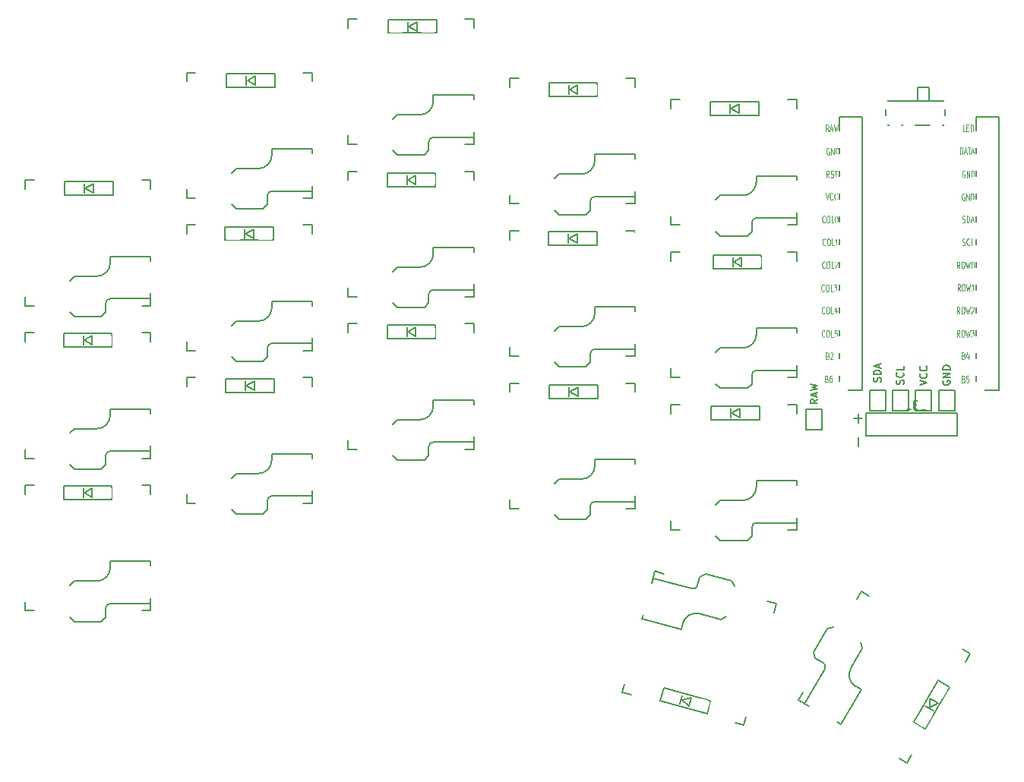
<source format=gto>
G04 #@! TF.GenerationSoftware,KiCad,Pcbnew,9.0.2*
G04 #@! TF.CreationDate,2025-05-13T18:54:25-04:00*
G04 #@! TF.ProjectId,chocofi,63686f63-6f66-4692-9e6b-696361645f70,2.1*
G04 #@! TF.SameCoordinates,Original*
G04 #@! TF.FileFunction,Legend,Top*
G04 #@! TF.FilePolarity,Positive*
%FSLAX46Y46*%
G04 Gerber Fmt 4.6, Leading zero omitted, Abs format (unit mm)*
G04 Created by KiCad (PCBNEW 9.0.2) date 2025-05-13 18:54:25*
%MOMM*%
%LPD*%
G01*
G04 APERTURE LIST*
G04 Aperture macros list*
%AMRotRect*
0 Rectangle, with rotation*
0 The origin of the aperture is its center*
0 $1 length*
0 $2 width*
0 $3 Rotation angle, in degrees counterclockwise*
0 Add horizontal line*
21,1,$1,$2,0,0,$3*%
G04 Aperture macros list end*
%ADD10C,0.125000*%
%ADD11C,0.150000*%
%ADD12C,0.200000*%
%ADD13R,1.397000X1.397000*%
%ADD14C,1.397000*%
%ADD15RotRect,1.397000X1.397000X345.000000*%
%ADD16RotRect,1.397000X1.397000X60.000000*%
%ADD17C,1.200000*%
%ADD18O,2.500000X1.700000*%
%ADD19C,1.524000*%
%ADD20C,2.000000*%
G04 APERTURE END LIST*
D10*
X168529047Y-59824178D02*
X168481428Y-59788464D01*
X168481428Y-59788464D02*
X168409999Y-59788464D01*
X168409999Y-59788464D02*
X168338571Y-59824178D01*
X168338571Y-59824178D02*
X168290952Y-59895607D01*
X168290952Y-59895607D02*
X168267142Y-59967035D01*
X168267142Y-59967035D02*
X168243333Y-60109892D01*
X168243333Y-60109892D02*
X168243333Y-60217035D01*
X168243333Y-60217035D02*
X168267142Y-60359892D01*
X168267142Y-60359892D02*
X168290952Y-60431321D01*
X168290952Y-60431321D02*
X168338571Y-60502750D01*
X168338571Y-60502750D02*
X168409999Y-60538464D01*
X168409999Y-60538464D02*
X168457618Y-60538464D01*
X168457618Y-60538464D02*
X168529047Y-60502750D01*
X168529047Y-60502750D02*
X168552856Y-60467035D01*
X168552856Y-60467035D02*
X168552856Y-60217035D01*
X168552856Y-60217035D02*
X168457618Y-60217035D01*
X168767142Y-60538464D02*
X168767142Y-59788464D01*
X168767142Y-59788464D02*
X169052856Y-60538464D01*
X169052856Y-60538464D02*
X169052856Y-59788464D01*
X169290952Y-60538464D02*
X169290952Y-59788464D01*
X169290952Y-59788464D02*
X169410000Y-59788464D01*
X169410000Y-59788464D02*
X169481428Y-59824178D01*
X169481428Y-59824178D02*
X169529047Y-59895607D01*
X169529047Y-59895607D02*
X169552857Y-59967035D01*
X169552857Y-59967035D02*
X169576666Y-60109892D01*
X169576666Y-60109892D02*
X169576666Y-60217035D01*
X169576666Y-60217035D02*
X169552857Y-60359892D01*
X169552857Y-60359892D02*
X169529047Y-60431321D01*
X169529047Y-60431321D02*
X169481428Y-60502750D01*
X169481428Y-60502750D02*
X169410000Y-60538464D01*
X169410000Y-60538464D02*
X169290952Y-60538464D01*
X168520690Y-63084364D02*
X168354024Y-62727221D01*
X168234976Y-63084364D02*
X168234976Y-62334364D01*
X168234976Y-62334364D02*
X168425452Y-62334364D01*
X168425452Y-62334364D02*
X168473071Y-62370078D01*
X168473071Y-62370078D02*
X168496881Y-62405792D01*
X168496881Y-62405792D02*
X168520690Y-62477221D01*
X168520690Y-62477221D02*
X168520690Y-62584364D01*
X168520690Y-62584364D02*
X168496881Y-62655792D01*
X168496881Y-62655792D02*
X168473071Y-62691507D01*
X168473071Y-62691507D02*
X168425452Y-62727221D01*
X168425452Y-62727221D02*
X168234976Y-62727221D01*
X168711167Y-63048650D02*
X168782595Y-63084364D01*
X168782595Y-63084364D02*
X168901643Y-63084364D01*
X168901643Y-63084364D02*
X168949262Y-63048650D01*
X168949262Y-63048650D02*
X168973071Y-63012935D01*
X168973071Y-63012935D02*
X168996881Y-62941507D01*
X168996881Y-62941507D02*
X168996881Y-62870078D01*
X168996881Y-62870078D02*
X168973071Y-62798650D01*
X168973071Y-62798650D02*
X168949262Y-62762935D01*
X168949262Y-62762935D02*
X168901643Y-62727221D01*
X168901643Y-62727221D02*
X168806405Y-62691507D01*
X168806405Y-62691507D02*
X168758786Y-62655792D01*
X168758786Y-62655792D02*
X168734976Y-62620078D01*
X168734976Y-62620078D02*
X168711167Y-62548650D01*
X168711167Y-62548650D02*
X168711167Y-62477221D01*
X168711167Y-62477221D02*
X168734976Y-62405792D01*
X168734976Y-62405792D02*
X168758786Y-62370078D01*
X168758786Y-62370078D02*
X168806405Y-62334364D01*
X168806405Y-62334364D02*
X168925452Y-62334364D01*
X168925452Y-62334364D02*
X168996881Y-62370078D01*
X169139738Y-62334364D02*
X169425452Y-62334364D01*
X169282595Y-63084364D02*
X169282595Y-62334364D01*
X183129047Y-75720864D02*
X182962381Y-75363721D01*
X182843333Y-75720864D02*
X182843333Y-74970864D01*
X182843333Y-74970864D02*
X183033809Y-74970864D01*
X183033809Y-74970864D02*
X183081428Y-75006578D01*
X183081428Y-75006578D02*
X183105238Y-75042292D01*
X183105238Y-75042292D02*
X183129047Y-75113721D01*
X183129047Y-75113721D02*
X183129047Y-75220864D01*
X183129047Y-75220864D02*
X183105238Y-75292292D01*
X183105238Y-75292292D02*
X183081428Y-75328007D01*
X183081428Y-75328007D02*
X183033809Y-75363721D01*
X183033809Y-75363721D02*
X182843333Y-75363721D01*
X183438571Y-74970864D02*
X183533809Y-74970864D01*
X183533809Y-74970864D02*
X183581428Y-75006578D01*
X183581428Y-75006578D02*
X183629047Y-75078007D01*
X183629047Y-75078007D02*
X183652857Y-75220864D01*
X183652857Y-75220864D02*
X183652857Y-75470864D01*
X183652857Y-75470864D02*
X183629047Y-75613721D01*
X183629047Y-75613721D02*
X183581428Y-75685150D01*
X183581428Y-75685150D02*
X183533809Y-75720864D01*
X183533809Y-75720864D02*
X183438571Y-75720864D01*
X183438571Y-75720864D02*
X183390952Y-75685150D01*
X183390952Y-75685150D02*
X183343333Y-75613721D01*
X183343333Y-75613721D02*
X183319524Y-75470864D01*
X183319524Y-75470864D02*
X183319524Y-75220864D01*
X183319524Y-75220864D02*
X183343333Y-75078007D01*
X183343333Y-75078007D02*
X183390952Y-75006578D01*
X183390952Y-75006578D02*
X183438571Y-74970864D01*
X183819524Y-74970864D02*
X183938572Y-75720864D01*
X183938572Y-75720864D02*
X184033810Y-75185150D01*
X184033810Y-75185150D02*
X184129048Y-75720864D01*
X184129048Y-75720864D02*
X184248096Y-74970864D01*
X184700477Y-75720864D02*
X184414763Y-75720864D01*
X184557620Y-75720864D02*
X184557620Y-74970864D01*
X184557620Y-74970864D02*
X184510001Y-75078007D01*
X184510001Y-75078007D02*
X184462382Y-75149435D01*
X184462382Y-75149435D02*
X184414763Y-75185150D01*
X168012380Y-80792935D02*
X167988571Y-80828650D01*
X167988571Y-80828650D02*
X167917142Y-80864364D01*
X167917142Y-80864364D02*
X167869523Y-80864364D01*
X167869523Y-80864364D02*
X167798095Y-80828650D01*
X167798095Y-80828650D02*
X167750476Y-80757221D01*
X167750476Y-80757221D02*
X167726666Y-80685792D01*
X167726666Y-80685792D02*
X167702857Y-80542935D01*
X167702857Y-80542935D02*
X167702857Y-80435792D01*
X167702857Y-80435792D02*
X167726666Y-80292935D01*
X167726666Y-80292935D02*
X167750476Y-80221507D01*
X167750476Y-80221507D02*
X167798095Y-80150078D01*
X167798095Y-80150078D02*
X167869523Y-80114364D01*
X167869523Y-80114364D02*
X167917142Y-80114364D01*
X167917142Y-80114364D02*
X167988571Y-80150078D01*
X167988571Y-80150078D02*
X168012380Y-80185792D01*
X168321904Y-80114364D02*
X168417142Y-80114364D01*
X168417142Y-80114364D02*
X168464761Y-80150078D01*
X168464761Y-80150078D02*
X168512380Y-80221507D01*
X168512380Y-80221507D02*
X168536190Y-80364364D01*
X168536190Y-80364364D02*
X168536190Y-80614364D01*
X168536190Y-80614364D02*
X168512380Y-80757221D01*
X168512380Y-80757221D02*
X168464761Y-80828650D01*
X168464761Y-80828650D02*
X168417142Y-80864364D01*
X168417142Y-80864364D02*
X168321904Y-80864364D01*
X168321904Y-80864364D02*
X168274285Y-80828650D01*
X168274285Y-80828650D02*
X168226666Y-80757221D01*
X168226666Y-80757221D02*
X168202857Y-80614364D01*
X168202857Y-80614364D02*
X168202857Y-80364364D01*
X168202857Y-80364364D02*
X168226666Y-80221507D01*
X168226666Y-80221507D02*
X168274285Y-80150078D01*
X168274285Y-80150078D02*
X168321904Y-80114364D01*
X168988571Y-80864364D02*
X168750476Y-80864364D01*
X168750476Y-80864364D02*
X168750476Y-80114364D01*
X169393333Y-80114364D02*
X169155238Y-80114364D01*
X169155238Y-80114364D02*
X169131429Y-80471507D01*
X169131429Y-80471507D02*
X169155238Y-80435792D01*
X169155238Y-80435792D02*
X169202857Y-80400078D01*
X169202857Y-80400078D02*
X169321905Y-80400078D01*
X169321905Y-80400078D02*
X169369524Y-80435792D01*
X169369524Y-80435792D02*
X169393333Y-80471507D01*
X169393333Y-80471507D02*
X169417143Y-80542935D01*
X169417143Y-80542935D02*
X169417143Y-80721507D01*
X169417143Y-80721507D02*
X169393333Y-80792935D01*
X169393333Y-80792935D02*
X169369524Y-80828650D01*
X169369524Y-80828650D02*
X169321905Y-80864364D01*
X169321905Y-80864364D02*
X169202857Y-80864364D01*
X169202857Y-80864364D02*
X169155238Y-80828650D01*
X169155238Y-80828650D02*
X169131429Y-80792935D01*
X183079047Y-80864364D02*
X182912381Y-80507221D01*
X182793333Y-80864364D02*
X182793333Y-80114364D01*
X182793333Y-80114364D02*
X182983809Y-80114364D01*
X182983809Y-80114364D02*
X183031428Y-80150078D01*
X183031428Y-80150078D02*
X183055238Y-80185792D01*
X183055238Y-80185792D02*
X183079047Y-80257221D01*
X183079047Y-80257221D02*
X183079047Y-80364364D01*
X183079047Y-80364364D02*
X183055238Y-80435792D01*
X183055238Y-80435792D02*
X183031428Y-80471507D01*
X183031428Y-80471507D02*
X182983809Y-80507221D01*
X182983809Y-80507221D02*
X182793333Y-80507221D01*
X183388571Y-80114364D02*
X183483809Y-80114364D01*
X183483809Y-80114364D02*
X183531428Y-80150078D01*
X183531428Y-80150078D02*
X183579047Y-80221507D01*
X183579047Y-80221507D02*
X183602857Y-80364364D01*
X183602857Y-80364364D02*
X183602857Y-80614364D01*
X183602857Y-80614364D02*
X183579047Y-80757221D01*
X183579047Y-80757221D02*
X183531428Y-80828650D01*
X183531428Y-80828650D02*
X183483809Y-80864364D01*
X183483809Y-80864364D02*
X183388571Y-80864364D01*
X183388571Y-80864364D02*
X183340952Y-80828650D01*
X183340952Y-80828650D02*
X183293333Y-80757221D01*
X183293333Y-80757221D02*
X183269524Y-80614364D01*
X183269524Y-80614364D02*
X183269524Y-80364364D01*
X183269524Y-80364364D02*
X183293333Y-80221507D01*
X183293333Y-80221507D02*
X183340952Y-80150078D01*
X183340952Y-80150078D02*
X183388571Y-80114364D01*
X183769524Y-80114364D02*
X183888572Y-80864364D01*
X183888572Y-80864364D02*
X183983810Y-80328650D01*
X183983810Y-80328650D02*
X184079048Y-80864364D01*
X184079048Y-80864364D02*
X184198096Y-80114364D01*
X184340953Y-80114364D02*
X184650477Y-80114364D01*
X184650477Y-80114364D02*
X184483810Y-80400078D01*
X184483810Y-80400078D02*
X184555239Y-80400078D01*
X184555239Y-80400078D02*
X184602858Y-80435792D01*
X184602858Y-80435792D02*
X184626667Y-80471507D01*
X184626667Y-80471507D02*
X184650477Y-80542935D01*
X184650477Y-80542935D02*
X184650477Y-80721507D01*
X184650477Y-80721507D02*
X184626667Y-80792935D01*
X184626667Y-80792935D02*
X184602858Y-80828650D01*
X184602858Y-80828650D02*
X184555239Y-80864364D01*
X184555239Y-80864364D02*
X184412382Y-80864364D01*
X184412382Y-80864364D02*
X184364763Y-80828650D01*
X184364763Y-80828650D02*
X184340953Y-80792935D01*
X168012380Y-78197435D02*
X167988571Y-78233150D01*
X167988571Y-78233150D02*
X167917142Y-78268864D01*
X167917142Y-78268864D02*
X167869523Y-78268864D01*
X167869523Y-78268864D02*
X167798095Y-78233150D01*
X167798095Y-78233150D02*
X167750476Y-78161721D01*
X167750476Y-78161721D02*
X167726666Y-78090292D01*
X167726666Y-78090292D02*
X167702857Y-77947435D01*
X167702857Y-77947435D02*
X167702857Y-77840292D01*
X167702857Y-77840292D02*
X167726666Y-77697435D01*
X167726666Y-77697435D02*
X167750476Y-77626007D01*
X167750476Y-77626007D02*
X167798095Y-77554578D01*
X167798095Y-77554578D02*
X167869523Y-77518864D01*
X167869523Y-77518864D02*
X167917142Y-77518864D01*
X167917142Y-77518864D02*
X167988571Y-77554578D01*
X167988571Y-77554578D02*
X168012380Y-77590292D01*
X168321904Y-77518864D02*
X168417142Y-77518864D01*
X168417142Y-77518864D02*
X168464761Y-77554578D01*
X168464761Y-77554578D02*
X168512380Y-77626007D01*
X168512380Y-77626007D02*
X168536190Y-77768864D01*
X168536190Y-77768864D02*
X168536190Y-78018864D01*
X168536190Y-78018864D02*
X168512380Y-78161721D01*
X168512380Y-78161721D02*
X168464761Y-78233150D01*
X168464761Y-78233150D02*
X168417142Y-78268864D01*
X168417142Y-78268864D02*
X168321904Y-78268864D01*
X168321904Y-78268864D02*
X168274285Y-78233150D01*
X168274285Y-78233150D02*
X168226666Y-78161721D01*
X168226666Y-78161721D02*
X168202857Y-78018864D01*
X168202857Y-78018864D02*
X168202857Y-77768864D01*
X168202857Y-77768864D02*
X168226666Y-77626007D01*
X168226666Y-77626007D02*
X168274285Y-77554578D01*
X168274285Y-77554578D02*
X168321904Y-77518864D01*
X168988571Y-78268864D02*
X168750476Y-78268864D01*
X168750476Y-78268864D02*
X168750476Y-77518864D01*
X169369524Y-77768864D02*
X169369524Y-78268864D01*
X169250476Y-77483150D02*
X169131429Y-78018864D01*
X169131429Y-78018864D02*
X169440952Y-78018864D01*
X183590047Y-64910078D02*
X183542428Y-64874364D01*
X183542428Y-64874364D02*
X183470999Y-64874364D01*
X183470999Y-64874364D02*
X183399571Y-64910078D01*
X183399571Y-64910078D02*
X183351952Y-64981507D01*
X183351952Y-64981507D02*
X183328142Y-65052935D01*
X183328142Y-65052935D02*
X183304333Y-65195792D01*
X183304333Y-65195792D02*
X183304333Y-65302935D01*
X183304333Y-65302935D02*
X183328142Y-65445792D01*
X183328142Y-65445792D02*
X183351952Y-65517221D01*
X183351952Y-65517221D02*
X183399571Y-65588650D01*
X183399571Y-65588650D02*
X183470999Y-65624364D01*
X183470999Y-65624364D02*
X183518618Y-65624364D01*
X183518618Y-65624364D02*
X183590047Y-65588650D01*
X183590047Y-65588650D02*
X183613856Y-65552935D01*
X183613856Y-65552935D02*
X183613856Y-65302935D01*
X183613856Y-65302935D02*
X183518618Y-65302935D01*
X183828142Y-65624364D02*
X183828142Y-64874364D01*
X183828142Y-64874364D02*
X184113856Y-65624364D01*
X184113856Y-65624364D02*
X184113856Y-64874364D01*
X184351952Y-65624364D02*
X184351952Y-64874364D01*
X184351952Y-64874364D02*
X184471000Y-64874364D01*
X184471000Y-64874364D02*
X184542428Y-64910078D01*
X184542428Y-64910078D02*
X184590047Y-64981507D01*
X184590047Y-64981507D02*
X184613857Y-65052935D01*
X184613857Y-65052935D02*
X184637666Y-65195792D01*
X184637666Y-65195792D02*
X184637666Y-65302935D01*
X184637666Y-65302935D02*
X184613857Y-65445792D01*
X184613857Y-65445792D02*
X184590047Y-65517221D01*
X184590047Y-65517221D02*
X184542428Y-65588650D01*
X184542428Y-65588650D02*
X184471000Y-65624364D01*
X184471000Y-65624364D02*
X184351952Y-65624364D01*
X183110000Y-60468864D02*
X183110000Y-59718864D01*
X183110000Y-59718864D02*
X183229048Y-59718864D01*
X183229048Y-59718864D02*
X183300476Y-59754578D01*
X183300476Y-59754578D02*
X183348095Y-59826007D01*
X183348095Y-59826007D02*
X183371905Y-59897435D01*
X183371905Y-59897435D02*
X183395714Y-60040292D01*
X183395714Y-60040292D02*
X183395714Y-60147435D01*
X183395714Y-60147435D02*
X183371905Y-60290292D01*
X183371905Y-60290292D02*
X183348095Y-60361721D01*
X183348095Y-60361721D02*
X183300476Y-60433150D01*
X183300476Y-60433150D02*
X183229048Y-60468864D01*
X183229048Y-60468864D02*
X183110000Y-60468864D01*
X183586191Y-60254578D02*
X183824286Y-60254578D01*
X183538572Y-60468864D02*
X183705238Y-59718864D01*
X183705238Y-59718864D02*
X183871905Y-60468864D01*
X183967143Y-59718864D02*
X184252857Y-59718864D01*
X184110000Y-60468864D02*
X184110000Y-59718864D01*
X184395714Y-60254578D02*
X184633809Y-60254578D01*
X184348095Y-60468864D02*
X184514761Y-59718864D01*
X184514761Y-59718864D02*
X184681428Y-60468864D01*
X168062380Y-73109435D02*
X168038571Y-73145150D01*
X168038571Y-73145150D02*
X167967142Y-73180864D01*
X167967142Y-73180864D02*
X167919523Y-73180864D01*
X167919523Y-73180864D02*
X167848095Y-73145150D01*
X167848095Y-73145150D02*
X167800476Y-73073721D01*
X167800476Y-73073721D02*
X167776666Y-73002292D01*
X167776666Y-73002292D02*
X167752857Y-72859435D01*
X167752857Y-72859435D02*
X167752857Y-72752292D01*
X167752857Y-72752292D02*
X167776666Y-72609435D01*
X167776666Y-72609435D02*
X167800476Y-72538007D01*
X167800476Y-72538007D02*
X167848095Y-72466578D01*
X167848095Y-72466578D02*
X167919523Y-72430864D01*
X167919523Y-72430864D02*
X167967142Y-72430864D01*
X167967142Y-72430864D02*
X168038571Y-72466578D01*
X168038571Y-72466578D02*
X168062380Y-72502292D01*
X168371904Y-72430864D02*
X168467142Y-72430864D01*
X168467142Y-72430864D02*
X168514761Y-72466578D01*
X168514761Y-72466578D02*
X168562380Y-72538007D01*
X168562380Y-72538007D02*
X168586190Y-72680864D01*
X168586190Y-72680864D02*
X168586190Y-72930864D01*
X168586190Y-72930864D02*
X168562380Y-73073721D01*
X168562380Y-73073721D02*
X168514761Y-73145150D01*
X168514761Y-73145150D02*
X168467142Y-73180864D01*
X168467142Y-73180864D02*
X168371904Y-73180864D01*
X168371904Y-73180864D02*
X168324285Y-73145150D01*
X168324285Y-73145150D02*
X168276666Y-73073721D01*
X168276666Y-73073721D02*
X168252857Y-72930864D01*
X168252857Y-72930864D02*
X168252857Y-72680864D01*
X168252857Y-72680864D02*
X168276666Y-72538007D01*
X168276666Y-72538007D02*
X168324285Y-72466578D01*
X168324285Y-72466578D02*
X168371904Y-72430864D01*
X169038571Y-73180864D02*
X168800476Y-73180864D01*
X168800476Y-73180864D02*
X168800476Y-72430864D01*
X169181429Y-72502292D02*
X169205238Y-72466578D01*
X169205238Y-72466578D02*
X169252857Y-72430864D01*
X169252857Y-72430864D02*
X169371905Y-72430864D01*
X169371905Y-72430864D02*
X169419524Y-72466578D01*
X169419524Y-72466578D02*
X169443333Y-72502292D01*
X169443333Y-72502292D02*
X169467143Y-72573721D01*
X169467143Y-72573721D02*
X169467143Y-72645150D01*
X169467143Y-72645150D02*
X169443333Y-72752292D01*
X169443333Y-72752292D02*
X169157619Y-73180864D01*
X169157619Y-73180864D02*
X169467143Y-73180864D01*
X168127834Y-64810864D02*
X168294500Y-65560864D01*
X168294500Y-65560864D02*
X168461167Y-64810864D01*
X168913547Y-65489435D02*
X168889738Y-65525150D01*
X168889738Y-65525150D02*
X168818309Y-65560864D01*
X168818309Y-65560864D02*
X168770690Y-65560864D01*
X168770690Y-65560864D02*
X168699262Y-65525150D01*
X168699262Y-65525150D02*
X168651643Y-65453721D01*
X168651643Y-65453721D02*
X168627833Y-65382292D01*
X168627833Y-65382292D02*
X168604024Y-65239435D01*
X168604024Y-65239435D02*
X168604024Y-65132292D01*
X168604024Y-65132292D02*
X168627833Y-64989435D01*
X168627833Y-64989435D02*
X168651643Y-64918007D01*
X168651643Y-64918007D02*
X168699262Y-64846578D01*
X168699262Y-64846578D02*
X168770690Y-64810864D01*
X168770690Y-64810864D02*
X168818309Y-64810864D01*
X168818309Y-64810864D02*
X168889738Y-64846578D01*
X168889738Y-64846578D02*
X168913547Y-64882292D01*
X169413547Y-65489435D02*
X169389738Y-65525150D01*
X169389738Y-65525150D02*
X169318309Y-65560864D01*
X169318309Y-65560864D02*
X169270690Y-65560864D01*
X169270690Y-65560864D02*
X169199262Y-65525150D01*
X169199262Y-65525150D02*
X169151643Y-65453721D01*
X169151643Y-65453721D02*
X169127833Y-65382292D01*
X169127833Y-65382292D02*
X169104024Y-65239435D01*
X169104024Y-65239435D02*
X169104024Y-65132292D01*
X169104024Y-65132292D02*
X169127833Y-64989435D01*
X169127833Y-64989435D02*
X169151643Y-64918007D01*
X169151643Y-64918007D02*
X169199262Y-64846578D01*
X169199262Y-64846578D02*
X169270690Y-64810864D01*
X169270690Y-64810864D02*
X169318309Y-64810864D01*
X169318309Y-64810864D02*
X169389738Y-64846578D01*
X169389738Y-64846578D02*
X169413547Y-64882292D01*
X168257619Y-85526007D02*
X168329047Y-85561721D01*
X168329047Y-85561721D02*
X168352857Y-85597435D01*
X168352857Y-85597435D02*
X168376666Y-85668864D01*
X168376666Y-85668864D02*
X168376666Y-85776007D01*
X168376666Y-85776007D02*
X168352857Y-85847435D01*
X168352857Y-85847435D02*
X168329047Y-85883150D01*
X168329047Y-85883150D02*
X168281428Y-85918864D01*
X168281428Y-85918864D02*
X168090952Y-85918864D01*
X168090952Y-85918864D02*
X168090952Y-85168864D01*
X168090952Y-85168864D02*
X168257619Y-85168864D01*
X168257619Y-85168864D02*
X168305238Y-85204578D01*
X168305238Y-85204578D02*
X168329047Y-85240292D01*
X168329047Y-85240292D02*
X168352857Y-85311721D01*
X168352857Y-85311721D02*
X168352857Y-85383150D01*
X168352857Y-85383150D02*
X168329047Y-85454578D01*
X168329047Y-85454578D02*
X168305238Y-85490292D01*
X168305238Y-85490292D02*
X168257619Y-85526007D01*
X168257619Y-85526007D02*
X168090952Y-85526007D01*
X168805238Y-85168864D02*
X168710000Y-85168864D01*
X168710000Y-85168864D02*
X168662381Y-85204578D01*
X168662381Y-85204578D02*
X168638571Y-85240292D01*
X168638571Y-85240292D02*
X168590952Y-85347435D01*
X168590952Y-85347435D02*
X168567143Y-85490292D01*
X168567143Y-85490292D02*
X168567143Y-85776007D01*
X168567143Y-85776007D02*
X168590952Y-85847435D01*
X168590952Y-85847435D02*
X168614762Y-85883150D01*
X168614762Y-85883150D02*
X168662381Y-85918864D01*
X168662381Y-85918864D02*
X168757619Y-85918864D01*
X168757619Y-85918864D02*
X168805238Y-85883150D01*
X168805238Y-85883150D02*
X168829047Y-85847435D01*
X168829047Y-85847435D02*
X168852857Y-85776007D01*
X168852857Y-85776007D02*
X168852857Y-85597435D01*
X168852857Y-85597435D02*
X168829047Y-85526007D01*
X168829047Y-85526007D02*
X168805238Y-85490292D01*
X168805238Y-85490292D02*
X168757619Y-85454578D01*
X168757619Y-85454578D02*
X168662381Y-85454578D01*
X168662381Y-85454578D02*
X168614762Y-85490292D01*
X168614762Y-85490292D02*
X168590952Y-85526007D01*
X168590952Y-85526007D02*
X168567143Y-85597435D01*
X168449261Y-57940864D02*
X168282595Y-57583721D01*
X168163547Y-57940864D02*
X168163547Y-57190864D01*
X168163547Y-57190864D02*
X168354023Y-57190864D01*
X168354023Y-57190864D02*
X168401642Y-57226578D01*
X168401642Y-57226578D02*
X168425452Y-57262292D01*
X168425452Y-57262292D02*
X168449261Y-57333721D01*
X168449261Y-57333721D02*
X168449261Y-57440864D01*
X168449261Y-57440864D02*
X168425452Y-57512292D01*
X168425452Y-57512292D02*
X168401642Y-57548007D01*
X168401642Y-57548007D02*
X168354023Y-57583721D01*
X168354023Y-57583721D02*
X168163547Y-57583721D01*
X168639738Y-57726578D02*
X168877833Y-57726578D01*
X168592119Y-57940864D02*
X168758785Y-57190864D01*
X168758785Y-57190864D02*
X168925452Y-57940864D01*
X169044499Y-57190864D02*
X169163547Y-57940864D01*
X169163547Y-57940864D02*
X169258785Y-57405150D01*
X169258785Y-57405150D02*
X169354023Y-57940864D01*
X169354023Y-57940864D02*
X169473071Y-57190864D01*
X183375762Y-70605150D02*
X183447190Y-70640864D01*
X183447190Y-70640864D02*
X183566238Y-70640864D01*
X183566238Y-70640864D02*
X183613857Y-70605150D01*
X183613857Y-70605150D02*
X183637666Y-70569435D01*
X183637666Y-70569435D02*
X183661476Y-70498007D01*
X183661476Y-70498007D02*
X183661476Y-70426578D01*
X183661476Y-70426578D02*
X183637666Y-70355150D01*
X183637666Y-70355150D02*
X183613857Y-70319435D01*
X183613857Y-70319435D02*
X183566238Y-70283721D01*
X183566238Y-70283721D02*
X183471000Y-70248007D01*
X183471000Y-70248007D02*
X183423381Y-70212292D01*
X183423381Y-70212292D02*
X183399571Y-70176578D01*
X183399571Y-70176578D02*
X183375762Y-70105150D01*
X183375762Y-70105150D02*
X183375762Y-70033721D01*
X183375762Y-70033721D02*
X183399571Y-69962292D01*
X183399571Y-69962292D02*
X183423381Y-69926578D01*
X183423381Y-69926578D02*
X183471000Y-69890864D01*
X183471000Y-69890864D02*
X183590047Y-69890864D01*
X183590047Y-69890864D02*
X183661476Y-69926578D01*
X184161475Y-70569435D02*
X184137666Y-70605150D01*
X184137666Y-70605150D02*
X184066237Y-70640864D01*
X184066237Y-70640864D02*
X184018618Y-70640864D01*
X184018618Y-70640864D02*
X183947190Y-70605150D01*
X183947190Y-70605150D02*
X183899571Y-70533721D01*
X183899571Y-70533721D02*
X183875761Y-70462292D01*
X183875761Y-70462292D02*
X183851952Y-70319435D01*
X183851952Y-70319435D02*
X183851952Y-70212292D01*
X183851952Y-70212292D02*
X183875761Y-70069435D01*
X183875761Y-70069435D02*
X183899571Y-69998007D01*
X183899571Y-69998007D02*
X183947190Y-69926578D01*
X183947190Y-69926578D02*
X184018618Y-69890864D01*
X184018618Y-69890864D02*
X184066237Y-69890864D01*
X184066237Y-69890864D02*
X184137666Y-69926578D01*
X184137666Y-69926578D02*
X184161475Y-69962292D01*
X184613856Y-70640864D02*
X184375761Y-70640864D01*
X184375761Y-70640864D02*
X184375761Y-69890864D01*
X183590047Y-64910078D02*
X183542428Y-64874364D01*
X183542428Y-64874364D02*
X183470999Y-64874364D01*
X183470999Y-64874364D02*
X183399571Y-64910078D01*
X183399571Y-64910078D02*
X183351952Y-64981507D01*
X183351952Y-64981507D02*
X183328142Y-65052935D01*
X183328142Y-65052935D02*
X183304333Y-65195792D01*
X183304333Y-65195792D02*
X183304333Y-65302935D01*
X183304333Y-65302935D02*
X183328142Y-65445792D01*
X183328142Y-65445792D02*
X183351952Y-65517221D01*
X183351952Y-65517221D02*
X183399571Y-65588650D01*
X183399571Y-65588650D02*
X183470999Y-65624364D01*
X183470999Y-65624364D02*
X183518618Y-65624364D01*
X183518618Y-65624364D02*
X183590047Y-65588650D01*
X183590047Y-65588650D02*
X183613856Y-65552935D01*
X183613856Y-65552935D02*
X183613856Y-65302935D01*
X183613856Y-65302935D02*
X183518618Y-65302935D01*
X183828142Y-65624364D02*
X183828142Y-64874364D01*
X183828142Y-64874364D02*
X184113856Y-65624364D01*
X184113856Y-65624364D02*
X184113856Y-64874364D01*
X184351952Y-65624364D02*
X184351952Y-64874364D01*
X184351952Y-64874364D02*
X184471000Y-64874364D01*
X184471000Y-64874364D02*
X184542428Y-64910078D01*
X184542428Y-64910078D02*
X184590047Y-64981507D01*
X184590047Y-64981507D02*
X184613857Y-65052935D01*
X184613857Y-65052935D02*
X184637666Y-65195792D01*
X184637666Y-65195792D02*
X184637666Y-65302935D01*
X184637666Y-65302935D02*
X184613857Y-65445792D01*
X184613857Y-65445792D02*
X184590047Y-65517221D01*
X184590047Y-65517221D02*
X184542428Y-65588650D01*
X184542428Y-65588650D02*
X184471000Y-65624364D01*
X184471000Y-65624364D02*
X184351952Y-65624364D01*
X183363858Y-68065150D02*
X183435286Y-68100864D01*
X183435286Y-68100864D02*
X183554334Y-68100864D01*
X183554334Y-68100864D02*
X183601953Y-68065150D01*
X183601953Y-68065150D02*
X183625762Y-68029435D01*
X183625762Y-68029435D02*
X183649572Y-67958007D01*
X183649572Y-67958007D02*
X183649572Y-67886578D01*
X183649572Y-67886578D02*
X183625762Y-67815150D01*
X183625762Y-67815150D02*
X183601953Y-67779435D01*
X183601953Y-67779435D02*
X183554334Y-67743721D01*
X183554334Y-67743721D02*
X183459096Y-67708007D01*
X183459096Y-67708007D02*
X183411477Y-67672292D01*
X183411477Y-67672292D02*
X183387667Y-67636578D01*
X183387667Y-67636578D02*
X183363858Y-67565150D01*
X183363858Y-67565150D02*
X183363858Y-67493721D01*
X183363858Y-67493721D02*
X183387667Y-67422292D01*
X183387667Y-67422292D02*
X183411477Y-67386578D01*
X183411477Y-67386578D02*
X183459096Y-67350864D01*
X183459096Y-67350864D02*
X183578143Y-67350864D01*
X183578143Y-67350864D02*
X183649572Y-67386578D01*
X183863857Y-68100864D02*
X183863857Y-67350864D01*
X183863857Y-67350864D02*
X183982905Y-67350864D01*
X183982905Y-67350864D02*
X184054333Y-67386578D01*
X184054333Y-67386578D02*
X184101952Y-67458007D01*
X184101952Y-67458007D02*
X184125762Y-67529435D01*
X184125762Y-67529435D02*
X184149571Y-67672292D01*
X184149571Y-67672292D02*
X184149571Y-67779435D01*
X184149571Y-67779435D02*
X184125762Y-67922292D01*
X184125762Y-67922292D02*
X184101952Y-67993721D01*
X184101952Y-67993721D02*
X184054333Y-68065150D01*
X184054333Y-68065150D02*
X183982905Y-68100864D01*
X183982905Y-68100864D02*
X183863857Y-68100864D01*
X184340048Y-67886578D02*
X184578143Y-67886578D01*
X184292429Y-68100864D02*
X184459095Y-67350864D01*
X184459095Y-67350864D02*
X184625762Y-68100864D01*
X183507619Y-82948007D02*
X183579047Y-82983721D01*
X183579047Y-82983721D02*
X183602857Y-83019435D01*
X183602857Y-83019435D02*
X183626666Y-83090864D01*
X183626666Y-83090864D02*
X183626666Y-83198007D01*
X183626666Y-83198007D02*
X183602857Y-83269435D01*
X183602857Y-83269435D02*
X183579047Y-83305150D01*
X183579047Y-83305150D02*
X183531428Y-83340864D01*
X183531428Y-83340864D02*
X183340952Y-83340864D01*
X183340952Y-83340864D02*
X183340952Y-82590864D01*
X183340952Y-82590864D02*
X183507619Y-82590864D01*
X183507619Y-82590864D02*
X183555238Y-82626578D01*
X183555238Y-82626578D02*
X183579047Y-82662292D01*
X183579047Y-82662292D02*
X183602857Y-82733721D01*
X183602857Y-82733721D02*
X183602857Y-82805150D01*
X183602857Y-82805150D02*
X183579047Y-82876578D01*
X183579047Y-82876578D02*
X183555238Y-82912292D01*
X183555238Y-82912292D02*
X183507619Y-82948007D01*
X183507619Y-82948007D02*
X183340952Y-82948007D01*
X184055238Y-82840864D02*
X184055238Y-83340864D01*
X183936190Y-82555150D02*
X183817143Y-83090864D01*
X183817143Y-83090864D02*
X184126666Y-83090864D01*
X183507619Y-85551507D02*
X183579047Y-85587221D01*
X183579047Y-85587221D02*
X183602857Y-85622935D01*
X183602857Y-85622935D02*
X183626666Y-85694364D01*
X183626666Y-85694364D02*
X183626666Y-85801507D01*
X183626666Y-85801507D02*
X183602857Y-85872935D01*
X183602857Y-85872935D02*
X183579047Y-85908650D01*
X183579047Y-85908650D02*
X183531428Y-85944364D01*
X183531428Y-85944364D02*
X183340952Y-85944364D01*
X183340952Y-85944364D02*
X183340952Y-85194364D01*
X183340952Y-85194364D02*
X183507619Y-85194364D01*
X183507619Y-85194364D02*
X183555238Y-85230078D01*
X183555238Y-85230078D02*
X183579047Y-85265792D01*
X183579047Y-85265792D02*
X183602857Y-85337221D01*
X183602857Y-85337221D02*
X183602857Y-85408650D01*
X183602857Y-85408650D02*
X183579047Y-85480078D01*
X183579047Y-85480078D02*
X183555238Y-85515792D01*
X183555238Y-85515792D02*
X183507619Y-85551507D01*
X183507619Y-85551507D02*
X183340952Y-85551507D01*
X184079047Y-85194364D02*
X183840952Y-85194364D01*
X183840952Y-85194364D02*
X183817143Y-85551507D01*
X183817143Y-85551507D02*
X183840952Y-85515792D01*
X183840952Y-85515792D02*
X183888571Y-85480078D01*
X183888571Y-85480078D02*
X184007619Y-85480078D01*
X184007619Y-85480078D02*
X184055238Y-85515792D01*
X184055238Y-85515792D02*
X184079047Y-85551507D01*
X184079047Y-85551507D02*
X184102857Y-85622935D01*
X184102857Y-85622935D02*
X184102857Y-85801507D01*
X184102857Y-85801507D02*
X184079047Y-85872935D01*
X184079047Y-85872935D02*
X184055238Y-85908650D01*
X184055238Y-85908650D02*
X184007619Y-85944364D01*
X184007619Y-85944364D02*
X183888571Y-85944364D01*
X183888571Y-85944364D02*
X183840952Y-85908650D01*
X183840952Y-85908650D02*
X183817143Y-85872935D01*
X168062380Y-68047435D02*
X168038571Y-68083150D01*
X168038571Y-68083150D02*
X167967142Y-68118864D01*
X167967142Y-68118864D02*
X167919523Y-68118864D01*
X167919523Y-68118864D02*
X167848095Y-68083150D01*
X167848095Y-68083150D02*
X167800476Y-68011721D01*
X167800476Y-68011721D02*
X167776666Y-67940292D01*
X167776666Y-67940292D02*
X167752857Y-67797435D01*
X167752857Y-67797435D02*
X167752857Y-67690292D01*
X167752857Y-67690292D02*
X167776666Y-67547435D01*
X167776666Y-67547435D02*
X167800476Y-67476007D01*
X167800476Y-67476007D02*
X167848095Y-67404578D01*
X167848095Y-67404578D02*
X167919523Y-67368864D01*
X167919523Y-67368864D02*
X167967142Y-67368864D01*
X167967142Y-67368864D02*
X168038571Y-67404578D01*
X168038571Y-67404578D02*
X168062380Y-67440292D01*
X168371904Y-67368864D02*
X168467142Y-67368864D01*
X168467142Y-67368864D02*
X168514761Y-67404578D01*
X168514761Y-67404578D02*
X168562380Y-67476007D01*
X168562380Y-67476007D02*
X168586190Y-67618864D01*
X168586190Y-67618864D02*
X168586190Y-67868864D01*
X168586190Y-67868864D02*
X168562380Y-68011721D01*
X168562380Y-68011721D02*
X168514761Y-68083150D01*
X168514761Y-68083150D02*
X168467142Y-68118864D01*
X168467142Y-68118864D02*
X168371904Y-68118864D01*
X168371904Y-68118864D02*
X168324285Y-68083150D01*
X168324285Y-68083150D02*
X168276666Y-68011721D01*
X168276666Y-68011721D02*
X168252857Y-67868864D01*
X168252857Y-67868864D02*
X168252857Y-67618864D01*
X168252857Y-67618864D02*
X168276666Y-67476007D01*
X168276666Y-67476007D02*
X168324285Y-67404578D01*
X168324285Y-67404578D02*
X168371904Y-67368864D01*
X169038571Y-68118864D02*
X168800476Y-68118864D01*
X168800476Y-68118864D02*
X168800476Y-67368864D01*
X169300476Y-67368864D02*
X169348095Y-67368864D01*
X169348095Y-67368864D02*
X169395714Y-67404578D01*
X169395714Y-67404578D02*
X169419524Y-67440292D01*
X169419524Y-67440292D02*
X169443333Y-67511721D01*
X169443333Y-67511721D02*
X169467143Y-67654578D01*
X169467143Y-67654578D02*
X169467143Y-67833150D01*
X169467143Y-67833150D02*
X169443333Y-67976007D01*
X169443333Y-67976007D02*
X169419524Y-68047435D01*
X169419524Y-68047435D02*
X169395714Y-68083150D01*
X169395714Y-68083150D02*
X169348095Y-68118864D01*
X169348095Y-68118864D02*
X169300476Y-68118864D01*
X169300476Y-68118864D02*
X169252857Y-68083150D01*
X169252857Y-68083150D02*
X169229048Y-68047435D01*
X169229048Y-68047435D02*
X169205238Y-67976007D01*
X169205238Y-67976007D02*
X169181429Y-67833150D01*
X169181429Y-67833150D02*
X169181429Y-67654578D01*
X169181429Y-67654578D02*
X169205238Y-67511721D01*
X169205238Y-67511721D02*
X169229048Y-67440292D01*
X169229048Y-67440292D02*
X169252857Y-67404578D01*
X169252857Y-67404578D02*
X169300476Y-67368864D01*
X167962380Y-75697435D02*
X167938571Y-75733150D01*
X167938571Y-75733150D02*
X167867142Y-75768864D01*
X167867142Y-75768864D02*
X167819523Y-75768864D01*
X167819523Y-75768864D02*
X167748095Y-75733150D01*
X167748095Y-75733150D02*
X167700476Y-75661721D01*
X167700476Y-75661721D02*
X167676666Y-75590292D01*
X167676666Y-75590292D02*
X167652857Y-75447435D01*
X167652857Y-75447435D02*
X167652857Y-75340292D01*
X167652857Y-75340292D02*
X167676666Y-75197435D01*
X167676666Y-75197435D02*
X167700476Y-75126007D01*
X167700476Y-75126007D02*
X167748095Y-75054578D01*
X167748095Y-75054578D02*
X167819523Y-75018864D01*
X167819523Y-75018864D02*
X167867142Y-75018864D01*
X167867142Y-75018864D02*
X167938571Y-75054578D01*
X167938571Y-75054578D02*
X167962380Y-75090292D01*
X168271904Y-75018864D02*
X168367142Y-75018864D01*
X168367142Y-75018864D02*
X168414761Y-75054578D01*
X168414761Y-75054578D02*
X168462380Y-75126007D01*
X168462380Y-75126007D02*
X168486190Y-75268864D01*
X168486190Y-75268864D02*
X168486190Y-75518864D01*
X168486190Y-75518864D02*
X168462380Y-75661721D01*
X168462380Y-75661721D02*
X168414761Y-75733150D01*
X168414761Y-75733150D02*
X168367142Y-75768864D01*
X168367142Y-75768864D02*
X168271904Y-75768864D01*
X168271904Y-75768864D02*
X168224285Y-75733150D01*
X168224285Y-75733150D02*
X168176666Y-75661721D01*
X168176666Y-75661721D02*
X168152857Y-75518864D01*
X168152857Y-75518864D02*
X168152857Y-75268864D01*
X168152857Y-75268864D02*
X168176666Y-75126007D01*
X168176666Y-75126007D02*
X168224285Y-75054578D01*
X168224285Y-75054578D02*
X168271904Y-75018864D01*
X168938571Y-75768864D02*
X168700476Y-75768864D01*
X168700476Y-75768864D02*
X168700476Y-75018864D01*
X169057619Y-75018864D02*
X169367143Y-75018864D01*
X169367143Y-75018864D02*
X169200476Y-75304578D01*
X169200476Y-75304578D02*
X169271905Y-75304578D01*
X169271905Y-75304578D02*
X169319524Y-75340292D01*
X169319524Y-75340292D02*
X169343333Y-75376007D01*
X169343333Y-75376007D02*
X169367143Y-75447435D01*
X169367143Y-75447435D02*
X169367143Y-75626007D01*
X169367143Y-75626007D02*
X169343333Y-75697435D01*
X169343333Y-75697435D02*
X169319524Y-75733150D01*
X169319524Y-75733150D02*
X169271905Y-75768864D01*
X169271905Y-75768864D02*
X169129048Y-75768864D01*
X169129048Y-75768864D02*
X169081429Y-75733150D01*
X169081429Y-75733150D02*
X169057619Y-75697435D01*
X183079047Y-78268864D02*
X182912381Y-77911721D01*
X182793333Y-78268864D02*
X182793333Y-77518864D01*
X182793333Y-77518864D02*
X182983809Y-77518864D01*
X182983809Y-77518864D02*
X183031428Y-77554578D01*
X183031428Y-77554578D02*
X183055238Y-77590292D01*
X183055238Y-77590292D02*
X183079047Y-77661721D01*
X183079047Y-77661721D02*
X183079047Y-77768864D01*
X183079047Y-77768864D02*
X183055238Y-77840292D01*
X183055238Y-77840292D02*
X183031428Y-77876007D01*
X183031428Y-77876007D02*
X182983809Y-77911721D01*
X182983809Y-77911721D02*
X182793333Y-77911721D01*
X183388571Y-77518864D02*
X183483809Y-77518864D01*
X183483809Y-77518864D02*
X183531428Y-77554578D01*
X183531428Y-77554578D02*
X183579047Y-77626007D01*
X183579047Y-77626007D02*
X183602857Y-77768864D01*
X183602857Y-77768864D02*
X183602857Y-78018864D01*
X183602857Y-78018864D02*
X183579047Y-78161721D01*
X183579047Y-78161721D02*
X183531428Y-78233150D01*
X183531428Y-78233150D02*
X183483809Y-78268864D01*
X183483809Y-78268864D02*
X183388571Y-78268864D01*
X183388571Y-78268864D02*
X183340952Y-78233150D01*
X183340952Y-78233150D02*
X183293333Y-78161721D01*
X183293333Y-78161721D02*
X183269524Y-78018864D01*
X183269524Y-78018864D02*
X183269524Y-77768864D01*
X183269524Y-77768864D02*
X183293333Y-77626007D01*
X183293333Y-77626007D02*
X183340952Y-77554578D01*
X183340952Y-77554578D02*
X183388571Y-77518864D01*
X183769524Y-77518864D02*
X183888572Y-78268864D01*
X183888572Y-78268864D02*
X183983810Y-77733150D01*
X183983810Y-77733150D02*
X184079048Y-78268864D01*
X184079048Y-78268864D02*
X184198096Y-77518864D01*
X184364763Y-77590292D02*
X184388572Y-77554578D01*
X184388572Y-77554578D02*
X184436191Y-77518864D01*
X184436191Y-77518864D02*
X184555239Y-77518864D01*
X184555239Y-77518864D02*
X184602858Y-77554578D01*
X184602858Y-77554578D02*
X184626667Y-77590292D01*
X184626667Y-77590292D02*
X184650477Y-77661721D01*
X184650477Y-77661721D02*
X184650477Y-77733150D01*
X184650477Y-77733150D02*
X184626667Y-77840292D01*
X184626667Y-77840292D02*
X184340953Y-78268864D01*
X184340953Y-78268864D02*
X184650477Y-78268864D01*
X168357619Y-82976007D02*
X168429047Y-83011721D01*
X168429047Y-83011721D02*
X168452857Y-83047435D01*
X168452857Y-83047435D02*
X168476666Y-83118864D01*
X168476666Y-83118864D02*
X168476666Y-83226007D01*
X168476666Y-83226007D02*
X168452857Y-83297435D01*
X168452857Y-83297435D02*
X168429047Y-83333150D01*
X168429047Y-83333150D02*
X168381428Y-83368864D01*
X168381428Y-83368864D02*
X168190952Y-83368864D01*
X168190952Y-83368864D02*
X168190952Y-82618864D01*
X168190952Y-82618864D02*
X168357619Y-82618864D01*
X168357619Y-82618864D02*
X168405238Y-82654578D01*
X168405238Y-82654578D02*
X168429047Y-82690292D01*
X168429047Y-82690292D02*
X168452857Y-82761721D01*
X168452857Y-82761721D02*
X168452857Y-82833150D01*
X168452857Y-82833150D02*
X168429047Y-82904578D01*
X168429047Y-82904578D02*
X168405238Y-82940292D01*
X168405238Y-82940292D02*
X168357619Y-82976007D01*
X168357619Y-82976007D02*
X168190952Y-82976007D01*
X168667143Y-82690292D02*
X168690952Y-82654578D01*
X168690952Y-82654578D02*
X168738571Y-82618864D01*
X168738571Y-82618864D02*
X168857619Y-82618864D01*
X168857619Y-82618864D02*
X168905238Y-82654578D01*
X168905238Y-82654578D02*
X168929047Y-82690292D01*
X168929047Y-82690292D02*
X168952857Y-82761721D01*
X168952857Y-82761721D02*
X168952857Y-82833150D01*
X168952857Y-82833150D02*
X168929047Y-82940292D01*
X168929047Y-82940292D02*
X168643333Y-83368864D01*
X168643333Y-83368864D02*
X168952857Y-83368864D01*
X183079047Y-73218864D02*
X182912381Y-72861721D01*
X182793333Y-73218864D02*
X182793333Y-72468864D01*
X182793333Y-72468864D02*
X182983809Y-72468864D01*
X182983809Y-72468864D02*
X183031428Y-72504578D01*
X183031428Y-72504578D02*
X183055238Y-72540292D01*
X183055238Y-72540292D02*
X183079047Y-72611721D01*
X183079047Y-72611721D02*
X183079047Y-72718864D01*
X183079047Y-72718864D02*
X183055238Y-72790292D01*
X183055238Y-72790292D02*
X183031428Y-72826007D01*
X183031428Y-72826007D02*
X182983809Y-72861721D01*
X182983809Y-72861721D02*
X182793333Y-72861721D01*
X183388571Y-72468864D02*
X183483809Y-72468864D01*
X183483809Y-72468864D02*
X183531428Y-72504578D01*
X183531428Y-72504578D02*
X183579047Y-72576007D01*
X183579047Y-72576007D02*
X183602857Y-72718864D01*
X183602857Y-72718864D02*
X183602857Y-72968864D01*
X183602857Y-72968864D02*
X183579047Y-73111721D01*
X183579047Y-73111721D02*
X183531428Y-73183150D01*
X183531428Y-73183150D02*
X183483809Y-73218864D01*
X183483809Y-73218864D02*
X183388571Y-73218864D01*
X183388571Y-73218864D02*
X183340952Y-73183150D01*
X183340952Y-73183150D02*
X183293333Y-73111721D01*
X183293333Y-73111721D02*
X183269524Y-72968864D01*
X183269524Y-72968864D02*
X183269524Y-72718864D01*
X183269524Y-72718864D02*
X183293333Y-72576007D01*
X183293333Y-72576007D02*
X183340952Y-72504578D01*
X183340952Y-72504578D02*
X183388571Y-72468864D01*
X183769524Y-72468864D02*
X183888572Y-73218864D01*
X183888572Y-73218864D02*
X183983810Y-72683150D01*
X183983810Y-72683150D02*
X184079048Y-73218864D01*
X184079048Y-73218864D02*
X184198096Y-72468864D01*
X184483810Y-72468864D02*
X184531429Y-72468864D01*
X184531429Y-72468864D02*
X184579048Y-72504578D01*
X184579048Y-72504578D02*
X184602858Y-72540292D01*
X184602858Y-72540292D02*
X184626667Y-72611721D01*
X184626667Y-72611721D02*
X184650477Y-72754578D01*
X184650477Y-72754578D02*
X184650477Y-72933150D01*
X184650477Y-72933150D02*
X184626667Y-73076007D01*
X184626667Y-73076007D02*
X184602858Y-73147435D01*
X184602858Y-73147435D02*
X184579048Y-73183150D01*
X184579048Y-73183150D02*
X184531429Y-73218864D01*
X184531429Y-73218864D02*
X184483810Y-73218864D01*
X184483810Y-73218864D02*
X184436191Y-73183150D01*
X184436191Y-73183150D02*
X184412382Y-73147435D01*
X184412382Y-73147435D02*
X184388572Y-73076007D01*
X184388572Y-73076007D02*
X184364763Y-72933150D01*
X184364763Y-72933150D02*
X184364763Y-72754578D01*
X184364763Y-72754578D02*
X184388572Y-72611721D01*
X184388572Y-72611721D02*
X184412382Y-72540292D01*
X184412382Y-72540292D02*
X184436191Y-72504578D01*
X184436191Y-72504578D02*
X184483810Y-72468864D01*
X168112380Y-70569435D02*
X168088571Y-70605150D01*
X168088571Y-70605150D02*
X168017142Y-70640864D01*
X168017142Y-70640864D02*
X167969523Y-70640864D01*
X167969523Y-70640864D02*
X167898095Y-70605150D01*
X167898095Y-70605150D02*
X167850476Y-70533721D01*
X167850476Y-70533721D02*
X167826666Y-70462292D01*
X167826666Y-70462292D02*
X167802857Y-70319435D01*
X167802857Y-70319435D02*
X167802857Y-70212292D01*
X167802857Y-70212292D02*
X167826666Y-70069435D01*
X167826666Y-70069435D02*
X167850476Y-69998007D01*
X167850476Y-69998007D02*
X167898095Y-69926578D01*
X167898095Y-69926578D02*
X167969523Y-69890864D01*
X167969523Y-69890864D02*
X168017142Y-69890864D01*
X168017142Y-69890864D02*
X168088571Y-69926578D01*
X168088571Y-69926578D02*
X168112380Y-69962292D01*
X168421904Y-69890864D02*
X168517142Y-69890864D01*
X168517142Y-69890864D02*
X168564761Y-69926578D01*
X168564761Y-69926578D02*
X168612380Y-69998007D01*
X168612380Y-69998007D02*
X168636190Y-70140864D01*
X168636190Y-70140864D02*
X168636190Y-70390864D01*
X168636190Y-70390864D02*
X168612380Y-70533721D01*
X168612380Y-70533721D02*
X168564761Y-70605150D01*
X168564761Y-70605150D02*
X168517142Y-70640864D01*
X168517142Y-70640864D02*
X168421904Y-70640864D01*
X168421904Y-70640864D02*
X168374285Y-70605150D01*
X168374285Y-70605150D02*
X168326666Y-70533721D01*
X168326666Y-70533721D02*
X168302857Y-70390864D01*
X168302857Y-70390864D02*
X168302857Y-70140864D01*
X168302857Y-70140864D02*
X168326666Y-69998007D01*
X168326666Y-69998007D02*
X168374285Y-69926578D01*
X168374285Y-69926578D02*
X168421904Y-69890864D01*
X169088571Y-70640864D02*
X168850476Y-70640864D01*
X168850476Y-70640864D02*
X168850476Y-69890864D01*
X169517143Y-70640864D02*
X169231429Y-70640864D01*
X169374286Y-70640864D02*
X169374286Y-69890864D01*
X169374286Y-69890864D02*
X169326667Y-69998007D01*
X169326667Y-69998007D02*
X169279048Y-70069435D01*
X169279048Y-70069435D02*
X169231429Y-70105150D01*
X183688571Y-57940864D02*
X183450476Y-57940864D01*
X183450476Y-57940864D02*
X183450476Y-57190864D01*
X183855238Y-57548007D02*
X184021905Y-57548007D01*
X184093333Y-57940864D02*
X183855238Y-57940864D01*
X183855238Y-57940864D02*
X183855238Y-57190864D01*
X183855238Y-57190864D02*
X184093333Y-57190864D01*
X184307619Y-57940864D02*
X184307619Y-57190864D01*
X184307619Y-57190864D02*
X184426667Y-57190864D01*
X184426667Y-57190864D02*
X184498095Y-57226578D01*
X184498095Y-57226578D02*
X184545714Y-57298007D01*
X184545714Y-57298007D02*
X184569524Y-57369435D01*
X184569524Y-57369435D02*
X184593333Y-57512292D01*
X184593333Y-57512292D02*
X184593333Y-57619435D01*
X184593333Y-57619435D02*
X184569524Y-57762292D01*
X184569524Y-57762292D02*
X184545714Y-57833721D01*
X184545714Y-57833721D02*
X184498095Y-57905150D01*
X184498095Y-57905150D02*
X184426667Y-57940864D01*
X184426667Y-57940864D02*
X184307619Y-57940864D01*
X183653547Y-62370078D02*
X183605928Y-62334364D01*
X183605928Y-62334364D02*
X183534499Y-62334364D01*
X183534499Y-62334364D02*
X183463071Y-62370078D01*
X183463071Y-62370078D02*
X183415452Y-62441507D01*
X183415452Y-62441507D02*
X183391642Y-62512935D01*
X183391642Y-62512935D02*
X183367833Y-62655792D01*
X183367833Y-62655792D02*
X183367833Y-62762935D01*
X183367833Y-62762935D02*
X183391642Y-62905792D01*
X183391642Y-62905792D02*
X183415452Y-62977221D01*
X183415452Y-62977221D02*
X183463071Y-63048650D01*
X183463071Y-63048650D02*
X183534499Y-63084364D01*
X183534499Y-63084364D02*
X183582118Y-63084364D01*
X183582118Y-63084364D02*
X183653547Y-63048650D01*
X183653547Y-63048650D02*
X183677356Y-63012935D01*
X183677356Y-63012935D02*
X183677356Y-62762935D01*
X183677356Y-62762935D02*
X183582118Y-62762935D01*
X183891642Y-63084364D02*
X183891642Y-62334364D01*
X183891642Y-62334364D02*
X184177356Y-63084364D01*
X184177356Y-63084364D02*
X184177356Y-62334364D01*
X184415452Y-63084364D02*
X184415452Y-62334364D01*
X184415452Y-62334364D02*
X184534500Y-62334364D01*
X184534500Y-62334364D02*
X184605928Y-62370078D01*
X184605928Y-62370078D02*
X184653547Y-62441507D01*
X184653547Y-62441507D02*
X184677357Y-62512935D01*
X184677357Y-62512935D02*
X184701166Y-62655792D01*
X184701166Y-62655792D02*
X184701166Y-62762935D01*
X184701166Y-62762935D02*
X184677357Y-62905792D01*
X184677357Y-62905792D02*
X184653547Y-62977221D01*
X184653547Y-62977221D02*
X184605928Y-63048650D01*
X184605928Y-63048650D02*
X184534500Y-63084364D01*
X184534500Y-63084364D02*
X184415452Y-63084364D01*
D11*
X178625416Y-86238133D02*
X179438216Y-85967200D01*
X179438216Y-85967200D02*
X178625416Y-85696266D01*
X179360807Y-84960876D02*
X179399512Y-84999580D01*
X179399512Y-84999580D02*
X179438216Y-85115695D01*
X179438216Y-85115695D02*
X179438216Y-85193104D01*
X179438216Y-85193104D02*
X179399512Y-85309218D01*
X179399512Y-85309218D02*
X179322102Y-85386628D01*
X179322102Y-85386628D02*
X179244692Y-85425333D01*
X179244692Y-85425333D02*
X179089873Y-85464037D01*
X179089873Y-85464037D02*
X178973759Y-85464037D01*
X178973759Y-85464037D02*
X178818940Y-85425333D01*
X178818940Y-85425333D02*
X178741531Y-85386628D01*
X178741531Y-85386628D02*
X178664121Y-85309218D01*
X178664121Y-85309218D02*
X178625416Y-85193104D01*
X178625416Y-85193104D02*
X178625416Y-85115695D01*
X178625416Y-85115695D02*
X178664121Y-84999580D01*
X178664121Y-84999580D02*
X178702826Y-84960876D01*
X179360807Y-84148076D02*
X179399512Y-84186780D01*
X179399512Y-84186780D02*
X179438216Y-84302895D01*
X179438216Y-84302895D02*
X179438216Y-84380304D01*
X179438216Y-84380304D02*
X179399512Y-84496418D01*
X179399512Y-84496418D02*
X179322102Y-84573828D01*
X179322102Y-84573828D02*
X179244692Y-84612533D01*
X179244692Y-84612533D02*
X179089873Y-84651237D01*
X179089873Y-84651237D02*
X178973759Y-84651237D01*
X178973759Y-84651237D02*
X178818940Y-84612533D01*
X178818940Y-84612533D02*
X178741531Y-84573828D01*
X178741531Y-84573828D02*
X178664121Y-84496418D01*
X178664121Y-84496418D02*
X178625416Y-84380304D01*
X178625416Y-84380304D02*
X178625416Y-84302895D01*
X178625416Y-84302895D02*
X178664121Y-84186780D01*
X178664121Y-84186780D02*
X178702826Y-84148076D01*
X176277619Y-87963219D02*
X176468095Y-87963219D01*
X176468095Y-87963219D02*
X176563333Y-88010838D01*
X176563333Y-88010838D02*
X176658571Y-88106076D01*
X176658571Y-88106076D02*
X176706190Y-88296552D01*
X176706190Y-88296552D02*
X176706190Y-88629885D01*
X176706190Y-88629885D02*
X176658571Y-88820361D01*
X176658571Y-88820361D02*
X176563333Y-88915600D01*
X176563333Y-88915600D02*
X176468095Y-88963219D01*
X176468095Y-88963219D02*
X176277619Y-88963219D01*
X176277619Y-88963219D02*
X176182381Y-88915600D01*
X176182381Y-88915600D02*
X176087143Y-88820361D01*
X176087143Y-88820361D02*
X176039524Y-88629885D01*
X176039524Y-88629885D02*
X176039524Y-88296552D01*
X176039524Y-88296552D02*
X176087143Y-88106076D01*
X176087143Y-88106076D02*
X176182381Y-88010838D01*
X176182381Y-88010838D02*
X176277619Y-87963219D01*
X177610952Y-88963219D02*
X177134762Y-88963219D01*
X177134762Y-88963219D02*
X177134762Y-87963219D01*
X177944286Y-88439409D02*
X178277619Y-88439409D01*
X178420476Y-88963219D02*
X177944286Y-88963219D01*
X177944286Y-88963219D02*
X177944286Y-87963219D01*
X177944286Y-87963219D02*
X178420476Y-87963219D01*
X178849048Y-88963219D02*
X178849048Y-87963219D01*
X178849048Y-87963219D02*
X179087143Y-87963219D01*
X179087143Y-87963219D02*
X179230000Y-88010838D01*
X179230000Y-88010838D02*
X179325238Y-88106076D01*
X179325238Y-88106076D02*
X179372857Y-88201314D01*
X179372857Y-88201314D02*
X179420476Y-88391790D01*
X179420476Y-88391790D02*
X179420476Y-88534647D01*
X179420476Y-88534647D02*
X179372857Y-88725123D01*
X179372857Y-88725123D02*
X179325238Y-88820361D01*
X179325238Y-88820361D02*
X179230000Y-88915600D01*
X179230000Y-88915600D02*
X179087143Y-88963219D01*
X179087143Y-88963219D02*
X178849048Y-88963219D01*
X176799512Y-86142018D02*
X176838216Y-86025904D01*
X176838216Y-86025904D02*
X176838216Y-85832380D01*
X176838216Y-85832380D02*
X176799512Y-85754971D01*
X176799512Y-85754971D02*
X176760807Y-85716266D01*
X176760807Y-85716266D02*
X176683397Y-85677561D01*
X176683397Y-85677561D02*
X176605988Y-85677561D01*
X176605988Y-85677561D02*
X176528578Y-85716266D01*
X176528578Y-85716266D02*
X176489873Y-85754971D01*
X176489873Y-85754971D02*
X176451169Y-85832380D01*
X176451169Y-85832380D02*
X176412464Y-85987199D01*
X176412464Y-85987199D02*
X176373759Y-86064609D01*
X176373759Y-86064609D02*
X176335054Y-86103314D01*
X176335054Y-86103314D02*
X176257645Y-86142018D01*
X176257645Y-86142018D02*
X176180235Y-86142018D01*
X176180235Y-86142018D02*
X176102826Y-86103314D01*
X176102826Y-86103314D02*
X176064121Y-86064609D01*
X176064121Y-86064609D02*
X176025416Y-85987199D01*
X176025416Y-85987199D02*
X176025416Y-85793676D01*
X176025416Y-85793676D02*
X176064121Y-85677561D01*
X176760807Y-84864762D02*
X176799512Y-84903466D01*
X176799512Y-84903466D02*
X176838216Y-85019581D01*
X176838216Y-85019581D02*
X176838216Y-85096990D01*
X176838216Y-85096990D02*
X176799512Y-85213104D01*
X176799512Y-85213104D02*
X176722102Y-85290514D01*
X176722102Y-85290514D02*
X176644692Y-85329219D01*
X176644692Y-85329219D02*
X176489873Y-85367923D01*
X176489873Y-85367923D02*
X176373759Y-85367923D01*
X176373759Y-85367923D02*
X176218940Y-85329219D01*
X176218940Y-85329219D02*
X176141531Y-85290514D01*
X176141531Y-85290514D02*
X176064121Y-85213104D01*
X176064121Y-85213104D02*
X176025416Y-85096990D01*
X176025416Y-85096990D02*
X176025416Y-85019581D01*
X176025416Y-85019581D02*
X176064121Y-84903466D01*
X176064121Y-84903466D02*
X176102826Y-84864762D01*
X176838216Y-84129371D02*
X176838216Y-84516419D01*
X176838216Y-84516419D02*
X176025416Y-84516419D01*
X174259512Y-85881732D02*
X174298216Y-85765618D01*
X174298216Y-85765618D02*
X174298216Y-85572094D01*
X174298216Y-85572094D02*
X174259512Y-85494685D01*
X174259512Y-85494685D02*
X174220807Y-85455980D01*
X174220807Y-85455980D02*
X174143397Y-85417275D01*
X174143397Y-85417275D02*
X174065988Y-85417275D01*
X174065988Y-85417275D02*
X173988578Y-85455980D01*
X173988578Y-85455980D02*
X173949873Y-85494685D01*
X173949873Y-85494685D02*
X173911169Y-85572094D01*
X173911169Y-85572094D02*
X173872464Y-85726913D01*
X173872464Y-85726913D02*
X173833759Y-85804323D01*
X173833759Y-85804323D02*
X173795054Y-85843028D01*
X173795054Y-85843028D02*
X173717645Y-85881732D01*
X173717645Y-85881732D02*
X173640235Y-85881732D01*
X173640235Y-85881732D02*
X173562826Y-85843028D01*
X173562826Y-85843028D02*
X173524121Y-85804323D01*
X173524121Y-85804323D02*
X173485416Y-85726913D01*
X173485416Y-85726913D02*
X173485416Y-85533390D01*
X173485416Y-85533390D02*
X173524121Y-85417275D01*
X174298216Y-85068933D02*
X173485416Y-85068933D01*
X173485416Y-85068933D02*
X173485416Y-84875409D01*
X173485416Y-84875409D02*
X173524121Y-84759295D01*
X173524121Y-84759295D02*
X173601531Y-84681885D01*
X173601531Y-84681885D02*
X173678940Y-84643180D01*
X173678940Y-84643180D02*
X173833759Y-84604476D01*
X173833759Y-84604476D02*
X173949873Y-84604476D01*
X173949873Y-84604476D02*
X174104692Y-84643180D01*
X174104692Y-84643180D02*
X174182102Y-84681885D01*
X174182102Y-84681885D02*
X174259512Y-84759295D01*
X174259512Y-84759295D02*
X174298216Y-84875409D01*
X174298216Y-84875409D02*
X174298216Y-85068933D01*
X174065988Y-84294837D02*
X174065988Y-83907790D01*
X174298216Y-84372247D02*
X173485416Y-84101314D01*
X173485416Y-84101314D02*
X174298216Y-83830380D01*
X181234121Y-85764075D02*
X181195416Y-85841485D01*
X181195416Y-85841485D02*
X181195416Y-85957599D01*
X181195416Y-85957599D02*
X181234121Y-86073713D01*
X181234121Y-86073713D02*
X181311531Y-86151123D01*
X181311531Y-86151123D02*
X181388940Y-86189828D01*
X181388940Y-86189828D02*
X181543759Y-86228532D01*
X181543759Y-86228532D02*
X181659873Y-86228532D01*
X181659873Y-86228532D02*
X181814692Y-86189828D01*
X181814692Y-86189828D02*
X181892102Y-86151123D01*
X181892102Y-86151123D02*
X181969512Y-86073713D01*
X181969512Y-86073713D02*
X182008216Y-85957599D01*
X182008216Y-85957599D02*
X182008216Y-85880190D01*
X182008216Y-85880190D02*
X181969512Y-85764075D01*
X181969512Y-85764075D02*
X181930807Y-85725371D01*
X181930807Y-85725371D02*
X181659873Y-85725371D01*
X181659873Y-85725371D02*
X181659873Y-85880190D01*
X182008216Y-85377028D02*
X181195416Y-85377028D01*
X181195416Y-85377028D02*
X182008216Y-84912571D01*
X182008216Y-84912571D02*
X181195416Y-84912571D01*
X182008216Y-84525523D02*
X181195416Y-84525523D01*
X181195416Y-84525523D02*
X181195416Y-84331999D01*
X181195416Y-84331999D02*
X181234121Y-84215885D01*
X181234121Y-84215885D02*
X181311531Y-84138475D01*
X181311531Y-84138475D02*
X181388940Y-84099770D01*
X181388940Y-84099770D02*
X181543759Y-84061066D01*
X181543759Y-84061066D02*
X181659873Y-84061066D01*
X181659873Y-84061066D02*
X181814692Y-84099770D01*
X181814692Y-84099770D02*
X181892102Y-84138475D01*
X181892102Y-84138475D02*
X181969512Y-84215885D01*
X181969512Y-84215885D02*
X182008216Y-84331999D01*
X182008216Y-84331999D02*
X182008216Y-84525523D01*
X167246216Y-87810219D02*
X166859169Y-88081152D01*
X167246216Y-88274676D02*
X166433416Y-88274676D01*
X166433416Y-88274676D02*
X166433416Y-87965038D01*
X166433416Y-87965038D02*
X166472121Y-87887628D01*
X166472121Y-87887628D02*
X166510826Y-87848923D01*
X166510826Y-87848923D02*
X166588235Y-87810219D01*
X166588235Y-87810219D02*
X166704350Y-87810219D01*
X166704350Y-87810219D02*
X166781759Y-87848923D01*
X166781759Y-87848923D02*
X166820464Y-87887628D01*
X166820464Y-87887628D02*
X166859169Y-87965038D01*
X166859169Y-87965038D02*
X166859169Y-88274676D01*
X167013988Y-87500580D02*
X167013988Y-87113533D01*
X167246216Y-87577990D02*
X166433416Y-87307057D01*
X166433416Y-87307057D02*
X167246216Y-87036123D01*
X166433416Y-86842599D02*
X167246216Y-86649075D01*
X167246216Y-86649075D02*
X166665645Y-86494256D01*
X166665645Y-86494256D02*
X167246216Y-86339437D01*
X167246216Y-86339437D02*
X166433416Y-86145914D01*
X83304400Y-63562800D02*
X83304400Y-65062800D01*
X83304400Y-65062800D02*
X88704400Y-65062800D01*
X85504400Y-63812800D02*
X85504400Y-64812800D01*
X85604400Y-64312800D02*
X86504400Y-63812800D01*
X86504400Y-63812800D02*
X86504400Y-64812800D01*
X86504400Y-64812800D02*
X85604400Y-64312800D01*
X88704400Y-63562800D02*
X83304400Y-63562800D01*
X88704400Y-65062800D02*
X88704400Y-63562800D01*
X101389200Y-51523200D02*
X101389200Y-53023200D01*
X101389200Y-53023200D02*
X106789200Y-53023200D01*
X103589200Y-51773200D02*
X103589200Y-52773200D01*
X103689200Y-52273200D02*
X104589200Y-51773200D01*
X104589200Y-51773200D02*
X104589200Y-52773200D01*
X104589200Y-52773200D02*
X103689200Y-52273200D01*
X106789200Y-51523200D02*
X101389200Y-51523200D01*
X106789200Y-53023200D02*
X106789200Y-51523200D01*
X119372400Y-45478000D02*
X119372400Y-46978000D01*
X119372400Y-46978000D02*
X124772400Y-46978000D01*
X121572400Y-45728000D02*
X121572400Y-46728000D01*
X121672400Y-46228000D02*
X122572400Y-45728000D01*
X122572400Y-45728000D02*
X122572400Y-46728000D01*
X122572400Y-46728000D02*
X121672400Y-46228000D01*
X124772400Y-45478000D02*
X119372400Y-45478000D01*
X124772400Y-46978000D02*
X124772400Y-45478000D01*
X137304800Y-52539200D02*
X137304800Y-54039200D01*
X137304800Y-54039200D02*
X142704800Y-54039200D01*
X139504800Y-52789200D02*
X139504800Y-53789200D01*
X139604800Y-53289200D02*
X140504800Y-52789200D01*
X140504800Y-52789200D02*
X140504800Y-53789200D01*
X140504800Y-53789200D02*
X139604800Y-53289200D01*
X142704800Y-52539200D02*
X137304800Y-52539200D01*
X142704800Y-54039200D02*
X142704800Y-52539200D01*
X155288000Y-54672800D02*
X155288000Y-56172800D01*
X155288000Y-56172800D02*
X160688000Y-56172800D01*
X157488000Y-54922800D02*
X157488000Y-55922800D01*
X157588000Y-55422800D02*
X158488000Y-54922800D01*
X158488000Y-54922800D02*
X158488000Y-55922800D01*
X158488000Y-55922800D02*
X157588000Y-55422800D01*
X160688000Y-54672800D02*
X155288000Y-54672800D01*
X160688000Y-56172800D02*
X160688000Y-54672800D01*
X83202800Y-80479200D02*
X83202800Y-81979200D01*
X83202800Y-81979200D02*
X88602800Y-81979200D01*
X85402800Y-80729200D02*
X85402800Y-81729200D01*
X85502800Y-81229200D02*
X86402800Y-80729200D01*
X86402800Y-80729200D02*
X86402800Y-81729200D01*
X86402800Y-81729200D02*
X85502800Y-81229200D01*
X88602800Y-80479200D02*
X83202800Y-80479200D01*
X88602800Y-81979200D02*
X88602800Y-80479200D01*
X101186000Y-68592000D02*
X101186000Y-70092000D01*
X101186000Y-70092000D02*
X106586000Y-70092000D01*
X103386000Y-68842000D02*
X103386000Y-69842000D01*
X103486000Y-69342000D02*
X104386000Y-68842000D01*
X104386000Y-68842000D02*
X104386000Y-69842000D01*
X104386000Y-69842000D02*
X103486000Y-69342000D01*
X106586000Y-68592000D02*
X101186000Y-68592000D01*
X106586000Y-70092000D02*
X106586000Y-68592000D01*
X119270800Y-62597600D02*
X119270800Y-64097600D01*
X119270800Y-64097600D02*
X124670800Y-64097600D01*
X121470800Y-62847600D02*
X121470800Y-63847600D01*
X121570800Y-63347600D02*
X122470800Y-62847600D01*
X122470800Y-62847600D02*
X122470800Y-63847600D01*
X122470800Y-63847600D02*
X121570800Y-63347600D01*
X124670800Y-62597600D02*
X119270800Y-62597600D01*
X124670800Y-64097600D02*
X124670800Y-62597600D01*
X137254000Y-69150800D02*
X137254000Y-70650800D01*
X137254000Y-70650800D02*
X142654000Y-70650800D01*
X139454000Y-69400800D02*
X139454000Y-70400800D01*
X139554000Y-69900800D02*
X140454000Y-69400800D01*
X140454000Y-69400800D02*
X140454000Y-70400800D01*
X140454000Y-70400800D02*
X139554000Y-69900800D01*
X142654000Y-69150800D02*
X137254000Y-69150800D01*
X142654000Y-70650800D02*
X142654000Y-69150800D01*
X155592800Y-71741600D02*
X155592800Y-73241600D01*
X155592800Y-73241600D02*
X160992800Y-73241600D01*
X157792800Y-71991600D02*
X157792800Y-72991600D01*
X157892800Y-72491600D02*
X158792800Y-71991600D01*
X158792800Y-71991600D02*
X158792800Y-72991600D01*
X158792800Y-72991600D02*
X157892800Y-72491600D01*
X160992800Y-71741600D02*
X155592800Y-71741600D01*
X160992800Y-73241600D02*
X160992800Y-71741600D01*
X83202800Y-97497200D02*
X83202800Y-98997200D01*
X83202800Y-98997200D02*
X88602800Y-98997200D01*
X85402800Y-97747200D02*
X85402800Y-98747200D01*
X85502800Y-98247200D02*
X86402800Y-97747200D01*
X86402800Y-97747200D02*
X86402800Y-98747200D01*
X86402800Y-98747200D02*
X85502800Y-98247200D01*
X88602800Y-97497200D02*
X83202800Y-97497200D01*
X88602800Y-98997200D02*
X88602800Y-97497200D01*
X101287600Y-85559200D02*
X101287600Y-87059200D01*
X101287600Y-87059200D02*
X106687600Y-87059200D01*
X103487600Y-85809200D02*
X103487600Y-86809200D01*
X103587600Y-86309200D02*
X104487600Y-85809200D01*
X104487600Y-85809200D02*
X104487600Y-86809200D01*
X104487600Y-86809200D02*
X103587600Y-86309200D01*
X106687600Y-85559200D02*
X101287600Y-85559200D01*
X106687600Y-87059200D02*
X106687600Y-85559200D01*
X119270800Y-79564800D02*
X119270800Y-81064800D01*
X119270800Y-81064800D02*
X124670800Y-81064800D01*
X121470800Y-79814800D02*
X121470800Y-80814800D01*
X121570800Y-80314800D02*
X122470800Y-79814800D01*
X122470800Y-79814800D02*
X122470800Y-80814800D01*
X122470800Y-80814800D02*
X121570800Y-80314800D01*
X124670800Y-79564800D02*
X119270800Y-79564800D01*
X124670800Y-81064800D02*
X124670800Y-79564800D01*
X137355600Y-86219600D02*
X137355600Y-87719600D01*
X137355600Y-87719600D02*
X142755600Y-87719600D01*
X139555600Y-86469600D02*
X139555600Y-87469600D01*
X139655600Y-86969600D02*
X140555600Y-86469600D01*
X140555600Y-86469600D02*
X140555600Y-87469600D01*
X140555600Y-87469600D02*
X139655600Y-86969600D01*
X142755600Y-86219600D02*
X137355600Y-86219600D01*
X142755600Y-87719600D02*
X142755600Y-86219600D01*
X155389600Y-88607200D02*
X155389600Y-90107200D01*
X155389600Y-90107200D02*
X160789600Y-90107200D01*
X157589600Y-88857200D02*
X157589600Y-89857200D01*
X157689600Y-89357200D02*
X158589600Y-88857200D01*
X158589600Y-88857200D02*
X158589600Y-89857200D01*
X158589600Y-89857200D02*
X157689600Y-89357200D01*
X160789600Y-88607200D02*
X155389600Y-88607200D01*
X160789600Y-90107200D02*
X160789600Y-88607200D01*
X149712168Y-121486229D02*
X154928167Y-122883852D01*
X150100397Y-120037340D02*
X149712168Y-121486229D01*
X152127912Y-121357068D02*
X153126654Y-121107043D01*
X152160729Y-120848224D02*
X151901910Y-121814149D01*
X152867835Y-122072968D02*
X152127912Y-121357068D01*
X153126654Y-121107043D02*
X152867835Y-122072968D01*
X154928167Y-122883852D02*
X155316396Y-121434963D01*
X155316396Y-121434963D02*
X150100397Y-120037340D01*
X177958647Y-123858704D02*
X179257685Y-124608704D01*
X179257685Y-124608704D02*
X181957685Y-119932166D01*
X179275153Y-122078448D02*
X180141179Y-122578448D01*
X179758166Y-122241845D02*
X179775153Y-121212422D01*
X179775153Y-121212422D02*
X180641179Y-121712422D01*
X180641179Y-121712422D02*
X179758166Y-122241845D01*
X180658647Y-119182166D02*
X177958647Y-123858704D01*
X181957685Y-119932166D02*
X180658647Y-119182166D01*
X78910000Y-63400000D02*
X79910000Y-63400000D01*
X78910000Y-64400000D02*
X78910000Y-63400000D01*
X78910000Y-77400000D02*
X78910000Y-76400000D01*
X79910000Y-77400000D02*
X78910000Y-77400000D01*
X83910000Y-74600000D02*
X84410000Y-74100000D01*
X83910000Y-78100000D02*
X84410000Y-78600000D01*
X84410000Y-74100000D02*
X86910000Y-74100000D01*
X84410000Y-78600000D02*
X87410000Y-78600000D01*
X87410000Y-78600000D02*
X87910000Y-78100000D01*
X87910000Y-77100000D02*
X87910000Y-78100000D01*
X88410000Y-71900000D02*
X92910000Y-71900000D01*
X88410000Y-72600000D02*
X88410000Y-71900000D01*
X91910000Y-63400000D02*
X92910000Y-63400000D01*
X92910000Y-63400000D02*
X92910000Y-64400000D01*
X92910000Y-71900000D02*
X92910000Y-72400000D01*
X92910000Y-76000000D02*
X92910000Y-76600000D01*
X92910000Y-76400000D02*
X92910000Y-77400000D01*
X92910000Y-76600000D02*
X88410000Y-76600000D01*
X92910000Y-77400000D02*
X91910000Y-77400000D01*
X87910000Y-77100000D02*
G75*
G02*
X88410000Y-76600000I500000J0D01*
G01*
X88410000Y-72600000D02*
G75*
G02*
X86910000Y-74100000I-1500000J0D01*
G01*
X96910000Y-51400000D02*
X97910000Y-51400000D01*
X96910000Y-52400000D02*
X96910000Y-51400000D01*
X96910000Y-65400000D02*
X96910000Y-64400000D01*
X97910000Y-65400000D02*
X96910000Y-65400000D01*
X101910000Y-62600000D02*
X102410000Y-62100000D01*
X101910000Y-66100000D02*
X102410000Y-66600000D01*
X102410000Y-62100000D02*
X104910000Y-62100000D01*
X102410000Y-66600000D02*
X105410000Y-66600000D01*
X105410000Y-66600000D02*
X105910000Y-66100000D01*
X105910000Y-65100000D02*
X105910000Y-66100000D01*
X106410000Y-59900000D02*
X110910000Y-59900000D01*
X106410000Y-60600000D02*
X106410000Y-59900000D01*
X109910000Y-51400000D02*
X110910000Y-51400000D01*
X110910000Y-51400000D02*
X110910000Y-52400000D01*
X110910000Y-59900000D02*
X110910000Y-60400000D01*
X110910000Y-64000000D02*
X110910000Y-64600000D01*
X110910000Y-64400000D02*
X110910000Y-65400000D01*
X110910000Y-64600000D02*
X106410000Y-64600000D01*
X110910000Y-65400000D02*
X109910000Y-65400000D01*
X105910000Y-65100000D02*
G75*
G02*
X106410000Y-64600000I500000J0D01*
G01*
X106410000Y-60600000D02*
G75*
G02*
X104910000Y-62100000I-1500000J0D01*
G01*
X114910000Y-45400000D02*
X115910000Y-45400000D01*
X114910000Y-46400000D02*
X114910000Y-45400000D01*
X114910000Y-59400000D02*
X114910000Y-58400000D01*
X115910000Y-59400000D02*
X114910000Y-59400000D01*
X119910000Y-56600000D02*
X120410000Y-56100000D01*
X119910000Y-60100000D02*
X120410000Y-60600000D01*
X120410000Y-56100000D02*
X122910000Y-56100000D01*
X120410000Y-60600000D02*
X123410000Y-60600000D01*
X123410000Y-60600000D02*
X123910000Y-60100000D01*
X123910000Y-59100000D02*
X123910000Y-60100000D01*
X124410000Y-53900000D02*
X128910000Y-53900000D01*
X124410000Y-54600000D02*
X124410000Y-53900000D01*
X127910000Y-45400000D02*
X128910000Y-45400000D01*
X128910000Y-45400000D02*
X128910000Y-46400000D01*
X128910000Y-53900000D02*
X128910000Y-54400000D01*
X128910000Y-58000000D02*
X128910000Y-58600000D01*
X128910000Y-58400000D02*
X128910000Y-59400000D01*
X128910000Y-58600000D02*
X124410000Y-58600000D01*
X128910000Y-59400000D02*
X127910000Y-59400000D01*
X123910000Y-59100000D02*
G75*
G02*
X124410000Y-58600000I500000J0D01*
G01*
X124410000Y-54600000D02*
G75*
G02*
X122910000Y-56100000I-1500000J0D01*
G01*
X132910000Y-52020000D02*
X133910000Y-52020000D01*
X132910000Y-53020000D02*
X132910000Y-52020000D01*
X132910000Y-66020000D02*
X132910000Y-65020000D01*
X133910000Y-66020000D02*
X132910000Y-66020000D01*
X137910000Y-63220000D02*
X138410000Y-62720000D01*
X137910000Y-66720000D02*
X138410000Y-67220000D01*
X138410000Y-62720000D02*
X140910000Y-62720000D01*
X138410000Y-67220000D02*
X141410000Y-67220000D01*
X141410000Y-67220000D02*
X141910000Y-66720000D01*
X141910000Y-65720000D02*
X141910000Y-66720000D01*
X142410000Y-60520000D02*
X146910000Y-60520000D01*
X142410000Y-61220000D02*
X142410000Y-60520000D01*
X145910000Y-52020000D02*
X146910000Y-52020000D01*
X146910000Y-52020000D02*
X146910000Y-53020000D01*
X146910000Y-60520000D02*
X146910000Y-61020000D01*
X146910000Y-64620000D02*
X146910000Y-65220000D01*
X146910000Y-65020000D02*
X146910000Y-66020000D01*
X146910000Y-65220000D02*
X142410000Y-65220000D01*
X146910000Y-66020000D02*
X145910000Y-66020000D01*
X141910000Y-65720000D02*
G75*
G02*
X142410000Y-65220000I500000J0D01*
G01*
X142410000Y-61220000D02*
G75*
G02*
X140910000Y-62720000I-1500000J0D01*
G01*
X150910000Y-54400000D02*
X151910000Y-54400000D01*
X150910000Y-55400000D02*
X150910000Y-54400000D01*
X150910000Y-68400000D02*
X150910000Y-67400000D01*
X151910000Y-68400000D02*
X150910000Y-68400000D01*
X155910000Y-65600000D02*
X156410000Y-65100000D01*
X155910000Y-69100000D02*
X156410000Y-69600000D01*
X156410000Y-65100000D02*
X158910000Y-65100000D01*
X156410000Y-69600000D02*
X159410000Y-69600000D01*
X159410000Y-69600000D02*
X159910000Y-69100000D01*
X159910000Y-68100000D02*
X159910000Y-69100000D01*
X160410000Y-62900000D02*
X164910000Y-62900000D01*
X160410000Y-63600000D02*
X160410000Y-62900000D01*
X163910000Y-54400000D02*
X164910000Y-54400000D01*
X164910000Y-54400000D02*
X164910000Y-55400000D01*
X164910000Y-62900000D02*
X164910000Y-63400000D01*
X164910000Y-67000000D02*
X164910000Y-67600000D01*
X164910000Y-67400000D02*
X164910000Y-68400000D01*
X164910000Y-67600000D02*
X160410000Y-67600000D01*
X164910000Y-68400000D02*
X163910000Y-68400000D01*
X159910000Y-68100000D02*
G75*
G02*
X160410000Y-67600000I500000J0D01*
G01*
X160410000Y-63600000D02*
G75*
G02*
X158910000Y-65100000I-1500000J0D01*
G01*
X78910000Y-80400000D02*
X79910000Y-80400000D01*
X78910000Y-81400000D02*
X78910000Y-80400000D01*
X78910000Y-94400000D02*
X78910000Y-93400000D01*
X79910000Y-94400000D02*
X78910000Y-94400000D01*
X83910000Y-91600000D02*
X84410000Y-91100000D01*
X83910000Y-95100000D02*
X84410000Y-95600000D01*
X84410000Y-91100000D02*
X86910000Y-91100000D01*
X84410000Y-95600000D02*
X87410000Y-95600000D01*
X87410000Y-95600000D02*
X87910000Y-95100000D01*
X87910000Y-94100000D02*
X87910000Y-95100000D01*
X88410000Y-88900000D02*
X92910000Y-88900000D01*
X88410000Y-89600000D02*
X88410000Y-88900000D01*
X91910000Y-80400000D02*
X92910000Y-80400000D01*
X92910000Y-80400000D02*
X92910000Y-81400000D01*
X92910000Y-88900000D02*
X92910000Y-89400000D01*
X92910000Y-93000000D02*
X92910000Y-93600000D01*
X92910000Y-93400000D02*
X92910000Y-94400000D01*
X92910000Y-93600000D02*
X88410000Y-93600000D01*
X92910000Y-94400000D02*
X91910000Y-94400000D01*
X87910000Y-94100000D02*
G75*
G02*
X88410000Y-93600000I500000J0D01*
G01*
X88410000Y-89600000D02*
G75*
G02*
X86910000Y-91100000I-1500000J0D01*
G01*
X96910000Y-68400000D02*
X97910000Y-68400000D01*
X96910000Y-69400000D02*
X96910000Y-68400000D01*
X96910000Y-82400000D02*
X96910000Y-81400000D01*
X97910000Y-82400000D02*
X96910000Y-82400000D01*
X101910000Y-79600000D02*
X102410000Y-79100000D01*
X101910000Y-83100000D02*
X102410000Y-83600000D01*
X102410000Y-79100000D02*
X104910000Y-79100000D01*
X102410000Y-83600000D02*
X105410000Y-83600000D01*
X105410000Y-83600000D02*
X105910000Y-83100000D01*
X105910000Y-82100000D02*
X105910000Y-83100000D01*
X106410000Y-76900000D02*
X110910000Y-76900000D01*
X106410000Y-77600000D02*
X106410000Y-76900000D01*
X109910000Y-68400000D02*
X110910000Y-68400000D01*
X110910000Y-68400000D02*
X110910000Y-69400000D01*
X110910000Y-76900000D02*
X110910000Y-77400000D01*
X110910000Y-81000000D02*
X110910000Y-81600000D01*
X110910000Y-81400000D02*
X110910000Y-82400000D01*
X110910000Y-81600000D02*
X106410000Y-81600000D01*
X110910000Y-82400000D02*
X109910000Y-82400000D01*
X105910000Y-82100000D02*
G75*
G02*
X106410000Y-81600000I500000J0D01*
G01*
X106410000Y-77600000D02*
G75*
G02*
X104910000Y-79100000I-1500000J0D01*
G01*
X114910000Y-62400000D02*
X115910000Y-62400000D01*
X114910000Y-63400000D02*
X114910000Y-62400000D01*
X114910000Y-76400000D02*
X114910000Y-75400000D01*
X115910000Y-76400000D02*
X114910000Y-76400000D01*
X119910000Y-73600000D02*
X120410000Y-73100000D01*
X119910000Y-77100000D02*
X120410000Y-77600000D01*
X120410000Y-73100000D02*
X122910000Y-73100000D01*
X120410000Y-77600000D02*
X123410000Y-77600000D01*
X123410000Y-77600000D02*
X123910000Y-77100000D01*
X123910000Y-76100000D02*
X123910000Y-77100000D01*
X124410000Y-70900000D02*
X128910000Y-70900000D01*
X124410000Y-71600000D02*
X124410000Y-70900000D01*
X127910000Y-62400000D02*
X128910000Y-62400000D01*
X128910000Y-62400000D02*
X128910000Y-63400000D01*
X128910000Y-70900000D02*
X128910000Y-71400000D01*
X128910000Y-75000000D02*
X128910000Y-75600000D01*
X128910000Y-75400000D02*
X128910000Y-76400000D01*
X128910000Y-75600000D02*
X124410000Y-75600000D01*
X128910000Y-76400000D02*
X127910000Y-76400000D01*
X123910000Y-76100000D02*
G75*
G02*
X124410000Y-75600000I500000J0D01*
G01*
X124410000Y-71600000D02*
G75*
G02*
X122910000Y-73100000I-1500000J0D01*
G01*
X132910000Y-69020000D02*
X133910000Y-69020000D01*
X132910000Y-70020000D02*
X132910000Y-69020000D01*
X132910000Y-83020000D02*
X132910000Y-82020000D01*
X133910000Y-83020000D02*
X132910000Y-83020000D01*
X137910000Y-80220000D02*
X138410000Y-79720000D01*
X137910000Y-83720000D02*
X138410000Y-84220000D01*
X138410000Y-79720000D02*
X140910000Y-79720000D01*
X138410000Y-84220000D02*
X141410000Y-84220000D01*
X141410000Y-84220000D02*
X141910000Y-83720000D01*
X141910000Y-82720000D02*
X141910000Y-83720000D01*
X142410000Y-77520000D02*
X146910000Y-77520000D01*
X142410000Y-78220000D02*
X142410000Y-77520000D01*
X145910000Y-69020000D02*
X146910000Y-69020000D01*
X146910000Y-69020000D02*
X146910000Y-70020000D01*
X146910000Y-77520000D02*
X146910000Y-78020000D01*
X146910000Y-81620000D02*
X146910000Y-82220000D01*
X146910000Y-82020000D02*
X146910000Y-83020000D01*
X146910000Y-82220000D02*
X142410000Y-82220000D01*
X146910000Y-83020000D02*
X145910000Y-83020000D01*
X141910000Y-82720000D02*
G75*
G02*
X142410000Y-82220000I500000J0D01*
G01*
X142410000Y-78220000D02*
G75*
G02*
X140910000Y-79720000I-1500000J0D01*
G01*
X150910000Y-71400000D02*
X151910000Y-71400000D01*
X150910000Y-72400000D02*
X150910000Y-71400000D01*
X150910000Y-85400000D02*
X150910000Y-84400000D01*
X151910000Y-85400000D02*
X150910000Y-85400000D01*
X155910000Y-82600000D02*
X156410000Y-82100000D01*
X155910000Y-86100000D02*
X156410000Y-86600000D01*
X156410000Y-82100000D02*
X158910000Y-82100000D01*
X156410000Y-86600000D02*
X159410000Y-86600000D01*
X159410000Y-86600000D02*
X159910000Y-86100000D01*
X159910000Y-85100000D02*
X159910000Y-86100000D01*
X160410000Y-79900000D02*
X164910000Y-79900000D01*
X160410000Y-80600000D02*
X160410000Y-79900000D01*
X163910000Y-71400000D02*
X164910000Y-71400000D01*
X164910000Y-71400000D02*
X164910000Y-72400000D01*
X164910000Y-79900000D02*
X164910000Y-80400000D01*
X164910000Y-84000000D02*
X164910000Y-84600000D01*
X164910000Y-84400000D02*
X164910000Y-85400000D01*
X164910000Y-84600000D02*
X160410000Y-84600000D01*
X164910000Y-85400000D02*
X163910000Y-85400000D01*
X159910000Y-85100000D02*
G75*
G02*
X160410000Y-84600000I500000J0D01*
G01*
X160410000Y-80600000D02*
G75*
G02*
X158910000Y-82100000I-1500000J0D01*
G01*
X78910000Y-97400000D02*
X79910000Y-97400000D01*
X78910000Y-98400000D02*
X78910000Y-97400000D01*
X78910000Y-111400000D02*
X78910000Y-110400000D01*
X79910000Y-111400000D02*
X78910000Y-111400000D01*
X83910000Y-108600000D02*
X84410000Y-108100000D01*
X83910000Y-112100000D02*
X84410000Y-112600000D01*
X84410000Y-108100000D02*
X86910000Y-108100000D01*
X84410000Y-112600000D02*
X87410000Y-112600000D01*
X87410000Y-112600000D02*
X87910000Y-112100000D01*
X87910000Y-111100000D02*
X87910000Y-112100000D01*
X88410000Y-105900000D02*
X92910000Y-105900000D01*
X88410000Y-106600000D02*
X88410000Y-105900000D01*
X91910000Y-97400000D02*
X92910000Y-97400000D01*
X92910000Y-97400000D02*
X92910000Y-98400000D01*
X92910000Y-105900000D02*
X92910000Y-106400000D01*
X92910000Y-110000000D02*
X92910000Y-110600000D01*
X92910000Y-110400000D02*
X92910000Y-111400000D01*
X92910000Y-110600000D02*
X88410000Y-110600000D01*
X92910000Y-111400000D02*
X91910000Y-111400000D01*
X87910000Y-111100000D02*
G75*
G02*
X88410000Y-110600000I500000J0D01*
G01*
X88410000Y-106600000D02*
G75*
G02*
X86910000Y-108100000I-1500000J0D01*
G01*
X96910000Y-85400000D02*
X97910000Y-85400000D01*
X96910000Y-86400000D02*
X96910000Y-85400000D01*
X96910000Y-99400000D02*
X96910000Y-98400000D01*
X97910000Y-99400000D02*
X96910000Y-99400000D01*
X101910000Y-96600000D02*
X102410000Y-96100000D01*
X101910000Y-100100000D02*
X102410000Y-100600000D01*
X102410000Y-96100000D02*
X104910000Y-96100000D01*
X102410000Y-100600000D02*
X105410000Y-100600000D01*
X105410000Y-100600000D02*
X105910000Y-100100000D01*
X105910000Y-99100000D02*
X105910000Y-100100000D01*
X106410000Y-93900000D02*
X110910000Y-93900000D01*
X106410000Y-94600000D02*
X106410000Y-93900000D01*
X109910000Y-85400000D02*
X110910000Y-85400000D01*
X110910000Y-85400000D02*
X110910000Y-86400000D01*
X110910000Y-93900000D02*
X110910000Y-94400000D01*
X110910000Y-98000000D02*
X110910000Y-98600000D01*
X110910000Y-98400000D02*
X110910000Y-99400000D01*
X110910000Y-98600000D02*
X106410000Y-98600000D01*
X110910000Y-99400000D02*
X109910000Y-99400000D01*
X105910000Y-99100000D02*
G75*
G02*
X106410000Y-98600000I500000J0D01*
G01*
X106410000Y-94600000D02*
G75*
G02*
X104910000Y-96100000I-1500000J0D01*
G01*
X114910000Y-79400000D02*
X115910000Y-79400000D01*
X114910000Y-80400000D02*
X114910000Y-79400000D01*
X114910000Y-93400000D02*
X114910000Y-92400000D01*
X115910000Y-93400000D02*
X114910000Y-93400000D01*
X119910000Y-90600000D02*
X120410000Y-90100000D01*
X119910000Y-94100000D02*
X120410000Y-94600000D01*
X120410000Y-90100000D02*
X122910000Y-90100000D01*
X120410000Y-94600000D02*
X123410000Y-94600000D01*
X123410000Y-94600000D02*
X123910000Y-94100000D01*
X123910000Y-93100000D02*
X123910000Y-94100000D01*
X124410000Y-87900000D02*
X128910000Y-87900000D01*
X124410000Y-88600000D02*
X124410000Y-87900000D01*
X127910000Y-79400000D02*
X128910000Y-79400000D01*
X128910000Y-79400000D02*
X128910000Y-80400000D01*
X128910000Y-87900000D02*
X128910000Y-88400000D01*
X128910000Y-92000000D02*
X128910000Y-92600000D01*
X128910000Y-92400000D02*
X128910000Y-93400000D01*
X128910000Y-92600000D02*
X124410000Y-92600000D01*
X128910000Y-93400000D02*
X127910000Y-93400000D01*
X123910000Y-93100000D02*
G75*
G02*
X124410000Y-92600000I500000J0D01*
G01*
X124410000Y-88600000D02*
G75*
G02*
X122910000Y-90100000I-1500000J0D01*
G01*
X132910000Y-86025000D02*
X133910000Y-86025000D01*
X132910000Y-87025000D02*
X132910000Y-86025000D01*
X132910000Y-100025000D02*
X132910000Y-99025000D01*
X133910000Y-100025000D02*
X132910000Y-100025000D01*
X137910000Y-97225000D02*
X138410000Y-96725000D01*
X137910000Y-100725000D02*
X138410000Y-101225000D01*
X138410000Y-96725000D02*
X140910000Y-96725000D01*
X138410000Y-101225000D02*
X141410000Y-101225000D01*
X141410000Y-101225000D02*
X141910000Y-100725000D01*
X141910000Y-99725000D02*
X141910000Y-100725000D01*
X142410000Y-94525000D02*
X146910000Y-94525000D01*
X142410000Y-95225000D02*
X142410000Y-94525000D01*
X145910000Y-86025000D02*
X146910000Y-86025000D01*
X146910000Y-86025000D02*
X146910000Y-87025000D01*
X146910000Y-94525000D02*
X146910000Y-95025000D01*
X146910000Y-98625000D02*
X146910000Y-99225000D01*
X146910000Y-99025000D02*
X146910000Y-100025000D01*
X146910000Y-99225000D02*
X142410000Y-99225000D01*
X146910000Y-100025000D02*
X145910000Y-100025000D01*
X141910000Y-99725000D02*
G75*
G02*
X142410000Y-99225000I500000J0D01*
G01*
X142410000Y-95225000D02*
G75*
G02*
X140910000Y-96725000I-1500000J0D01*
G01*
X150910000Y-88400000D02*
X151910000Y-88400000D01*
X150910000Y-89400000D02*
X150910000Y-88400000D01*
X150910000Y-102400000D02*
X150910000Y-101400000D01*
X151910000Y-102400000D02*
X150910000Y-102400000D01*
X155910000Y-99600000D02*
X156410000Y-99100000D01*
X155910000Y-103100000D02*
X156410000Y-103600000D01*
X156410000Y-99100000D02*
X158910000Y-99100000D01*
X156410000Y-103600000D02*
X159410000Y-103600000D01*
X159410000Y-103600000D02*
X159910000Y-103100000D01*
X159910000Y-102100000D02*
X159910000Y-103100000D01*
X160410000Y-96900000D02*
X164910000Y-96900000D01*
X160410000Y-97600000D02*
X160410000Y-96900000D01*
X163910000Y-88400000D02*
X164910000Y-88400000D01*
X164910000Y-88400000D02*
X164910000Y-89400000D01*
X164910000Y-96900000D02*
X164910000Y-97400000D01*
X164910000Y-101000000D02*
X164910000Y-101600000D01*
X164910000Y-101400000D02*
X164910000Y-102400000D01*
X164910000Y-101600000D02*
X160410000Y-101600000D01*
X164910000Y-102400000D02*
X163910000Y-102400000D01*
X159910000Y-102100000D02*
G75*
G02*
X160410000Y-101600000I500000J0D01*
G01*
X160410000Y-97600000D02*
G75*
G02*
X158910000Y-99100000I-1500000J0D01*
G01*
X145486786Y-120529747D02*
X145745605Y-119563822D01*
X146452712Y-120788567D02*
X145486786Y-120529747D01*
X147686748Y-112319378D02*
X147816157Y-111836415D01*
X148747906Y-108359082D02*
X148903197Y-107779528D01*
X148851433Y-107972712D02*
X149110253Y-107006786D01*
X148903197Y-107779528D02*
X153249864Y-108944212D01*
X149110253Y-107006786D02*
X150076178Y-107265605D01*
X152033414Y-113484064D02*
X147686748Y-112319378D01*
X152214587Y-112807917D02*
X152033414Y-113484064D01*
X153862236Y-108590659D02*
X154121055Y-107624733D01*
X154733427Y-107271180D02*
X154121055Y-107624733D01*
X156466519Y-112394303D02*
X154051705Y-111747255D01*
X157078892Y-112040750D02*
X156466519Y-112394303D01*
X157631205Y-108047637D02*
X154733427Y-107271180D01*
X157984758Y-108660009D02*
X157631205Y-108047637D01*
X159009747Y-124153214D02*
X158043822Y-123894395D01*
X159268567Y-123187288D02*
X159009747Y-124153214D01*
X161667288Y-110371433D02*
X162633214Y-110630253D01*
X162633214Y-110630253D02*
X162374395Y-111596178D01*
X152214587Y-112807917D02*
G75*
G02*
X154051705Y-111747255I1448889J-388227D01*
G01*
X153862236Y-108590659D02*
G75*
G02*
X153249864Y-108944212I-482963J129410D01*
G01*
X165097822Y-121352178D02*
X165597822Y-120486152D01*
X165790642Y-121752178D02*
X168040642Y-117855064D01*
X165963848Y-121852178D02*
X165097822Y-121352178D01*
X166310258Y-122052178D02*
X165790642Y-121752178D01*
X166808592Y-115989038D02*
X166991604Y-116672051D01*
X167857630Y-117172051D02*
X166991604Y-116672051D01*
X168308592Y-113390962D02*
X166808592Y-115989038D01*
X168991604Y-113207949D02*
X168308592Y-113390962D01*
X169860962Y-124102178D02*
X169427949Y-123852178D01*
X171504744Y-119855064D02*
X172110962Y-120205064D01*
X171597822Y-110093848D02*
X172097822Y-109227822D01*
X172022693Y-114957949D02*
X172205706Y-115640962D01*
X172097822Y-109227822D02*
X172963848Y-109727822D01*
X172110962Y-120205064D02*
X169860962Y-124102178D01*
X172205706Y-115640962D02*
X170955706Y-117806025D01*
X177222178Y-128352178D02*
X176356152Y-127852178D01*
X177722178Y-127486152D02*
X177222178Y-128352178D01*
X183356152Y-115727822D02*
X184222178Y-116227822D01*
X184222178Y-116227822D02*
X183722178Y-117093848D01*
X167857630Y-117172051D02*
G75*
G02*
X168040643Y-117855064I-250000J-433013D01*
G01*
X171504744Y-119855064D02*
G75*
G02*
X170955705Y-117806025I750000J1299039D01*
G01*
X169676400Y-56330400D02*
X172216400Y-56330400D01*
X169676400Y-86810400D02*
X169676400Y-56330400D01*
X172216400Y-56330400D02*
X172216400Y-86810400D01*
X172216400Y-86810400D02*
X169676400Y-86810400D01*
X184896400Y-56330400D02*
X187436400Y-56330400D01*
X184896400Y-86810400D02*
X184896400Y-56330400D01*
X187436400Y-56330400D02*
X187436400Y-86810400D01*
X187436400Y-86810400D02*
X184896400Y-86810400D01*
X178181000Y-86805400D02*
X179959000Y-86805400D01*
X178181000Y-89091400D02*
X178181000Y-86805400D01*
X179959000Y-86805400D02*
X179959000Y-89091400D01*
X179959000Y-89091400D02*
X178181000Y-89091400D01*
X172660000Y-89338400D02*
X182820000Y-89338400D01*
X172660000Y-91878400D02*
X172660000Y-89338400D01*
X172660000Y-91878400D02*
X182820000Y-91878400D01*
X182820000Y-89338400D02*
X182820000Y-91878400D01*
X175581000Y-86825400D02*
X177359000Y-86825400D01*
X175581000Y-89111400D02*
X175581000Y-86825400D01*
X177359000Y-86825400D02*
X177359000Y-89111400D01*
X177359000Y-89111400D02*
X175581000Y-89111400D01*
X173041000Y-86855400D02*
X174819000Y-86855400D01*
X173041000Y-89141400D02*
X173041000Y-86855400D01*
X174819000Y-86855400D02*
X174819000Y-89141400D01*
X174819000Y-89141400D02*
X173041000Y-89141400D01*
X180751000Y-86795800D02*
X182529000Y-86795800D01*
X180751000Y-89081800D02*
X180751000Y-86795800D01*
X182529000Y-86795800D02*
X182529000Y-89081800D01*
X182529000Y-89081800D02*
X180751000Y-89081800D01*
X165989000Y-88900000D02*
X167767000Y-88900000D01*
X165989000Y-91186000D02*
X165989000Y-88900000D01*
X167767000Y-88900000D02*
X167767000Y-91186000D01*
X167767000Y-91186000D02*
X165989000Y-91186000D01*
X174881000Y-54530000D02*
X181481000Y-54530000D01*
X174881000Y-57230000D02*
X174881000Y-54530000D01*
X178381000Y-54530000D02*
X178381000Y-53030000D01*
X179681000Y-53030000D02*
X178381000Y-53030000D01*
X179681000Y-54530000D02*
X179681000Y-53030000D01*
X181481000Y-54530000D02*
X181481000Y-57230000D01*
X181481000Y-57230000D02*
X174881000Y-57230000D01*
D12*
X171753000Y-90483000D02*
X171753000Y-89483000D01*
X171753000Y-93083000D02*
X171753000Y-92083000D01*
X172253000Y-89983000D02*
X171253000Y-89983000D01*
D13*
X82194400Y-64312800D03*
D14*
X89814400Y-64312800D03*
D13*
X100279200Y-52273200D03*
D14*
X107899200Y-52273200D03*
D13*
X118262400Y-46228000D03*
D14*
X125882400Y-46228000D03*
D13*
X136194800Y-53289200D03*
D14*
X143814800Y-53289200D03*
D13*
X154178000Y-55422800D03*
D14*
X161798000Y-55422800D03*
D13*
X82092800Y-81229200D03*
D14*
X89712800Y-81229200D03*
D13*
X100076000Y-69342000D03*
D14*
X107696000Y-69342000D03*
D13*
X118160800Y-63347600D03*
D14*
X125780800Y-63347600D03*
D13*
X136144000Y-69900800D03*
D14*
X143764000Y-69900800D03*
D13*
X154482800Y-72491600D03*
D14*
X162102800Y-72491600D03*
D13*
X82092800Y-98247200D03*
D14*
X89712800Y-98247200D03*
D13*
X100177600Y-86309200D03*
D14*
X107797600Y-86309200D03*
D13*
X118160800Y-80314800D03*
D14*
X125780800Y-80314800D03*
D13*
X136245600Y-86969600D03*
D14*
X143865600Y-86969600D03*
D13*
X154279600Y-89357200D03*
D14*
X161899600Y-89357200D03*
D15*
X148834105Y-120474494D03*
D14*
X156194459Y-122446698D03*
D16*
X178053166Y-125194992D03*
D14*
X181863166Y-118595878D03*
D17*
X186460000Y-98961000D03*
X179460000Y-98961000D03*
X186460000Y-100711000D03*
X179460000Y-100711000D03*
D18*
X176160000Y-98611000D03*
X176160000Y-101061000D03*
X184660000Y-96861000D03*
X184660000Y-102811000D03*
X181660000Y-96861000D03*
X181660000Y-102811000D03*
X177660000Y-96861000D03*
X177660000Y-102811000D03*
D19*
X169620000Y-58870400D03*
X186166400Y-57600400D03*
X169620000Y-61410400D03*
X186166400Y-60140400D03*
X169620000Y-63950400D03*
X186166400Y-62680400D03*
X169620000Y-66490400D03*
X186166400Y-65220400D03*
X169620000Y-69030400D03*
X186166400Y-67760400D03*
X169620000Y-71570400D03*
X186166400Y-70300400D03*
X169620000Y-74110400D03*
X186166400Y-72840400D03*
X169620000Y-76650400D03*
X186166400Y-75380400D03*
X169620000Y-79190400D03*
X186166400Y-77920400D03*
X169620000Y-81730400D03*
X186166400Y-80460400D03*
X169620000Y-84270400D03*
X186166400Y-83000400D03*
X169620000Y-86810400D03*
X186166400Y-85540400D03*
X170946400Y-85540400D03*
X184860000Y-86810400D03*
X170946400Y-83000400D03*
X184860000Y-84270400D03*
X170946400Y-80460400D03*
X184860000Y-81730400D03*
X170946400Y-77920400D03*
X184860000Y-79190400D03*
X170946400Y-75380400D03*
X184860000Y-76650400D03*
X170946400Y-72840400D03*
X184860000Y-74110400D03*
X170946400Y-70300400D03*
X184860000Y-71570400D03*
X170946400Y-67760400D03*
X184860000Y-69030400D03*
X170946400Y-65220400D03*
X184860000Y-66490400D03*
X170946400Y-62680400D03*
X184860000Y-63950400D03*
X170946400Y-60140400D03*
X184860000Y-61410400D03*
X170946400Y-57600400D03*
X184860000Y-58870400D03*
D14*
X173930000Y-90608400D03*
X176470000Y-90608400D03*
X179010000Y-90608400D03*
X181550000Y-90608400D03*
D20*
X186003000Y-93853000D03*
X179503000Y-93853000D03*
%LPC*%
G36*
X177897497Y-124067618D02*
G01*
X177901763Y-124070081D01*
X179103070Y-124763655D01*
X179103072Y-124763656D01*
X179107335Y-124766118D01*
X179166006Y-124817571D01*
X179200519Y-124887560D01*
X179205624Y-124965428D01*
X179180540Y-125039323D01*
X178482040Y-126249161D01*
X178430587Y-126307832D01*
X178360598Y-126342345D01*
X178282730Y-126347450D01*
X178208835Y-126322366D01*
X177197402Y-125738415D01*
X177003261Y-125626328D01*
X177003260Y-125626327D01*
X176998997Y-125623866D01*
X176940326Y-125572413D01*
X176905813Y-125502424D01*
X176900708Y-125424556D01*
X176925792Y-125350661D01*
X176928254Y-125346396D01*
X176928255Y-125346394D01*
X177621829Y-124145087D01*
X177621832Y-124145083D01*
X177624292Y-124140823D01*
X177675745Y-124082152D01*
X177745734Y-124047639D01*
X177823602Y-124042534D01*
X177897497Y-124067618D01*
G37*
G36*
X175889142Y-124745292D02*
G01*
X176015069Y-124797453D01*
X176128401Y-124873179D01*
X176224781Y-124969559D01*
X176300507Y-125082891D01*
X176352668Y-125208818D01*
X176379259Y-125342502D01*
X176379259Y-125478804D01*
X176352668Y-125612488D01*
X176300507Y-125738415D01*
X176224781Y-125851747D01*
X176128401Y-125948127D01*
X176015069Y-126023853D01*
X175889142Y-126076014D01*
X175755458Y-126102605D01*
X175619156Y-126102605D01*
X175485472Y-126076014D01*
X175359545Y-126023853D01*
X175246213Y-125948127D01*
X175149833Y-125851747D01*
X175074107Y-125738415D01*
X175021946Y-125612488D01*
X174995355Y-125478804D01*
X174995355Y-125342502D01*
X175021946Y-125208818D01*
X175074107Y-125082891D01*
X175149833Y-124969559D01*
X175246213Y-124873179D01*
X175359545Y-124797453D01*
X175485472Y-124745292D01*
X175619156Y-124718701D01*
X175755458Y-124718701D01*
X175889142Y-124745292D01*
G37*
G36*
X169244059Y-119577792D02*
G01*
X169458852Y-119635346D01*
X169664296Y-119720443D01*
X169856874Y-119831629D01*
X170033293Y-119966999D01*
X170190533Y-120124239D01*
X170325903Y-120300658D01*
X170437089Y-120493236D01*
X170522186Y-120698680D01*
X170579740Y-120913473D01*
X170608765Y-121133942D01*
X170608765Y-121356312D01*
X170579740Y-121576781D01*
X170522186Y-121791574D01*
X170437089Y-121997018D01*
X170325903Y-122189596D01*
X170190533Y-122366015D01*
X170033293Y-122523255D01*
X169856874Y-122658625D01*
X169664296Y-122769811D01*
X169458852Y-122854908D01*
X169244059Y-122912462D01*
X169023590Y-122941487D01*
X168801220Y-122941487D01*
X168580751Y-122912462D01*
X168365958Y-122854908D01*
X168264642Y-122812941D01*
X168223265Y-122896845D01*
X169146471Y-123429856D01*
X169146479Y-123429863D01*
X169150738Y-123432322D01*
X169209409Y-123483775D01*
X169243923Y-123553763D01*
X169249027Y-123631632D01*
X169223943Y-123705527D01*
X168807844Y-124426231D01*
X167926408Y-125952926D01*
X167926403Y-125952930D01*
X167923943Y-125957193D01*
X167872490Y-126015864D01*
X167802502Y-126050378D01*
X167724633Y-126055482D01*
X167650738Y-126030398D01*
X167241127Y-125793909D01*
X165403338Y-124732863D01*
X165403331Y-124732857D01*
X165399072Y-124730398D01*
X165340401Y-124678945D01*
X165305887Y-124608957D01*
X165300783Y-124531088D01*
X165325867Y-124457193D01*
X165328329Y-124452928D01*
X165328330Y-124452926D01*
X166623401Y-122209793D01*
X166623409Y-122209782D01*
X166625867Y-122205527D01*
X166677320Y-122146856D01*
X166747308Y-122112342D01*
X166825177Y-122107238D01*
X166899072Y-122132322D01*
X167826546Y-122667799D01*
X167878520Y-122590014D01*
X167791517Y-122523255D01*
X167634277Y-122366015D01*
X167498907Y-122189596D01*
X167387721Y-121997018D01*
X167302624Y-121791574D01*
X167245070Y-121576781D01*
X167216045Y-121356312D01*
X167216045Y-121133942D01*
X167245070Y-120913473D01*
X167302624Y-120698680D01*
X167387721Y-120493236D01*
X167498907Y-120300658D01*
X167634277Y-120124239D01*
X167791517Y-119966999D01*
X167967936Y-119831629D01*
X168160514Y-119720443D01*
X168365958Y-119635346D01*
X168580751Y-119577792D01*
X168801220Y-119548767D01*
X169023590Y-119548767D01*
X169244059Y-119577792D01*
G37*
G36*
X172002962Y-122507300D02*
G01*
X172013006Y-122507300D01*
X172052249Y-122515106D01*
X172155288Y-122531425D01*
X172188433Y-122542194D01*
X172215060Y-122547491D01*
X172252635Y-122563055D01*
X172312107Y-122582379D01*
X172367824Y-122610768D01*
X172405391Y-122626329D01*
X172427958Y-122641407D01*
X172459009Y-122657229D01*
X172543409Y-122718549D01*
X172576684Y-122740783D01*
X172583786Y-122747885D01*
X172592402Y-122754145D01*
X172708994Y-122870737D01*
X172715253Y-122879352D01*
X172722357Y-122886456D01*
X172744593Y-122919735D01*
X172805910Y-123004130D01*
X172821729Y-123035178D01*
X172836811Y-123057749D01*
X172852373Y-123095320D01*
X172880760Y-123151032D01*
X172900081Y-123210496D01*
X172915649Y-123248080D01*
X172920946Y-123274712D01*
X172931714Y-123307851D01*
X172948032Y-123410885D01*
X172955840Y-123450134D01*
X172955840Y-123460177D01*
X172957506Y-123470696D01*
X172957506Y-123635583D01*
X172955840Y-123646101D01*
X172955840Y-123656146D01*
X172948032Y-123695398D01*
X172931714Y-123798428D01*
X172920946Y-123831565D01*
X172915649Y-123858200D01*
X172900079Y-123895787D01*
X172880760Y-123955247D01*
X172852375Y-124010954D01*
X172836811Y-124048531D01*
X172821727Y-124071104D01*
X172805910Y-124102149D01*
X172744601Y-124186532D01*
X172722357Y-124219824D01*
X172715251Y-124226929D01*
X172708994Y-124235542D01*
X172592402Y-124352134D01*
X172583789Y-124358391D01*
X172576684Y-124365497D01*
X172543392Y-124387741D01*
X172459009Y-124449050D01*
X172427964Y-124464867D01*
X172405391Y-124479951D01*
X172367814Y-124495515D01*
X172312107Y-124523900D01*
X172252647Y-124543219D01*
X172215060Y-124558789D01*
X172188425Y-124564086D01*
X172155288Y-124574854D01*
X172052258Y-124591172D01*
X172013006Y-124598980D01*
X172002962Y-124598980D01*
X171992443Y-124600646D01*
X171827557Y-124600646D01*
X171817038Y-124598980D01*
X171806994Y-124598980D01*
X171767742Y-124591172D01*
X171664711Y-124574854D01*
X171631572Y-124564086D01*
X171604940Y-124558789D01*
X171567356Y-124543221D01*
X171507892Y-124523900D01*
X171452180Y-124495513D01*
X171414609Y-124479951D01*
X171392038Y-124464869D01*
X171360990Y-124449050D01*
X171276595Y-124387733D01*
X171243316Y-124365497D01*
X171236212Y-124358393D01*
X171227597Y-124352134D01*
X171111005Y-124235542D01*
X171104745Y-124226926D01*
X171097643Y-124219824D01*
X171075409Y-124186549D01*
X171014089Y-124102149D01*
X170998267Y-124071098D01*
X170983189Y-124048531D01*
X170967628Y-124010964D01*
X170939239Y-123955247D01*
X170919915Y-123895775D01*
X170904351Y-123858200D01*
X170899054Y-123831573D01*
X170888285Y-123798428D01*
X170871966Y-123695389D01*
X170864160Y-123656146D01*
X170864160Y-123646102D01*
X170862494Y-123635583D01*
X170862494Y-123470696D01*
X170864160Y-123460176D01*
X170864160Y-123450134D01*
X170871965Y-123410894D01*
X170888285Y-123307851D01*
X170899055Y-123274704D01*
X170904351Y-123248080D01*
X170919914Y-123210507D01*
X170939239Y-123151032D01*
X170967630Y-123095309D01*
X170983189Y-123057749D01*
X170998265Y-123035184D01*
X171014089Y-123004130D01*
X171075418Y-122919718D01*
X171097643Y-122886456D01*
X171104742Y-122879356D01*
X171111005Y-122870737D01*
X171227597Y-122754145D01*
X171236216Y-122747882D01*
X171243316Y-122740783D01*
X171276578Y-122718558D01*
X171360990Y-122657229D01*
X171392044Y-122641405D01*
X171414609Y-122626329D01*
X171452169Y-122610770D01*
X171507892Y-122582379D01*
X171567367Y-122563054D01*
X171604940Y-122547491D01*
X171631564Y-122542195D01*
X171664711Y-122531425D01*
X171767751Y-122515105D01*
X171806994Y-122507300D01*
X171817038Y-122507300D01*
X171827557Y-122505634D01*
X171992443Y-122505634D01*
X172002962Y-122507300D01*
G37*
G36*
X179084304Y-122459008D02*
G01*
X179088570Y-122461471D01*
X179902761Y-122931543D01*
X179902765Y-122931547D01*
X179907028Y-122934008D01*
X179965699Y-122985461D01*
X180000213Y-123055450D01*
X180005317Y-123133319D01*
X179980233Y-123207213D01*
X179677281Y-123731941D01*
X179332698Y-124328779D01*
X179332695Y-124328781D01*
X179330233Y-124333047D01*
X179278780Y-124391717D01*
X179208792Y-124426231D01*
X179130923Y-124431336D01*
X179057028Y-124406252D01*
X178734125Y-124219824D01*
X178238570Y-123933716D01*
X178238566Y-123933713D01*
X178234304Y-123931252D01*
X178175633Y-123879799D01*
X178141119Y-123809810D01*
X178136015Y-123731941D01*
X178161099Y-123658047D01*
X178163561Y-123653782D01*
X178163562Y-123653780D01*
X178808633Y-122536480D01*
X178808640Y-122536471D01*
X178811099Y-122532213D01*
X178862552Y-122473543D01*
X178932540Y-122439029D01*
X179010409Y-122433924D01*
X179084304Y-122459008D01*
G37*
G36*
X156455280Y-121586887D02*
G01*
X156618009Y-121654292D01*
X156764461Y-121752148D01*
X156889009Y-121876696D01*
X156986865Y-122023148D01*
X157054270Y-122185877D01*
X157088632Y-122358630D01*
X157088632Y-122534766D01*
X157054270Y-122707519D01*
X156986865Y-122870248D01*
X156889009Y-123016700D01*
X156764461Y-123141248D01*
X156618009Y-123239104D01*
X156455280Y-123306509D01*
X156282527Y-123340871D01*
X156106391Y-123340871D01*
X155933638Y-123306509D01*
X155770909Y-123239104D01*
X155624457Y-123141248D01*
X155499909Y-123016700D01*
X155402053Y-122870248D01*
X155334648Y-122707519D01*
X155300286Y-122534766D01*
X155300286Y-122358630D01*
X155334648Y-122185877D01*
X155402053Y-122023148D01*
X155499909Y-121876696D01*
X155624457Y-121752148D01*
X155770909Y-121654292D01*
X155933638Y-121586887D01*
X156106391Y-121552525D01*
X156282527Y-121552525D01*
X156455280Y-121586887D01*
G37*
G36*
X153775651Y-121099768D02*
G01*
X154581041Y-121315571D01*
X155026595Y-121434956D01*
X155026597Y-121434957D01*
X155031355Y-121436232D01*
X155101343Y-121470747D01*
X155152795Y-121529418D01*
X155177880Y-121603312D01*
X155172776Y-121681181D01*
X154926898Y-122598811D01*
X154892383Y-122668800D01*
X154833712Y-122720252D01*
X154759818Y-122745336D01*
X154681949Y-122740232D01*
X153426245Y-122403768D01*
X153356257Y-122369253D01*
X153304805Y-122310582D01*
X153279720Y-122236688D01*
X153284824Y-122158819D01*
X153411531Y-121685940D01*
X153529426Y-121245947D01*
X153529428Y-121245942D01*
X153530702Y-121241189D01*
X153565217Y-121171200D01*
X153623888Y-121119748D01*
X153697782Y-121094664D01*
X153775651Y-121099768D01*
G37*
G36*
X150346615Y-120180960D02*
G01*
X151070545Y-120374936D01*
X151597559Y-120516148D01*
X151597561Y-120516149D01*
X151602319Y-120517424D01*
X151672307Y-120551939D01*
X151723759Y-120610610D01*
X151748844Y-120684504D01*
X151743740Y-120762373D01*
X151497862Y-121680003D01*
X151463347Y-121749992D01*
X151404676Y-121801444D01*
X151330782Y-121826528D01*
X151252913Y-121821424D01*
X149997209Y-121484960D01*
X149927221Y-121450445D01*
X149875769Y-121391774D01*
X149850684Y-121317880D01*
X149855788Y-121240011D01*
X149943278Y-120913494D01*
X150100390Y-120327139D01*
X150100392Y-120327134D01*
X150101666Y-120322381D01*
X150136181Y-120252392D01*
X150194852Y-120200940D01*
X150268746Y-120175856D01*
X150346615Y-120180960D01*
G37*
G36*
X158216928Y-120322563D02*
G01*
X158342855Y-120374724D01*
X158456187Y-120450450D01*
X158552567Y-120546830D01*
X158628293Y-120660162D01*
X158680454Y-120786089D01*
X158707045Y-120919773D01*
X158707045Y-121056075D01*
X158680454Y-121189759D01*
X158628293Y-121315686D01*
X158552567Y-121429018D01*
X158456187Y-121525398D01*
X158342855Y-121601124D01*
X158216928Y-121653285D01*
X158083244Y-121679876D01*
X157946942Y-121679876D01*
X157813258Y-121653285D01*
X157687331Y-121601124D01*
X157573999Y-121525398D01*
X157477619Y-121429018D01*
X157401893Y-121315686D01*
X157349732Y-121189759D01*
X157323141Y-121056075D01*
X157323141Y-120919773D01*
X157349732Y-120786089D01*
X157401893Y-120660162D01*
X157477619Y-120546830D01*
X157573999Y-120450450D01*
X157687331Y-120374724D01*
X157813258Y-120322563D01*
X157946942Y-120295972D01*
X158083244Y-120295972D01*
X158216928Y-120322563D01*
G37*
G36*
X148391955Y-119425825D02*
G01*
X148396708Y-119427098D01*
X148396713Y-119427099D01*
X149736594Y-119786118D01*
X149736602Y-119786122D01*
X149741353Y-119787395D01*
X149811342Y-119821909D01*
X149862794Y-119880580D01*
X149887878Y-119954474D01*
X149882774Y-120032344D01*
X149858151Y-120124239D01*
X149522480Y-121376983D01*
X149522478Y-121376986D01*
X149521204Y-121381742D01*
X149486690Y-121451731D01*
X149428019Y-121503183D01*
X149354125Y-121528267D01*
X149276255Y-121523163D01*
X149271496Y-121521888D01*
X147931615Y-121162869D01*
X147931610Y-121162866D01*
X147926857Y-121161593D01*
X147856868Y-121127079D01*
X147805416Y-121068408D01*
X147780332Y-120994514D01*
X147785436Y-120916644D01*
X147786709Y-120911890D01*
X147786710Y-120911885D01*
X148145729Y-119572004D01*
X148145733Y-119571994D01*
X148147006Y-119567246D01*
X148181520Y-119497257D01*
X148240191Y-119445805D01*
X148314085Y-119420721D01*
X148391955Y-119425825D01*
G37*
G36*
X180859304Y-119384618D02*
G01*
X180863570Y-119387081D01*
X181677761Y-119857153D01*
X181677765Y-119857157D01*
X181682028Y-119859618D01*
X181740699Y-119911071D01*
X181775213Y-119981060D01*
X181780317Y-120058929D01*
X181755233Y-120132823D01*
X181494944Y-120583657D01*
X181107698Y-121254389D01*
X181107695Y-121254391D01*
X181105233Y-121258657D01*
X181053780Y-121317327D01*
X180983792Y-121351841D01*
X180905923Y-121356946D01*
X180832028Y-121331862D01*
X180553753Y-121171200D01*
X180013570Y-120859326D01*
X180013566Y-120859323D01*
X180009304Y-120856862D01*
X179950633Y-120805409D01*
X179916119Y-120735420D01*
X179911015Y-120657551D01*
X179936099Y-120583657D01*
X179938561Y-120579392D01*
X179938562Y-120579390D01*
X180583633Y-119462090D01*
X180583640Y-119462081D01*
X180586099Y-119457823D01*
X180637552Y-119399153D01*
X180707540Y-119364639D01*
X180785409Y-119359534D01*
X180859304Y-119384618D01*
G37*
G36*
X175033500Y-116912287D02*
G01*
X175275396Y-116977102D01*
X175506762Y-117072937D01*
X175723639Y-117198151D01*
X175922318Y-117350603D01*
X176099397Y-117527682D01*
X176251849Y-117726361D01*
X176377063Y-117943238D01*
X176472898Y-118174604D01*
X176537713Y-118416500D01*
X176570401Y-118664786D01*
X176570401Y-118915214D01*
X176537713Y-119163500D01*
X176472898Y-119405396D01*
X176377063Y-119636762D01*
X176251849Y-119853639D01*
X176099397Y-120052318D01*
X175922318Y-120229397D01*
X175723639Y-120381849D01*
X175506762Y-120507063D01*
X175275396Y-120602898D01*
X175033500Y-120667713D01*
X174785214Y-120700401D01*
X174534786Y-120700401D01*
X174286500Y-120667713D01*
X174044604Y-120602898D01*
X173813238Y-120507063D01*
X173596361Y-120381849D01*
X173397682Y-120229397D01*
X173220603Y-120052318D01*
X173068151Y-119853639D01*
X172942937Y-119636762D01*
X172847102Y-119405396D01*
X172782287Y-119163500D01*
X172749599Y-118915214D01*
X172749599Y-118664786D01*
X172782287Y-118416500D01*
X172847102Y-118174604D01*
X172942937Y-117943238D01*
X173068151Y-117726361D01*
X173220603Y-117527682D01*
X173397682Y-117350603D01*
X173596361Y-117198151D01*
X173813238Y-117072937D01*
X174044604Y-116977102D01*
X174286500Y-116912287D01*
X174534786Y-116879599D01*
X174785214Y-116879599D01*
X175033500Y-116912287D01*
G37*
G36*
X182123987Y-117736067D02*
G01*
X182286716Y-117803472D01*
X182433168Y-117901328D01*
X182557716Y-118025876D01*
X182655572Y-118172328D01*
X182722977Y-118335057D01*
X182757339Y-118507810D01*
X182757339Y-118683946D01*
X182722977Y-118856699D01*
X182655572Y-119019428D01*
X182557716Y-119165880D01*
X182433168Y-119290428D01*
X182286716Y-119388284D01*
X182123987Y-119455689D01*
X181951234Y-119490051D01*
X181775098Y-119490051D01*
X181602345Y-119455689D01*
X181439616Y-119388284D01*
X181293164Y-119290428D01*
X181168616Y-119165880D01*
X181070760Y-119019428D01*
X181003355Y-118856699D01*
X180968993Y-118683946D01*
X180968993Y-118507810D01*
X181003355Y-118335057D01*
X181070760Y-118172328D01*
X181168616Y-118025876D01*
X181293164Y-117901328D01*
X181439616Y-117803472D01*
X181602345Y-117736067D01*
X181775098Y-117701705D01*
X181951234Y-117701705D01*
X182123987Y-117736067D01*
G37*
G36*
X148132662Y-117620492D02*
G01*
X148258589Y-117672653D01*
X148371921Y-117748379D01*
X148468301Y-117844759D01*
X148544027Y-117958091D01*
X148596188Y-118084018D01*
X148622779Y-118217702D01*
X148622779Y-118354004D01*
X148596188Y-118487688D01*
X148544027Y-118613615D01*
X148468301Y-118726947D01*
X148371921Y-118823327D01*
X148258589Y-118899053D01*
X148132662Y-118951214D01*
X147998978Y-118977805D01*
X147862676Y-118977805D01*
X147728992Y-118951214D01*
X147603065Y-118899053D01*
X147489733Y-118823327D01*
X147393353Y-118726947D01*
X147317627Y-118613615D01*
X147265466Y-118487688D01*
X147238875Y-118354004D01*
X147238875Y-118217702D01*
X147265466Y-118084018D01*
X147317627Y-117958091D01*
X147393353Y-117844759D01*
X147489733Y-117748379D01*
X147603065Y-117672653D01*
X147728992Y-117620492D01*
X147862676Y-117593901D01*
X147998978Y-117593901D01*
X148132662Y-117620492D01*
G37*
G36*
X159465554Y-115957665D02*
G01*
X159475598Y-115957665D01*
X159514841Y-115965471D01*
X159617880Y-115981790D01*
X159651025Y-115992559D01*
X159677652Y-115997856D01*
X159715227Y-116013420D01*
X159774699Y-116032744D01*
X159830416Y-116061133D01*
X159867983Y-116076694D01*
X159890550Y-116091772D01*
X159921601Y-116107594D01*
X160006001Y-116168914D01*
X160039276Y-116191148D01*
X160046378Y-116198250D01*
X160054994Y-116204510D01*
X160171586Y-116321102D01*
X160177845Y-116329717D01*
X160184949Y-116336821D01*
X160207185Y-116370100D01*
X160268502Y-116454495D01*
X160284321Y-116485543D01*
X160299403Y-116508114D01*
X160314965Y-116545685D01*
X160343352Y-116601397D01*
X160362673Y-116660861D01*
X160378241Y-116698445D01*
X160383538Y-116725077D01*
X160394306Y-116758216D01*
X160410624Y-116861250D01*
X160418432Y-116900499D01*
X160418432Y-116910542D01*
X160420098Y-116921061D01*
X160420098Y-117085948D01*
X160418432Y-117096466D01*
X160418432Y-117106511D01*
X160410624Y-117145763D01*
X160394306Y-117248793D01*
X160383538Y-117281930D01*
X160378241Y-117308565D01*
X160362671Y-117346152D01*
X160343352Y-117405612D01*
X160314967Y-117461319D01*
X160299403Y-117498896D01*
X160284319Y-117521469D01*
X160268502Y-117552514D01*
X160207193Y-117636897D01*
X160184949Y-117670189D01*
X160177843Y-117677294D01*
X160171586Y-117685907D01*
X160054994Y-117802499D01*
X160046381Y-117808756D01*
X160039276Y-117815862D01*
X160005984Y-117838106D01*
X159921601Y-117899415D01*
X159890556Y-117915232D01*
X159867983Y-117930316D01*
X159830406Y-117945880D01*
X159774699Y-117974265D01*
X159715239Y-117993584D01*
X159677652Y-118009154D01*
X159651017Y-118014451D01*
X159617880Y-118025219D01*
X159514850Y-118041537D01*
X159475598Y-118049345D01*
X159465554Y-118049345D01*
X159455035Y-118051011D01*
X159290149Y-118051011D01*
X159279630Y-118049345D01*
X159269586Y-118049345D01*
X159230334Y-118041537D01*
X159127303Y-118025219D01*
X159094164Y-118014451D01*
X159067532Y-118009154D01*
X159029948Y-117993586D01*
X158970484Y-117974265D01*
X158914772Y-117945878D01*
X158877201Y-117930316D01*
X158854630Y-117915234D01*
X158823582Y-117899415D01*
X158739187Y-117838098D01*
X158705908Y-117815862D01*
X158698804Y-117808758D01*
X158690189Y-117802499D01*
X158573597Y-117685907D01*
X158567337Y-117677291D01*
X158560235Y-117670189D01*
X158538001Y-117636914D01*
X158476681Y-117552514D01*
X158460859Y-117521463D01*
X158445781Y-117498896D01*
X158430220Y-117461329D01*
X158401831Y-117405612D01*
X158382507Y-117346140D01*
X158366943Y-117308565D01*
X158361646Y-117281938D01*
X158350877Y-117248793D01*
X158334558Y-117145754D01*
X158326752Y-117106511D01*
X158326752Y-117096467D01*
X158325086Y-117085948D01*
X158325086Y-116921061D01*
X158326752Y-116910541D01*
X158326752Y-116900499D01*
X158334557Y-116861259D01*
X158350877Y-116758216D01*
X158361647Y-116725069D01*
X158366943Y-116698445D01*
X158382506Y-116660872D01*
X158401831Y-116601397D01*
X158430222Y-116545674D01*
X158445781Y-116508114D01*
X158460857Y-116485549D01*
X158476681Y-116454495D01*
X158538010Y-116370083D01*
X158560235Y-116336821D01*
X158567334Y-116329721D01*
X158573597Y-116321102D01*
X158690189Y-116204510D01*
X158698808Y-116198247D01*
X158705908Y-116191148D01*
X158739170Y-116168923D01*
X158823582Y-116107594D01*
X158854636Y-116091770D01*
X158877201Y-116076694D01*
X158914761Y-116061135D01*
X158970484Y-116032744D01*
X159029959Y-116013419D01*
X159067532Y-115997856D01*
X159094156Y-115992560D01*
X159127303Y-115981790D01*
X159230343Y-115965470D01*
X159269586Y-115957665D01*
X159279630Y-115957665D01*
X159290149Y-115955999D01*
X159455035Y-115955999D01*
X159465554Y-115957665D01*
G37*
G36*
X174244059Y-110917538D02*
G01*
X174458852Y-110975092D01*
X174664296Y-111060189D01*
X174856874Y-111171375D01*
X175033293Y-111306745D01*
X175190533Y-111463985D01*
X175325903Y-111640404D01*
X175437089Y-111832982D01*
X175522186Y-112038426D01*
X175579740Y-112253219D01*
X175608765Y-112473688D01*
X175608765Y-112696058D01*
X175579740Y-112916527D01*
X175522186Y-113131320D01*
X175437089Y-113336764D01*
X175325903Y-113529342D01*
X175190533Y-113705761D01*
X175033293Y-113863001D01*
X174856874Y-113998371D01*
X174664296Y-114109557D01*
X174458852Y-114194654D01*
X174244059Y-114252208D01*
X174023590Y-114281233D01*
X173801220Y-114281233D01*
X173580751Y-114252208D01*
X173365958Y-114194654D01*
X173160514Y-114109557D01*
X172967936Y-113998371D01*
X172791517Y-113863001D01*
X172634277Y-113705761D01*
X172562311Y-113611973D01*
X172509104Y-113615461D01*
X171796152Y-114850333D01*
X171796147Y-114850337D01*
X171793687Y-114854600D01*
X171742234Y-114913271D01*
X171672246Y-114947785D01*
X171594377Y-114952889D01*
X171520482Y-114927805D01*
X170593006Y-114392326D01*
X170541032Y-114470111D01*
X170628037Y-114536872D01*
X170785277Y-114694112D01*
X170920647Y-114870531D01*
X171031833Y-115063109D01*
X171116930Y-115268553D01*
X171174484Y-115483346D01*
X171203509Y-115703815D01*
X171203509Y-115926185D01*
X171174484Y-116146654D01*
X171116930Y-116361447D01*
X171031833Y-116566891D01*
X170920647Y-116759469D01*
X170785277Y-116935888D01*
X170628037Y-117093128D01*
X170451618Y-117228498D01*
X170259040Y-117339684D01*
X170053596Y-117424781D01*
X169838803Y-117482335D01*
X169618334Y-117511360D01*
X169395964Y-117511360D01*
X169175495Y-117482335D01*
X168960702Y-117424781D01*
X168755258Y-117339684D01*
X168562680Y-117228498D01*
X168386261Y-117093128D01*
X168229021Y-116935888D01*
X168093651Y-116759469D01*
X167982465Y-116566891D01*
X167897368Y-116361447D01*
X167839814Y-116146654D01*
X167810789Y-115926185D01*
X167810789Y-115703815D01*
X167839814Y-115483346D01*
X167897368Y-115268553D01*
X167982465Y-115063109D01*
X168093651Y-114870531D01*
X168229021Y-114694112D01*
X168386261Y-114536872D01*
X168562680Y-114401502D01*
X168755258Y-114290316D01*
X168960702Y-114205219D01*
X169175495Y-114147665D01*
X169395964Y-114118640D01*
X169618334Y-114118640D01*
X169838803Y-114147665D01*
X170053596Y-114205219D01*
X170154911Y-114247184D01*
X170196288Y-114163281D01*
X170119152Y-114118747D01*
X170102795Y-114109303D01*
X169273082Y-113630270D01*
X169273075Y-113630264D01*
X169268816Y-113627805D01*
X169210145Y-113576352D01*
X169175631Y-113506364D01*
X169170527Y-113428495D01*
X169195611Y-113354600D01*
X169198073Y-113350335D01*
X169198074Y-113350333D01*
X170493145Y-111107200D01*
X170493153Y-111107189D01*
X170495611Y-111102934D01*
X170547064Y-111044263D01*
X170617052Y-111009749D01*
X170694921Y-111004645D01*
X170768816Y-111029729D01*
X170773082Y-111032192D01*
X172005100Y-111743496D01*
X172005114Y-111743506D01*
X172007232Y-111744729D01*
X172039101Y-111767566D01*
X172086607Y-111829476D01*
X172100417Y-111866169D01*
X172186288Y-112186645D01*
X172262909Y-112186645D01*
X172302624Y-112038426D01*
X172387721Y-111832982D01*
X172498907Y-111640404D01*
X172634277Y-111463985D01*
X172791517Y-111306745D01*
X172967936Y-111171375D01*
X173160514Y-111060189D01*
X173365958Y-110975092D01*
X173580751Y-110917538D01*
X173801220Y-110888513D01*
X174023590Y-110888513D01*
X174244059Y-110917538D01*
G37*
G36*
X154433500Y-113702287D02*
G01*
X154675396Y-113767102D01*
X154906762Y-113862937D01*
X155123639Y-113988151D01*
X155322318Y-114140603D01*
X155499397Y-114317682D01*
X155651849Y-114516361D01*
X155777063Y-114733238D01*
X155872898Y-114964604D01*
X155937713Y-115206500D01*
X155970401Y-115454786D01*
X155970401Y-115705214D01*
X155937713Y-115953500D01*
X155872898Y-116195396D01*
X155777063Y-116426762D01*
X155651849Y-116643639D01*
X155499397Y-116842318D01*
X155322318Y-117019397D01*
X155123639Y-117171849D01*
X154906762Y-117297063D01*
X154675396Y-117392898D01*
X154433500Y-117457713D01*
X154185214Y-117490401D01*
X153934786Y-117490401D01*
X153686500Y-117457713D01*
X153444604Y-117392898D01*
X153213238Y-117297063D01*
X152996361Y-117171849D01*
X152797682Y-117019397D01*
X152620603Y-116842318D01*
X152468151Y-116643639D01*
X152342937Y-116426762D01*
X152247102Y-116195396D01*
X152182287Y-115953500D01*
X152149599Y-115705214D01*
X152149599Y-115454786D01*
X152182287Y-115206500D01*
X152247102Y-114964604D01*
X152342937Y-114733238D01*
X152468151Y-114516361D01*
X152620603Y-114317682D01*
X152797682Y-114140603D01*
X152996361Y-113988151D01*
X153213238Y-113862937D01*
X153444604Y-113767102D01*
X153686500Y-113702287D01*
X153934786Y-113669599D01*
X154185214Y-113669599D01*
X154433500Y-113702287D01*
G37*
G36*
X181109142Y-115703986D02*
G01*
X181235069Y-115756147D01*
X181348401Y-115831873D01*
X181444781Y-115928253D01*
X181520507Y-116041585D01*
X181572668Y-116167512D01*
X181599259Y-116301196D01*
X181599259Y-116437498D01*
X181572668Y-116571182D01*
X181520507Y-116697109D01*
X181444781Y-116810441D01*
X181348401Y-116906821D01*
X181235069Y-116982547D01*
X181109142Y-117034708D01*
X180975458Y-117061299D01*
X180839156Y-117061299D01*
X180705472Y-117034708D01*
X180579545Y-116982547D01*
X180466213Y-116906821D01*
X180369833Y-116810441D01*
X180294107Y-116697109D01*
X180241946Y-116571182D01*
X180215355Y-116437498D01*
X180215355Y-116301196D01*
X180241946Y-116167512D01*
X180294107Y-116041585D01*
X180369833Y-115928253D01*
X180466213Y-115831873D01*
X180579545Y-115756147D01*
X180705472Y-115703986D01*
X180839156Y-115677395D01*
X180975458Y-115677395D01*
X181109142Y-115703986D01*
G37*
G36*
X148840370Y-113110655D02*
G01*
X148850414Y-113110655D01*
X148889657Y-113118461D01*
X148992696Y-113134780D01*
X149025841Y-113145549D01*
X149052468Y-113150846D01*
X149090043Y-113166410D01*
X149149515Y-113185734D01*
X149205232Y-113214123D01*
X149242799Y-113229684D01*
X149265366Y-113244762D01*
X149296417Y-113260584D01*
X149380817Y-113321904D01*
X149414092Y-113344138D01*
X149421194Y-113351240D01*
X149429810Y-113357500D01*
X149546402Y-113474092D01*
X149552661Y-113482707D01*
X149559765Y-113489811D01*
X149582001Y-113523090D01*
X149643318Y-113607485D01*
X149659137Y-113638533D01*
X149674219Y-113661104D01*
X149689781Y-113698675D01*
X149718168Y-113754387D01*
X149737489Y-113813851D01*
X149753057Y-113851435D01*
X149758354Y-113878067D01*
X149769122Y-113911206D01*
X149785440Y-114014240D01*
X149793248Y-114053489D01*
X149793248Y-114063532D01*
X149794914Y-114074051D01*
X149794914Y-114238938D01*
X149793248Y-114249456D01*
X149793248Y-114259501D01*
X149785440Y-114298753D01*
X149769122Y-114401783D01*
X149758354Y-114434920D01*
X149753057Y-114461555D01*
X149737487Y-114499142D01*
X149718168Y-114558602D01*
X149689783Y-114614309D01*
X149674219Y-114651886D01*
X149659135Y-114674459D01*
X149643318Y-114705504D01*
X149582009Y-114789887D01*
X149559765Y-114823179D01*
X149552659Y-114830284D01*
X149546402Y-114838897D01*
X149429810Y-114955489D01*
X149421197Y-114961746D01*
X149414092Y-114968852D01*
X149380800Y-114991096D01*
X149296417Y-115052405D01*
X149265372Y-115068222D01*
X149242799Y-115083306D01*
X149205222Y-115098870D01*
X149149515Y-115127255D01*
X149090055Y-115146574D01*
X149052468Y-115162144D01*
X149025833Y-115167441D01*
X148992696Y-115178209D01*
X148889666Y-115194527D01*
X148850414Y-115202335D01*
X148840370Y-115202335D01*
X148829851Y-115204001D01*
X148664965Y-115204001D01*
X148654446Y-115202335D01*
X148644402Y-115202335D01*
X148605150Y-115194527D01*
X148502119Y-115178209D01*
X148468980Y-115167441D01*
X148442348Y-115162144D01*
X148404764Y-115146576D01*
X148345300Y-115127255D01*
X148289588Y-115098868D01*
X148252017Y-115083306D01*
X148229446Y-115068224D01*
X148198398Y-115052405D01*
X148114003Y-114991088D01*
X148080724Y-114968852D01*
X148073620Y-114961748D01*
X148065005Y-114955489D01*
X147948413Y-114838897D01*
X147942153Y-114830281D01*
X147935051Y-114823179D01*
X147912817Y-114789904D01*
X147851497Y-114705504D01*
X147835675Y-114674453D01*
X147820597Y-114651886D01*
X147805036Y-114614319D01*
X147776647Y-114558602D01*
X147757323Y-114499130D01*
X147741759Y-114461555D01*
X147736462Y-114434928D01*
X147725693Y-114401783D01*
X147709374Y-114298744D01*
X147701568Y-114259501D01*
X147701568Y-114249457D01*
X147699902Y-114238938D01*
X147699902Y-114074051D01*
X147701568Y-114063531D01*
X147701568Y-114053489D01*
X147709373Y-114014249D01*
X147725693Y-113911206D01*
X147736463Y-113878059D01*
X147741759Y-113851435D01*
X147757322Y-113813862D01*
X147776647Y-113754387D01*
X147805038Y-113698664D01*
X147820597Y-113661104D01*
X147835673Y-113638539D01*
X147851497Y-113607485D01*
X147912826Y-113523073D01*
X147935051Y-113489811D01*
X147942150Y-113482711D01*
X147948413Y-113474092D01*
X148065005Y-113357500D01*
X148073624Y-113351237D01*
X148080724Y-113344138D01*
X148113986Y-113321913D01*
X148198398Y-113260584D01*
X148229452Y-113244760D01*
X148252017Y-113229684D01*
X148289577Y-113214125D01*
X148345300Y-113185734D01*
X148404775Y-113166409D01*
X148442348Y-113150846D01*
X148468972Y-113145550D01*
X148502119Y-113134780D01*
X148605159Y-113118460D01*
X148644402Y-113110655D01*
X148654446Y-113110655D01*
X148664965Y-113108989D01*
X148829851Y-113108989D01*
X148840370Y-113110655D01*
G37*
G36*
X177502962Y-112981020D02*
G01*
X177513006Y-112981020D01*
X177552249Y-112988826D01*
X177655288Y-113005145D01*
X177688433Y-113015914D01*
X177715060Y-113021211D01*
X177752635Y-113036775D01*
X177812107Y-113056099D01*
X177867824Y-113084488D01*
X177905391Y-113100049D01*
X177927958Y-113115127D01*
X177959009Y-113130949D01*
X178043409Y-113192269D01*
X178076684Y-113214503D01*
X178083786Y-113221605D01*
X178092402Y-113227865D01*
X178208994Y-113344457D01*
X178215253Y-113353072D01*
X178222357Y-113360176D01*
X178244593Y-113393455D01*
X178305910Y-113477850D01*
X178321729Y-113508898D01*
X178336811Y-113531469D01*
X178352373Y-113569040D01*
X178380760Y-113624752D01*
X178400081Y-113684216D01*
X178415649Y-113721800D01*
X178420946Y-113748432D01*
X178431714Y-113781571D01*
X178448032Y-113884605D01*
X178455840Y-113923854D01*
X178455840Y-113933897D01*
X178457506Y-113944416D01*
X178457506Y-114109303D01*
X178455840Y-114119821D01*
X178455840Y-114129866D01*
X178448032Y-114169118D01*
X178431714Y-114272148D01*
X178420946Y-114305285D01*
X178415649Y-114331920D01*
X178400079Y-114369507D01*
X178380760Y-114428967D01*
X178352375Y-114484674D01*
X178336811Y-114522251D01*
X178321727Y-114544824D01*
X178305910Y-114575869D01*
X178244601Y-114660252D01*
X178222357Y-114693544D01*
X178215251Y-114700649D01*
X178208994Y-114709262D01*
X178092402Y-114825854D01*
X178083789Y-114832111D01*
X178076684Y-114839217D01*
X178043392Y-114861461D01*
X177959009Y-114922770D01*
X177927964Y-114938587D01*
X177905391Y-114953671D01*
X177867814Y-114969235D01*
X177812107Y-114997620D01*
X177752647Y-115016939D01*
X177715060Y-115032509D01*
X177688425Y-115037806D01*
X177655288Y-115048574D01*
X177552258Y-115064892D01*
X177513006Y-115072700D01*
X177502962Y-115072700D01*
X177492443Y-115074366D01*
X177327557Y-115074366D01*
X177317038Y-115072700D01*
X177306994Y-115072700D01*
X177267742Y-115064892D01*
X177164711Y-115048574D01*
X177131572Y-115037806D01*
X177104940Y-115032509D01*
X177067356Y-115016941D01*
X177007892Y-114997620D01*
X176952180Y-114969233D01*
X176914609Y-114953671D01*
X176892038Y-114938589D01*
X176860990Y-114922770D01*
X176776595Y-114861453D01*
X176743316Y-114839217D01*
X176736212Y-114832113D01*
X176727597Y-114825854D01*
X176611005Y-114709262D01*
X176604745Y-114700646D01*
X176597643Y-114693544D01*
X176575409Y-114660269D01*
X176514089Y-114575869D01*
X176498267Y-114544818D01*
X176483189Y-114522251D01*
X176467628Y-114484684D01*
X176439239Y-114428967D01*
X176419915Y-114369495D01*
X176404351Y-114331920D01*
X176399054Y-114305293D01*
X176388285Y-114272148D01*
X176371966Y-114169109D01*
X176364160Y-114129866D01*
X176364160Y-114119822D01*
X176362494Y-114109303D01*
X176362494Y-113944416D01*
X176364160Y-113933896D01*
X176364160Y-113923854D01*
X176371965Y-113884614D01*
X176388285Y-113781571D01*
X176399055Y-113748424D01*
X176404351Y-113721800D01*
X176419914Y-113684227D01*
X176439239Y-113624752D01*
X176467630Y-113569029D01*
X176483189Y-113531469D01*
X176498265Y-113508904D01*
X176514089Y-113477850D01*
X176575418Y-113393438D01*
X176597643Y-113360176D01*
X176604742Y-113353076D01*
X176611005Y-113344457D01*
X176727597Y-113227865D01*
X176736216Y-113221602D01*
X176743316Y-113214503D01*
X176776578Y-113192278D01*
X176860990Y-113130949D01*
X176892044Y-113115125D01*
X176914609Y-113100049D01*
X176952169Y-113084490D01*
X177007892Y-113056099D01*
X177067367Y-113036774D01*
X177104940Y-113021211D01*
X177131564Y-113015915D01*
X177164711Y-113005145D01*
X177267751Y-112988825D01*
X177306994Y-112981020D01*
X177317038Y-112981020D01*
X177327557Y-112979354D01*
X177492443Y-112979354D01*
X177502962Y-112981020D01*
G37*
G36*
X155931627Y-108165406D02*
G01*
X156146420Y-108222960D01*
X156351864Y-108308057D01*
X156544442Y-108419243D01*
X156720861Y-108554613D01*
X156878101Y-108711853D01*
X157013471Y-108888272D01*
X157124657Y-109080850D01*
X157209754Y-109286294D01*
X157267308Y-109501087D01*
X157296333Y-109721556D01*
X157296333Y-109943926D01*
X157282018Y-110052658D01*
X157373771Y-110070909D01*
X157649680Y-109041200D01*
X157649682Y-109041195D01*
X157650956Y-109036442D01*
X157685471Y-108966453D01*
X157744141Y-108915001D01*
X157818036Y-108889917D01*
X157895905Y-108895021D01*
X157900658Y-108896294D01*
X157900663Y-108896295D01*
X160402553Y-109566674D01*
X160402556Y-109566675D01*
X160407312Y-109567950D01*
X160477301Y-109602465D01*
X160528753Y-109661135D01*
X160553837Y-109735030D01*
X160548733Y-109812899D01*
X160547457Y-109817657D01*
X160547458Y-109817657D01*
X160179259Y-111191798D01*
X160179256Y-111191803D01*
X160178622Y-111194173D01*
X160164812Y-111230867D01*
X160117306Y-111292777D01*
X160085438Y-111315613D01*
X159835382Y-111459983D01*
X159798108Y-111481503D01*
X159817938Y-111555513D01*
X159971386Y-111555513D01*
X160191855Y-111584538D01*
X160406648Y-111642092D01*
X160612092Y-111727189D01*
X160804670Y-111838375D01*
X160981089Y-111973745D01*
X161138329Y-112130985D01*
X161273699Y-112307404D01*
X161384885Y-112499982D01*
X161469982Y-112705426D01*
X161527536Y-112920219D01*
X161556561Y-113140688D01*
X161556561Y-113363058D01*
X161527536Y-113583527D01*
X161469982Y-113798320D01*
X161384885Y-114003764D01*
X161273699Y-114196342D01*
X161138329Y-114372761D01*
X160981089Y-114530001D01*
X160804670Y-114665371D01*
X160612092Y-114776557D01*
X160406648Y-114861654D01*
X160191855Y-114919208D01*
X159971386Y-114948233D01*
X159749016Y-114948233D01*
X159528547Y-114919208D01*
X159313754Y-114861654D01*
X159108310Y-114776557D01*
X158915732Y-114665371D01*
X158739313Y-114530001D01*
X158582073Y-114372761D01*
X158446703Y-114196342D01*
X158335517Y-114003764D01*
X158250420Y-113798320D01*
X158192866Y-113583527D01*
X158163841Y-113363058D01*
X158163841Y-113140688D01*
X158192866Y-112920219D01*
X158250420Y-112705426D01*
X158335517Y-112499982D01*
X158446703Y-112307404D01*
X158518666Y-112213618D01*
X158501527Y-112163126D01*
X157124206Y-111794073D01*
X157124205Y-111794072D01*
X157119448Y-111792798D01*
X157049459Y-111758283D01*
X156998007Y-111699613D01*
X156972923Y-111625718D01*
X156978027Y-111547849D01*
X156979300Y-111543095D01*
X156979301Y-111543090D01*
X157255212Y-110513379D01*
X157166626Y-110483308D01*
X157124657Y-110584632D01*
X157013471Y-110777210D01*
X156878101Y-110953629D01*
X156720861Y-111110869D01*
X156544442Y-111246239D01*
X156351864Y-111357425D01*
X156146420Y-111442522D01*
X155931627Y-111500076D01*
X155711158Y-111529101D01*
X155488788Y-111529101D01*
X155268319Y-111500076D01*
X155053526Y-111442522D01*
X154848082Y-111357425D01*
X154655504Y-111246239D01*
X154479085Y-111110869D01*
X154321845Y-110953629D01*
X154186475Y-110777210D01*
X154075289Y-110584632D01*
X153990192Y-110379188D01*
X153932638Y-110164395D01*
X153903613Y-109943926D01*
X153903613Y-109721556D01*
X153932638Y-109501087D01*
X153990192Y-109286294D01*
X154075289Y-109080850D01*
X154186475Y-108888272D01*
X154321845Y-108711853D01*
X154479085Y-108554613D01*
X154655504Y-108419243D01*
X154848082Y-108308057D01*
X155053526Y-108222960D01*
X155268319Y-108165406D01*
X155488788Y-108136381D01*
X155711158Y-108136381D01*
X155931627Y-108165406D01*
G37*
G36*
X167434199Y-108205272D02*
G01*
X167712167Y-108279754D01*
X167978035Y-108389880D01*
X168227255Y-108533767D01*
X168455561Y-108708952D01*
X168659048Y-108912439D01*
X168834233Y-109140745D01*
X168978120Y-109389965D01*
X169088246Y-109655833D01*
X169162728Y-109933801D01*
X169200290Y-110219113D01*
X169200290Y-110506887D01*
X169162728Y-110792199D01*
X169088246Y-111070167D01*
X168978120Y-111336035D01*
X168834233Y-111585255D01*
X168659048Y-111813561D01*
X168455561Y-112017048D01*
X168227255Y-112192233D01*
X167978035Y-112336120D01*
X167712167Y-112446246D01*
X167434199Y-112520728D01*
X167148887Y-112558290D01*
X166861113Y-112558290D01*
X166575801Y-112520728D01*
X166297833Y-112446246D01*
X166031965Y-112336120D01*
X165782745Y-112192233D01*
X165554439Y-112017048D01*
X165350952Y-111813561D01*
X165175767Y-111585255D01*
X165031880Y-111336035D01*
X164921754Y-111070167D01*
X164847272Y-110792199D01*
X164809710Y-110506887D01*
X164809710Y-110219113D01*
X164847272Y-109933801D01*
X164921754Y-109655833D01*
X165031880Y-109389965D01*
X165175767Y-109140745D01*
X165350952Y-108912439D01*
X165554439Y-108708952D01*
X165782745Y-108533767D01*
X166031965Y-108389880D01*
X166297833Y-108279754D01*
X166575801Y-108205272D01*
X166861113Y-108167710D01*
X167148887Y-108167710D01*
X167434199Y-108205272D01*
G37*
G36*
X146170060Y-108030698D02*
G01*
X146174813Y-108031971D01*
X146174818Y-108031972D01*
X148676708Y-108702351D01*
X148676711Y-108702352D01*
X148681467Y-108703627D01*
X148751456Y-108738142D01*
X148802908Y-108796812D01*
X148827992Y-108870707D01*
X148822888Y-108948576D01*
X148545703Y-109983042D01*
X148634289Y-110013112D01*
X148676258Y-109911792D01*
X148787444Y-109719214D01*
X148922814Y-109542795D01*
X149080054Y-109385555D01*
X149256473Y-109250185D01*
X149449051Y-109138999D01*
X149654495Y-109053902D01*
X149869288Y-108996348D01*
X150089757Y-108967323D01*
X150312127Y-108967323D01*
X150532596Y-108996348D01*
X150747389Y-109053902D01*
X150952833Y-109138999D01*
X151145411Y-109250185D01*
X151321830Y-109385555D01*
X151479070Y-109542795D01*
X151614440Y-109719214D01*
X151725626Y-109911792D01*
X151810723Y-110117236D01*
X151868277Y-110332029D01*
X151897302Y-110552498D01*
X151897302Y-110774868D01*
X151868277Y-110995337D01*
X151810723Y-111210130D01*
X151725626Y-111415574D01*
X151614440Y-111608152D01*
X151479070Y-111784571D01*
X151321830Y-111941811D01*
X151145411Y-112077181D01*
X150952833Y-112188367D01*
X150747389Y-112273464D01*
X150532596Y-112331018D01*
X150312127Y-112360043D01*
X150089757Y-112360043D01*
X149869288Y-112331018D01*
X149654495Y-112273464D01*
X149449051Y-112188367D01*
X149256473Y-112077181D01*
X149080054Y-111941811D01*
X148922814Y-111784571D01*
X148787444Y-111608152D01*
X148676258Y-111415574D01*
X148591161Y-111210130D01*
X148533607Y-110995337D01*
X148504582Y-110774868D01*
X148504582Y-110552498D01*
X148518896Y-110443767D01*
X148427143Y-110425516D01*
X148149959Y-111459983D01*
X148115444Y-111529972D01*
X148056774Y-111581424D01*
X147982879Y-111606508D01*
X147905010Y-111601404D01*
X147900251Y-111600129D01*
X145398361Y-110929750D01*
X145398360Y-110929749D01*
X145393603Y-110928475D01*
X145323614Y-110893960D01*
X145272162Y-110835290D01*
X145247078Y-110761395D01*
X145252182Y-110683526D01*
X145253455Y-110678772D01*
X145253456Y-110678767D01*
X145923835Y-108176877D01*
X145923837Y-108176872D01*
X145925111Y-108172119D01*
X145959626Y-108102130D01*
X146018296Y-108050678D01*
X146092191Y-108025594D01*
X146170060Y-108030698D01*
G37*
G36*
X81241654Y-106482665D02*
G01*
X81456447Y-106540219D01*
X81661891Y-106625316D01*
X81854469Y-106736502D01*
X82030888Y-106871872D01*
X82188128Y-107029112D01*
X82323498Y-107205531D01*
X82434684Y-107398109D01*
X82519781Y-107603553D01*
X82577335Y-107818346D01*
X82606360Y-108038815D01*
X82606360Y-108261185D01*
X82577335Y-108481654D01*
X82519781Y-108696447D01*
X82474542Y-108805664D01*
X82504165Y-108849999D01*
X83930077Y-108849999D01*
X83930082Y-108850000D01*
X83935000Y-108850000D01*
X84011537Y-108865224D01*
X84076421Y-108908579D01*
X84119776Y-108973463D01*
X84135000Y-109050000D01*
X84135000Y-110120961D01*
X84228350Y-110127080D01*
X84242665Y-110018346D01*
X84300219Y-109803553D01*
X84385316Y-109598109D01*
X84496502Y-109405531D01*
X84631872Y-109229112D01*
X84789112Y-109071872D01*
X84965531Y-108936502D01*
X85158109Y-108825316D01*
X85363553Y-108740219D01*
X85578346Y-108682665D01*
X85798815Y-108653640D01*
X86021185Y-108653640D01*
X86241654Y-108682665D01*
X86456447Y-108740219D01*
X86661891Y-108825316D01*
X86854469Y-108936502D01*
X87030888Y-109071872D01*
X87188128Y-109229112D01*
X87323498Y-109405531D01*
X87434684Y-109598109D01*
X87519781Y-109803553D01*
X87577335Y-110018346D01*
X87606360Y-110238815D01*
X87606360Y-110461185D01*
X87577335Y-110681654D01*
X87519781Y-110896447D01*
X87434684Y-111101891D01*
X87323498Y-111294469D01*
X87188128Y-111470888D01*
X87030888Y-111628128D01*
X86854469Y-111763498D01*
X86661891Y-111874684D01*
X86456447Y-111959781D01*
X86241654Y-112017335D01*
X86021185Y-112046360D01*
X85798815Y-112046360D01*
X85578346Y-112017335D01*
X85363553Y-111959781D01*
X85158109Y-111874684D01*
X84965531Y-111763498D01*
X84789112Y-111628128D01*
X84631872Y-111470888D01*
X84496502Y-111294469D01*
X84385316Y-111101891D01*
X84300219Y-110896447D01*
X84242665Y-110681654D01*
X84228350Y-110572919D01*
X84135000Y-110579038D01*
X84135000Y-111650000D01*
X84119776Y-111726537D01*
X84076421Y-111791421D01*
X84011537Y-111834776D01*
X83935000Y-111850000D01*
X81335000Y-111850000D01*
X81258463Y-111834776D01*
X81193579Y-111791421D01*
X81150224Y-111726537D01*
X81135000Y-111650000D01*
X81135000Y-110220000D01*
X81138843Y-110180982D01*
X81168706Y-110108886D01*
X81193578Y-110078580D01*
X81289116Y-109983042D01*
X81428183Y-109843974D01*
X81389872Y-109777619D01*
X81241654Y-109817335D01*
X81021185Y-109846360D01*
X80798815Y-109846360D01*
X80578346Y-109817335D01*
X80363553Y-109759781D01*
X80158109Y-109674684D01*
X79965531Y-109563498D01*
X79789112Y-109428128D01*
X79631872Y-109270888D01*
X79496502Y-109094469D01*
X79385316Y-108901891D01*
X79300219Y-108696447D01*
X79242665Y-108481654D01*
X79213640Y-108261185D01*
X79213640Y-108038815D01*
X79242665Y-107818346D01*
X79300219Y-107603553D01*
X79385316Y-107398109D01*
X79496502Y-107205531D01*
X79631872Y-107029112D01*
X79789112Y-106871872D01*
X79965531Y-106736502D01*
X80158109Y-106625316D01*
X80363553Y-106540219D01*
X80578346Y-106482665D01*
X80798815Y-106453640D01*
X81021185Y-106453640D01*
X81241654Y-106482665D01*
G37*
G36*
X91241654Y-106482665D02*
G01*
X91456447Y-106540219D01*
X91661891Y-106625316D01*
X91854469Y-106736502D01*
X92030888Y-106871872D01*
X92188128Y-107029112D01*
X92323498Y-107205531D01*
X92434684Y-107398109D01*
X92519781Y-107603553D01*
X92573161Y-107802771D01*
X92660000Y-107791339D01*
X92660000Y-106854922D01*
X92660000Y-106850000D01*
X92675224Y-106773463D01*
X92718579Y-106708579D01*
X92783463Y-106665224D01*
X92860000Y-106650000D01*
X94760000Y-106650000D01*
X94836537Y-106665224D01*
X94901421Y-106708579D01*
X94944776Y-106773463D01*
X94960000Y-106850000D01*
X94960000Y-109450000D01*
X94944776Y-109526537D01*
X94901421Y-109591421D01*
X94836537Y-109634776D01*
X94760000Y-109650000D01*
X92860000Y-109650000D01*
X92783463Y-109634776D01*
X92718579Y-109591421D01*
X92675224Y-109526537D01*
X92660000Y-109450000D01*
X92660000Y-108508659D01*
X92573162Y-108497227D01*
X92519781Y-108696447D01*
X92434684Y-108901891D01*
X92323498Y-109094469D01*
X92188128Y-109270888D01*
X92030888Y-109428128D01*
X91854469Y-109563498D01*
X91661891Y-109674684D01*
X91456447Y-109759781D01*
X91241654Y-109817335D01*
X91021185Y-109846360D01*
X90798815Y-109846360D01*
X90578346Y-109817335D01*
X90363553Y-109759781D01*
X90158109Y-109674684D01*
X89965531Y-109563498D01*
X89789112Y-109428128D01*
X89631872Y-109270888D01*
X89496502Y-109094469D01*
X89385316Y-108901891D01*
X89300219Y-108696447D01*
X89242665Y-108481654D01*
X89213640Y-108261185D01*
X89213640Y-108038815D01*
X89242665Y-107818346D01*
X89300219Y-107603553D01*
X89385316Y-107398109D01*
X89496502Y-107205531D01*
X89631872Y-107029112D01*
X89789112Y-106871872D01*
X89965531Y-106736502D01*
X90158109Y-106625316D01*
X90363553Y-106540219D01*
X90578346Y-106482665D01*
X90798815Y-106453640D01*
X91021185Y-106453640D01*
X91241654Y-106482665D01*
G37*
G36*
X185849199Y-104268272D02*
G01*
X186127167Y-104342754D01*
X186393035Y-104452880D01*
X186642255Y-104596767D01*
X186870561Y-104771952D01*
X187074048Y-104975439D01*
X187249233Y-105203745D01*
X187393120Y-105452965D01*
X187503246Y-105718833D01*
X187577728Y-105996801D01*
X187615290Y-106282113D01*
X187615290Y-106569887D01*
X187577728Y-106855199D01*
X187503246Y-107133167D01*
X187393120Y-107399035D01*
X187249233Y-107648255D01*
X187074048Y-107876561D01*
X186870561Y-108080048D01*
X186642255Y-108255233D01*
X186393035Y-108399120D01*
X186127167Y-108509246D01*
X185849199Y-108583728D01*
X185563887Y-108621290D01*
X185276113Y-108621290D01*
X184990801Y-108583728D01*
X184712833Y-108509246D01*
X184446965Y-108399120D01*
X184197745Y-108255233D01*
X183969439Y-108080048D01*
X183765952Y-107876561D01*
X183590767Y-107648255D01*
X183446880Y-107399035D01*
X183336754Y-107133167D01*
X183262272Y-106855199D01*
X183224710Y-106569887D01*
X183224710Y-106282113D01*
X183262272Y-105996801D01*
X183336754Y-105718833D01*
X183446880Y-105452965D01*
X183590767Y-105203745D01*
X183765952Y-104975439D01*
X183969439Y-104771952D01*
X184197745Y-104596767D01*
X184446965Y-104452880D01*
X184712833Y-104342754D01*
X184990801Y-104268272D01*
X185276113Y-104230710D01*
X185563887Y-104230710D01*
X185849199Y-104268272D01*
G37*
G36*
X86283500Y-102522287D02*
G01*
X86525396Y-102587102D01*
X86756762Y-102682937D01*
X86973639Y-102808151D01*
X87172318Y-102960603D01*
X87349397Y-103137682D01*
X87501849Y-103336361D01*
X87627063Y-103553238D01*
X87722898Y-103784604D01*
X87787713Y-104026500D01*
X87820401Y-104274786D01*
X87820401Y-104525214D01*
X87787713Y-104773500D01*
X87722898Y-105015396D01*
X87627063Y-105246762D01*
X87501849Y-105463639D01*
X87349397Y-105662318D01*
X87172318Y-105839397D01*
X86973639Y-105991849D01*
X86756762Y-106117063D01*
X86525396Y-106212898D01*
X86283500Y-106277713D01*
X86035214Y-106310401D01*
X85784786Y-106310401D01*
X85536500Y-106277713D01*
X85294604Y-106212898D01*
X85063238Y-106117063D01*
X84846361Y-105991849D01*
X84647682Y-105839397D01*
X84470603Y-105662318D01*
X84318151Y-105463639D01*
X84192937Y-105246762D01*
X84097102Y-105015396D01*
X84032287Y-104773500D01*
X83999599Y-104525214D01*
X83999599Y-104274786D01*
X84032287Y-104026500D01*
X84097102Y-103784604D01*
X84192937Y-103553238D01*
X84318151Y-103336361D01*
X84470603Y-103137682D01*
X84647682Y-102960603D01*
X84846361Y-102808151D01*
X85063238Y-102682937D01*
X85294604Y-102587102D01*
X85536500Y-102522287D01*
X85784786Y-102489599D01*
X86035214Y-102489599D01*
X86283500Y-102522287D01*
G37*
G36*
X80502962Y-103354160D02*
G01*
X80513006Y-103354160D01*
X80552249Y-103361966D01*
X80655288Y-103378285D01*
X80688433Y-103389054D01*
X80715060Y-103394351D01*
X80752635Y-103409915D01*
X80812107Y-103429239D01*
X80867824Y-103457628D01*
X80905391Y-103473189D01*
X80927958Y-103488267D01*
X80959009Y-103504089D01*
X81043409Y-103565409D01*
X81076684Y-103587643D01*
X81083786Y-103594745D01*
X81092402Y-103601005D01*
X81208994Y-103717597D01*
X81215253Y-103726212D01*
X81222357Y-103733316D01*
X81244593Y-103766595D01*
X81305910Y-103850990D01*
X81321729Y-103882038D01*
X81336811Y-103904609D01*
X81352373Y-103942180D01*
X81380760Y-103997892D01*
X81400081Y-104057356D01*
X81415649Y-104094940D01*
X81420946Y-104121572D01*
X81431714Y-104154711D01*
X81448032Y-104257745D01*
X81455840Y-104296994D01*
X81455840Y-104307037D01*
X81457506Y-104317556D01*
X81457506Y-104482443D01*
X81455840Y-104492961D01*
X81455840Y-104503006D01*
X81448032Y-104542258D01*
X81431714Y-104645288D01*
X81420946Y-104678425D01*
X81415649Y-104705060D01*
X81400079Y-104742647D01*
X81380760Y-104802107D01*
X81352375Y-104857814D01*
X81336811Y-104895391D01*
X81321727Y-104917964D01*
X81305910Y-104949009D01*
X81244601Y-105033392D01*
X81222357Y-105066684D01*
X81215251Y-105073789D01*
X81208994Y-105082402D01*
X81092402Y-105198994D01*
X81083789Y-105205251D01*
X81076684Y-105212357D01*
X81043392Y-105234601D01*
X80959009Y-105295910D01*
X80927964Y-105311727D01*
X80905391Y-105326811D01*
X80867814Y-105342375D01*
X80812107Y-105370760D01*
X80752647Y-105390079D01*
X80715060Y-105405649D01*
X80688425Y-105410946D01*
X80655288Y-105421714D01*
X80552258Y-105438032D01*
X80513006Y-105445840D01*
X80502962Y-105445840D01*
X80492443Y-105447506D01*
X80327557Y-105447506D01*
X80317038Y-105445840D01*
X80306994Y-105445840D01*
X80267742Y-105438032D01*
X80164711Y-105421714D01*
X80131572Y-105410946D01*
X80104940Y-105405649D01*
X80067356Y-105390081D01*
X80007892Y-105370760D01*
X79952180Y-105342373D01*
X79914609Y-105326811D01*
X79892038Y-105311729D01*
X79860990Y-105295910D01*
X79776595Y-105234593D01*
X79743316Y-105212357D01*
X79736212Y-105205253D01*
X79727597Y-105198994D01*
X79611005Y-105082402D01*
X79604745Y-105073786D01*
X79597643Y-105066684D01*
X79575409Y-105033409D01*
X79514089Y-104949009D01*
X79498267Y-104917958D01*
X79483189Y-104895391D01*
X79467628Y-104857824D01*
X79439239Y-104802107D01*
X79419915Y-104742635D01*
X79404351Y-104705060D01*
X79399054Y-104678433D01*
X79388285Y-104645288D01*
X79371966Y-104542249D01*
X79364160Y-104503006D01*
X79364160Y-104492962D01*
X79362494Y-104482443D01*
X79362494Y-104317556D01*
X79364160Y-104307036D01*
X79364160Y-104296994D01*
X79371965Y-104257754D01*
X79388285Y-104154711D01*
X79399055Y-104121564D01*
X79404351Y-104094940D01*
X79419914Y-104057367D01*
X79439239Y-103997892D01*
X79467630Y-103942169D01*
X79483189Y-103904609D01*
X79498265Y-103882044D01*
X79514089Y-103850990D01*
X79575418Y-103766578D01*
X79597643Y-103733316D01*
X79604742Y-103726216D01*
X79611005Y-103717597D01*
X79727597Y-103601005D01*
X79736216Y-103594742D01*
X79743316Y-103587643D01*
X79776578Y-103565418D01*
X79860990Y-103504089D01*
X79892044Y-103488265D01*
X79914609Y-103473189D01*
X79952169Y-103457630D01*
X80007892Y-103429239D01*
X80067367Y-103409914D01*
X80104940Y-103394351D01*
X80131564Y-103389055D01*
X80164711Y-103378285D01*
X80267751Y-103361965D01*
X80306994Y-103354160D01*
X80317038Y-103354160D01*
X80327557Y-103352494D01*
X80492443Y-103352494D01*
X80502962Y-103354160D01*
G37*
G36*
X91502962Y-103354160D02*
G01*
X91513006Y-103354160D01*
X91552249Y-103361966D01*
X91655288Y-103378285D01*
X91688433Y-103389054D01*
X91715060Y-103394351D01*
X91752635Y-103409915D01*
X91812107Y-103429239D01*
X91867824Y-103457628D01*
X91905391Y-103473189D01*
X91927958Y-103488267D01*
X91959009Y-103504089D01*
X92043409Y-103565409D01*
X92076684Y-103587643D01*
X92083786Y-103594745D01*
X92092402Y-103601005D01*
X92208994Y-103717597D01*
X92215253Y-103726212D01*
X92222357Y-103733316D01*
X92244593Y-103766595D01*
X92305910Y-103850990D01*
X92321729Y-103882038D01*
X92336811Y-103904609D01*
X92352373Y-103942180D01*
X92380760Y-103997892D01*
X92400081Y-104057356D01*
X92415649Y-104094940D01*
X92420946Y-104121572D01*
X92431714Y-104154711D01*
X92448032Y-104257745D01*
X92455840Y-104296994D01*
X92455840Y-104307037D01*
X92457506Y-104317556D01*
X92457506Y-104482443D01*
X92455840Y-104492961D01*
X92455840Y-104503006D01*
X92448032Y-104542258D01*
X92431714Y-104645288D01*
X92420946Y-104678425D01*
X92415649Y-104705060D01*
X92400079Y-104742647D01*
X92380760Y-104802107D01*
X92352375Y-104857814D01*
X92336811Y-104895391D01*
X92321727Y-104917964D01*
X92305910Y-104949009D01*
X92244601Y-105033392D01*
X92222357Y-105066684D01*
X92215251Y-105073789D01*
X92208994Y-105082402D01*
X92092402Y-105198994D01*
X92083789Y-105205251D01*
X92076684Y-105212357D01*
X92043392Y-105234601D01*
X91959009Y-105295910D01*
X91927964Y-105311727D01*
X91905391Y-105326811D01*
X91867814Y-105342375D01*
X91812107Y-105370760D01*
X91752647Y-105390079D01*
X91715060Y-105405649D01*
X91688425Y-105410946D01*
X91655288Y-105421714D01*
X91552258Y-105438032D01*
X91513006Y-105445840D01*
X91502962Y-105445840D01*
X91492443Y-105447506D01*
X91327557Y-105447506D01*
X91317038Y-105445840D01*
X91306994Y-105445840D01*
X91267742Y-105438032D01*
X91164711Y-105421714D01*
X91131572Y-105410946D01*
X91104940Y-105405649D01*
X91067356Y-105390081D01*
X91007892Y-105370760D01*
X90952180Y-105342373D01*
X90914609Y-105326811D01*
X90892038Y-105311729D01*
X90860990Y-105295910D01*
X90776595Y-105234593D01*
X90743316Y-105212357D01*
X90736212Y-105205253D01*
X90727597Y-105198994D01*
X90611005Y-105082402D01*
X90604745Y-105073786D01*
X90597643Y-105066684D01*
X90575409Y-105033409D01*
X90514089Y-104949009D01*
X90498267Y-104917958D01*
X90483189Y-104895391D01*
X90467628Y-104857824D01*
X90439239Y-104802107D01*
X90419915Y-104742635D01*
X90404351Y-104705060D01*
X90399054Y-104678433D01*
X90388285Y-104645288D01*
X90371966Y-104542249D01*
X90364160Y-104503006D01*
X90364160Y-104492962D01*
X90362494Y-104482443D01*
X90362494Y-104317556D01*
X90364160Y-104307036D01*
X90364160Y-104296994D01*
X90371965Y-104257754D01*
X90388285Y-104154711D01*
X90399055Y-104121564D01*
X90404351Y-104094940D01*
X90419914Y-104057367D01*
X90439239Y-103997892D01*
X90467630Y-103942169D01*
X90483189Y-103904609D01*
X90498265Y-103882044D01*
X90514089Y-103850990D01*
X90575418Y-103766578D01*
X90597643Y-103733316D01*
X90604742Y-103726216D01*
X90611005Y-103717597D01*
X90727597Y-103601005D01*
X90736216Y-103594742D01*
X90743316Y-103587643D01*
X90776578Y-103565418D01*
X90860990Y-103504089D01*
X90892044Y-103488265D01*
X90914609Y-103473189D01*
X90952169Y-103457630D01*
X91007892Y-103429239D01*
X91067367Y-103409914D01*
X91104940Y-103394351D01*
X91131564Y-103389055D01*
X91164711Y-103378285D01*
X91267751Y-103361965D01*
X91306994Y-103354160D01*
X91317038Y-103354160D01*
X91327557Y-103352494D01*
X91492443Y-103352494D01*
X91502962Y-103354160D01*
G37*
G36*
X176563873Y-100011190D02*
G01*
X176641394Y-100014236D01*
X176648374Y-100015341D01*
X176662918Y-100016056D01*
X176702116Y-100023853D01*
X176805078Y-100040160D01*
X176838200Y-100050922D01*
X176864799Y-100056213D01*
X176902335Y-100071760D01*
X176961762Y-100091070D01*
X177017433Y-100119435D01*
X177054967Y-100134983D01*
X177077517Y-100150050D01*
X177108539Y-100165857D01*
X177192866Y-100227124D01*
X177226113Y-100249339D01*
X177233208Y-100256434D01*
X177241817Y-100262689D01*
X177358310Y-100379182D01*
X177364564Y-100387790D01*
X177371661Y-100394887D01*
X177393878Y-100428138D01*
X177455142Y-100512460D01*
X177470947Y-100543479D01*
X177486017Y-100566033D01*
X177501566Y-100603572D01*
X177529929Y-100659237D01*
X177549235Y-100718657D01*
X177564787Y-100756201D01*
X177570078Y-100782805D01*
X177580839Y-100815921D01*
X177597145Y-100918876D01*
X177604944Y-100958082D01*
X177604944Y-100968114D01*
X177606609Y-100978627D01*
X177606609Y-101143372D01*
X177604944Y-101153884D01*
X177604944Y-101163918D01*
X177597144Y-101203126D01*
X177580839Y-101306078D01*
X177570079Y-101339192D01*
X177564787Y-101365799D01*
X177549234Y-101403346D01*
X177529929Y-101462762D01*
X177501568Y-101518422D01*
X177486017Y-101555967D01*
X177470945Y-101578523D01*
X177455140Y-101609543D01*
X177393870Y-101693874D01*
X177385086Y-101707020D01*
X177412590Y-101761000D01*
X178060000Y-101761000D01*
X178063873Y-101761190D01*
X178141394Y-101764236D01*
X178148374Y-101765341D01*
X178162918Y-101766056D01*
X178202116Y-101773853D01*
X178305078Y-101790160D01*
X178338200Y-101800922D01*
X178364799Y-101806213D01*
X178402335Y-101821760D01*
X178461762Y-101841070D01*
X178517433Y-101869435D01*
X178554967Y-101884983D01*
X178577517Y-101900050D01*
X178608539Y-101915857D01*
X178692866Y-101977124D01*
X178726113Y-101999339D01*
X178733208Y-102006434D01*
X178741817Y-102012689D01*
X178858310Y-102129182D01*
X178864564Y-102137790D01*
X178871661Y-102144887D01*
X178893878Y-102178138D01*
X178955142Y-102262460D01*
X178970947Y-102293479D01*
X178986017Y-102316033D01*
X179001566Y-102353572D01*
X179029929Y-102409237D01*
X179049235Y-102468657D01*
X179064787Y-102506201D01*
X179070078Y-102532805D01*
X179080839Y-102565921D01*
X179097145Y-102668876D01*
X179104944Y-102708082D01*
X179104944Y-102718114D01*
X179106609Y-102728627D01*
X179106609Y-102893372D01*
X179104944Y-102903884D01*
X179104944Y-102913918D01*
X179097144Y-102953126D01*
X179080839Y-103056078D01*
X179070079Y-103089192D01*
X179064787Y-103115799D01*
X179049234Y-103153346D01*
X179029929Y-103212762D01*
X179001568Y-103268422D01*
X178986017Y-103305967D01*
X178970945Y-103328523D01*
X178955142Y-103359539D01*
X178893887Y-103443849D01*
X178871661Y-103477113D01*
X178864561Y-103484212D01*
X178858310Y-103492817D01*
X178741817Y-103609310D01*
X178733212Y-103615561D01*
X178726113Y-103622661D01*
X178692849Y-103644887D01*
X178608539Y-103706142D01*
X178577523Y-103721945D01*
X178554967Y-103737017D01*
X178517422Y-103752568D01*
X178461762Y-103780929D01*
X178402346Y-103800234D01*
X178364799Y-103815787D01*
X178338192Y-103821079D01*
X178305078Y-103831839D01*
X178202140Y-103848142D01*
X178162918Y-103855944D01*
X178148365Y-103856658D01*
X178141394Y-103857763D01*
X178063879Y-103860809D01*
X178060000Y-103861000D01*
X178059030Y-103861000D01*
X177260970Y-103861000D01*
X177260000Y-103861000D01*
X177256120Y-103860809D01*
X177178605Y-103857763D01*
X177171633Y-103856658D01*
X177157082Y-103855944D01*
X177117862Y-103848142D01*
X177014921Y-103831839D01*
X176981805Y-103821078D01*
X176955201Y-103815787D01*
X176917657Y-103800235D01*
X176858237Y-103780929D01*
X176802572Y-103752566D01*
X176765033Y-103737017D01*
X176742479Y-103721947D01*
X176711460Y-103706142D01*
X176627138Y-103644878D01*
X176593887Y-103622661D01*
X176586790Y-103615564D01*
X176578182Y-103609310D01*
X176461689Y-103492817D01*
X176455434Y-103484208D01*
X176448339Y-103477113D01*
X176426124Y-103443866D01*
X176364857Y-103359539D01*
X176349050Y-103328517D01*
X176333983Y-103305967D01*
X176318435Y-103268433D01*
X176290070Y-103212762D01*
X176270760Y-103153335D01*
X176255213Y-103115799D01*
X176249922Y-103089200D01*
X176239160Y-103056078D01*
X176222853Y-102953117D01*
X176215056Y-102913918D01*
X176215056Y-102903884D01*
X176213391Y-102893372D01*
X176213391Y-102728627D01*
X176215056Y-102718114D01*
X176215056Y-102708082D01*
X176222852Y-102668886D01*
X176239160Y-102565921D01*
X176249922Y-102532797D01*
X176255213Y-102506201D01*
X176270759Y-102468668D01*
X176290070Y-102409237D01*
X176318438Y-102353561D01*
X176333983Y-102316033D01*
X176349048Y-102293486D01*
X176364859Y-102262456D01*
X176426132Y-102178122D01*
X176434913Y-102164979D01*
X176407410Y-102111000D01*
X175760970Y-102111000D01*
X175760000Y-102111000D01*
X175756120Y-102110809D01*
X175678605Y-102107763D01*
X175671633Y-102106658D01*
X175657082Y-102105944D01*
X175617862Y-102098142D01*
X175514921Y-102081839D01*
X175481805Y-102071078D01*
X175455201Y-102065787D01*
X175417657Y-102050235D01*
X175358237Y-102030929D01*
X175302572Y-102002566D01*
X175265033Y-101987017D01*
X175242479Y-101971947D01*
X175211460Y-101956142D01*
X175127138Y-101894878D01*
X175093887Y-101872661D01*
X175086790Y-101865564D01*
X175078182Y-101859310D01*
X174961689Y-101742817D01*
X174955434Y-101734208D01*
X174948339Y-101727113D01*
X174926124Y-101693866D01*
X174864857Y-101609539D01*
X174849050Y-101578517D01*
X174833983Y-101555967D01*
X174818435Y-101518433D01*
X174790070Y-101462762D01*
X174770760Y-101403335D01*
X174755213Y-101365799D01*
X174749922Y-101339200D01*
X174739160Y-101306078D01*
X174722853Y-101203117D01*
X174715056Y-101163918D01*
X174715056Y-101153884D01*
X174713391Y-101143372D01*
X174713391Y-100978627D01*
X174715056Y-100968114D01*
X174715056Y-100958082D01*
X174722852Y-100918886D01*
X174739160Y-100815921D01*
X174749922Y-100782797D01*
X174755213Y-100756201D01*
X174770759Y-100718668D01*
X174790070Y-100659237D01*
X174818438Y-100603561D01*
X174833983Y-100566033D01*
X174849048Y-100543486D01*
X174864857Y-100512460D01*
X174926132Y-100428121D01*
X174948339Y-100394887D01*
X174955432Y-100387793D01*
X174961689Y-100379182D01*
X175078182Y-100262689D01*
X175086793Y-100256432D01*
X175093887Y-100249339D01*
X175127121Y-100227132D01*
X175211460Y-100165857D01*
X175242486Y-100150048D01*
X175265033Y-100134983D01*
X175302561Y-100119438D01*
X175358237Y-100091070D01*
X175417668Y-100071759D01*
X175455201Y-100056213D01*
X175481797Y-100050922D01*
X175514921Y-100040160D01*
X175617887Y-100023852D01*
X175657082Y-100016056D01*
X175671624Y-100015341D01*
X175678605Y-100014236D01*
X175756126Y-100011190D01*
X175760000Y-100011000D01*
X176560000Y-100011000D01*
X176563873Y-100011190D01*
G37*
G36*
X182063873Y-101761190D02*
G01*
X182141394Y-101764236D01*
X182148374Y-101765341D01*
X182162918Y-101766056D01*
X182202116Y-101773853D01*
X182305078Y-101790160D01*
X182338200Y-101800922D01*
X182364799Y-101806213D01*
X182402335Y-101821760D01*
X182461762Y-101841070D01*
X182517433Y-101869435D01*
X182554967Y-101884983D01*
X182577517Y-101900050D01*
X182608539Y-101915857D01*
X182692866Y-101977124D01*
X182726113Y-101999339D01*
X182733208Y-102006434D01*
X182741817Y-102012689D01*
X182858310Y-102129182D01*
X182864564Y-102137790D01*
X182871661Y-102144887D01*
X182893878Y-102178138D01*
X182955142Y-102262460D01*
X182970947Y-102293479D01*
X182986017Y-102316033D01*
X183001566Y-102353572D01*
X183029929Y-102409237D01*
X183049235Y-102468657D01*
X183064787Y-102506201D01*
X183070078Y-102532805D01*
X183080839Y-102565921D01*
X183097145Y-102668876D01*
X183104944Y-102708082D01*
X183104944Y-102718114D01*
X183106609Y-102728627D01*
X183106609Y-102893372D01*
X183104944Y-102903884D01*
X183104944Y-102913918D01*
X183097144Y-102953126D01*
X183080839Y-103056078D01*
X183070079Y-103089192D01*
X183064787Y-103115799D01*
X183049234Y-103153346D01*
X183029929Y-103212762D01*
X183001568Y-103268422D01*
X182986017Y-103305967D01*
X182970945Y-103328523D01*
X182955142Y-103359539D01*
X182893887Y-103443849D01*
X182871661Y-103477113D01*
X182864561Y-103484212D01*
X182858310Y-103492817D01*
X182741817Y-103609310D01*
X182733212Y-103615561D01*
X182726113Y-103622661D01*
X182692849Y-103644887D01*
X182608539Y-103706142D01*
X182577523Y-103721945D01*
X182554967Y-103737017D01*
X182517422Y-103752568D01*
X182461762Y-103780929D01*
X182402346Y-103800234D01*
X182364799Y-103815787D01*
X182338192Y-103821079D01*
X182305078Y-103831839D01*
X182202140Y-103848142D01*
X182162918Y-103855944D01*
X182148365Y-103856658D01*
X182141394Y-103857763D01*
X182063879Y-103860809D01*
X182060000Y-103861000D01*
X182059030Y-103861000D01*
X181260970Y-103861000D01*
X181260000Y-103861000D01*
X181256120Y-103860809D01*
X181178605Y-103857763D01*
X181171633Y-103856658D01*
X181157082Y-103855944D01*
X181117862Y-103848142D01*
X181014921Y-103831839D01*
X180981805Y-103821078D01*
X180955201Y-103815787D01*
X180917657Y-103800235D01*
X180858237Y-103780929D01*
X180802572Y-103752566D01*
X180765033Y-103737017D01*
X180742479Y-103721947D01*
X180711460Y-103706142D01*
X180627138Y-103644878D01*
X180593887Y-103622661D01*
X180586790Y-103615564D01*
X180578182Y-103609310D01*
X180461689Y-103492817D01*
X180455434Y-103484208D01*
X180448339Y-103477113D01*
X180426124Y-103443866D01*
X180364857Y-103359539D01*
X180349050Y-103328517D01*
X180333983Y-103305967D01*
X180318435Y-103268433D01*
X180290070Y-103212762D01*
X180270760Y-103153335D01*
X180255213Y-103115799D01*
X180249922Y-103089200D01*
X180239160Y-103056078D01*
X180222853Y-102953117D01*
X180215056Y-102913918D01*
X180215056Y-102903884D01*
X180213391Y-102893372D01*
X180213391Y-102728627D01*
X180215056Y-102718114D01*
X180215056Y-102708082D01*
X180222852Y-102668886D01*
X180239160Y-102565921D01*
X180249922Y-102532797D01*
X180255213Y-102506201D01*
X180270759Y-102468668D01*
X180290070Y-102409237D01*
X180318438Y-102353561D01*
X180333983Y-102316033D01*
X180349048Y-102293486D01*
X180364857Y-102262460D01*
X180426132Y-102178121D01*
X180448339Y-102144887D01*
X180455432Y-102137793D01*
X180461689Y-102129182D01*
X180578182Y-102012689D01*
X180586793Y-102006432D01*
X180593887Y-101999339D01*
X180627121Y-101977132D01*
X180711460Y-101915857D01*
X180742486Y-101900048D01*
X180765033Y-101884983D01*
X180802561Y-101869438D01*
X180858237Y-101841070D01*
X180917668Y-101821759D01*
X180955201Y-101806213D01*
X180981797Y-101800922D01*
X181014921Y-101790160D01*
X181117887Y-101773852D01*
X181157082Y-101766056D01*
X181171624Y-101765341D01*
X181178605Y-101764236D01*
X181256126Y-101761190D01*
X181260000Y-101761000D01*
X182060000Y-101761000D01*
X182063873Y-101761190D01*
G37*
G36*
X185063873Y-101761190D02*
G01*
X185141394Y-101764236D01*
X185148374Y-101765341D01*
X185162918Y-101766056D01*
X185202116Y-101773853D01*
X185305078Y-101790160D01*
X185338200Y-101800922D01*
X185364799Y-101806213D01*
X185402335Y-101821760D01*
X185461762Y-101841070D01*
X185517433Y-101869435D01*
X185554967Y-101884983D01*
X185577517Y-101900050D01*
X185608539Y-101915857D01*
X185692866Y-101977124D01*
X185726113Y-101999339D01*
X185733208Y-102006434D01*
X185741817Y-102012689D01*
X185858310Y-102129182D01*
X185864564Y-102137790D01*
X185871661Y-102144887D01*
X185893878Y-102178138D01*
X185955142Y-102262460D01*
X185970947Y-102293479D01*
X185986017Y-102316033D01*
X186001566Y-102353572D01*
X186029929Y-102409237D01*
X186049235Y-102468657D01*
X186064787Y-102506201D01*
X186070078Y-102532805D01*
X186080839Y-102565921D01*
X186097145Y-102668876D01*
X186104944Y-102708082D01*
X186104944Y-102718114D01*
X186106609Y-102728627D01*
X186106609Y-102893372D01*
X186104944Y-102903884D01*
X186104944Y-102913918D01*
X186097144Y-102953126D01*
X186080839Y-103056078D01*
X186070079Y-103089192D01*
X186064787Y-103115799D01*
X186049234Y-103153346D01*
X186029929Y-103212762D01*
X186001568Y-103268422D01*
X185986017Y-103305967D01*
X185970945Y-103328523D01*
X185955142Y-103359539D01*
X185893887Y-103443849D01*
X185871661Y-103477113D01*
X185864561Y-103484212D01*
X185858310Y-103492817D01*
X185741817Y-103609310D01*
X185733212Y-103615561D01*
X185726113Y-103622661D01*
X185692849Y-103644887D01*
X185608539Y-103706142D01*
X185577523Y-103721945D01*
X185554967Y-103737017D01*
X185517422Y-103752568D01*
X185461762Y-103780929D01*
X185402346Y-103800234D01*
X185364799Y-103815787D01*
X185338192Y-103821079D01*
X185305078Y-103831839D01*
X185202140Y-103848142D01*
X185162918Y-103855944D01*
X185148365Y-103856658D01*
X185141394Y-103857763D01*
X185063879Y-103860809D01*
X185060000Y-103861000D01*
X185059030Y-103861000D01*
X184260970Y-103861000D01*
X184260000Y-103861000D01*
X184256120Y-103860809D01*
X184178605Y-103857763D01*
X184171633Y-103856658D01*
X184157082Y-103855944D01*
X184117862Y-103848142D01*
X184014921Y-103831839D01*
X183981805Y-103821078D01*
X183955201Y-103815787D01*
X183917657Y-103800235D01*
X183858237Y-103780929D01*
X183802572Y-103752566D01*
X183765033Y-103737017D01*
X183742479Y-103721947D01*
X183711460Y-103706142D01*
X183627138Y-103644878D01*
X183593887Y-103622661D01*
X183586790Y-103615564D01*
X183578182Y-103609310D01*
X183461689Y-103492817D01*
X183455434Y-103484208D01*
X183448339Y-103477113D01*
X183426124Y-103443866D01*
X183364857Y-103359539D01*
X183349050Y-103328517D01*
X183333983Y-103305967D01*
X183318435Y-103268433D01*
X183290070Y-103212762D01*
X183270760Y-103153335D01*
X183255213Y-103115799D01*
X183249922Y-103089200D01*
X183239160Y-103056078D01*
X183222853Y-102953117D01*
X183215056Y-102913918D01*
X183215056Y-102903884D01*
X183213391Y-102893372D01*
X183213391Y-102728627D01*
X183215056Y-102718114D01*
X183215056Y-102708082D01*
X183222852Y-102668886D01*
X183239160Y-102565921D01*
X183249922Y-102532797D01*
X183255213Y-102506201D01*
X183270759Y-102468668D01*
X183290070Y-102409237D01*
X183318438Y-102353561D01*
X183333983Y-102316033D01*
X183349048Y-102293486D01*
X183364857Y-102262460D01*
X183426132Y-102178121D01*
X183448339Y-102144887D01*
X183455432Y-102137793D01*
X183461689Y-102129182D01*
X183578182Y-102012689D01*
X183586793Y-102006432D01*
X183593887Y-101999339D01*
X183627121Y-101977132D01*
X183711460Y-101915857D01*
X183742486Y-101900048D01*
X183765033Y-101884983D01*
X183802561Y-101869438D01*
X183858237Y-101841070D01*
X183917668Y-101821759D01*
X183955201Y-101806213D01*
X183981797Y-101800922D01*
X184014921Y-101790160D01*
X184117887Y-101773852D01*
X184157082Y-101766056D01*
X184171624Y-101765341D01*
X184178605Y-101764236D01*
X184256126Y-101761190D01*
X184260000Y-101761000D01*
X185060000Y-101761000D01*
X185063873Y-101761190D01*
G37*
G36*
X153241654Y-97482665D02*
G01*
X153456447Y-97540219D01*
X153661891Y-97625316D01*
X153854469Y-97736502D01*
X154030888Y-97871872D01*
X154188128Y-98029112D01*
X154323498Y-98205531D01*
X154434684Y-98398109D01*
X154519781Y-98603553D01*
X154577335Y-98818346D01*
X154606360Y-99038815D01*
X154606360Y-99261185D01*
X154577335Y-99481654D01*
X154519781Y-99696447D01*
X154474542Y-99805664D01*
X154504165Y-99849999D01*
X155930077Y-99849999D01*
X155930082Y-99850000D01*
X155935000Y-99850000D01*
X156011537Y-99865224D01*
X156076421Y-99908579D01*
X156119776Y-99973463D01*
X156135000Y-100050000D01*
X156135000Y-101120961D01*
X156228350Y-101127080D01*
X156242665Y-101018346D01*
X156300219Y-100803553D01*
X156385316Y-100598109D01*
X156496502Y-100405531D01*
X156631872Y-100229112D01*
X156789112Y-100071872D01*
X156965531Y-99936502D01*
X157158109Y-99825316D01*
X157363553Y-99740219D01*
X157578346Y-99682665D01*
X157798815Y-99653640D01*
X158021185Y-99653640D01*
X158241654Y-99682665D01*
X158456447Y-99740219D01*
X158661891Y-99825316D01*
X158854469Y-99936502D01*
X159030888Y-100071872D01*
X159188128Y-100229112D01*
X159323498Y-100405531D01*
X159434684Y-100598109D01*
X159519781Y-100803553D01*
X159577335Y-101018346D01*
X159606360Y-101238815D01*
X159606360Y-101461185D01*
X159577335Y-101681654D01*
X159519781Y-101896447D01*
X159434684Y-102101891D01*
X159323498Y-102294469D01*
X159188128Y-102470888D01*
X159030888Y-102628128D01*
X158854469Y-102763498D01*
X158661891Y-102874684D01*
X158456447Y-102959781D01*
X158241654Y-103017335D01*
X158021185Y-103046360D01*
X157798815Y-103046360D01*
X157578346Y-103017335D01*
X157363553Y-102959781D01*
X157158109Y-102874684D01*
X156965531Y-102763498D01*
X156789112Y-102628128D01*
X156631872Y-102470888D01*
X156496502Y-102294469D01*
X156385316Y-102101891D01*
X156300219Y-101896447D01*
X156242665Y-101681654D01*
X156228350Y-101572919D01*
X156135000Y-101579038D01*
X156135000Y-102650000D01*
X156119776Y-102726537D01*
X156076421Y-102791421D01*
X156011537Y-102834776D01*
X155935000Y-102850000D01*
X153335000Y-102850000D01*
X153258463Y-102834776D01*
X153193579Y-102791421D01*
X153150224Y-102726537D01*
X153135000Y-102650000D01*
X153135000Y-101220000D01*
X153138843Y-101180982D01*
X153168706Y-101108886D01*
X153193578Y-101078580D01*
X153293531Y-100978627D01*
X153428183Y-100843974D01*
X153389872Y-100777619D01*
X153241654Y-100817335D01*
X153021185Y-100846360D01*
X152798815Y-100846360D01*
X152578346Y-100817335D01*
X152363553Y-100759781D01*
X152158109Y-100674684D01*
X151965531Y-100563498D01*
X151789112Y-100428128D01*
X151631872Y-100270888D01*
X151496502Y-100094469D01*
X151385316Y-99901891D01*
X151300219Y-99696447D01*
X151242665Y-99481654D01*
X151213640Y-99261185D01*
X151213640Y-99038815D01*
X151242665Y-98818346D01*
X151300219Y-98603553D01*
X151385316Y-98398109D01*
X151496502Y-98205531D01*
X151631872Y-98029112D01*
X151789112Y-97871872D01*
X151965531Y-97736502D01*
X152158109Y-97625316D01*
X152363553Y-97540219D01*
X152578346Y-97482665D01*
X152798815Y-97453640D01*
X153021185Y-97453640D01*
X153241654Y-97482665D01*
G37*
G36*
X179692228Y-99945448D02*
G01*
X179837117Y-100005463D01*
X179967515Y-100092592D01*
X180078408Y-100203485D01*
X180165537Y-100333883D01*
X180225552Y-100478772D01*
X180256148Y-100632586D01*
X180256148Y-100789414D01*
X180225552Y-100943228D01*
X180165537Y-101088117D01*
X180078408Y-101218515D01*
X179967515Y-101329408D01*
X179837117Y-101416537D01*
X179692228Y-101476552D01*
X179538414Y-101507148D01*
X179381586Y-101507148D01*
X179227772Y-101476552D01*
X179082883Y-101416537D01*
X178952485Y-101329408D01*
X178841592Y-101218515D01*
X178754463Y-101088117D01*
X178694448Y-100943228D01*
X178663852Y-100789414D01*
X178663852Y-100632586D01*
X178694448Y-100478772D01*
X178754463Y-100333883D01*
X178841592Y-100203485D01*
X178952485Y-100092592D01*
X179082883Y-100005463D01*
X179227772Y-99945448D01*
X179381586Y-99914852D01*
X179538414Y-99914852D01*
X179692228Y-99945448D01*
G37*
G36*
X186692228Y-99945448D02*
G01*
X186837117Y-100005463D01*
X186967515Y-100092592D01*
X187078408Y-100203485D01*
X187165537Y-100333883D01*
X187225552Y-100478772D01*
X187256148Y-100632586D01*
X187256148Y-100789414D01*
X187225552Y-100943228D01*
X187165537Y-101088117D01*
X187078408Y-101218515D01*
X186967515Y-101329408D01*
X186837117Y-101416537D01*
X186692228Y-101476552D01*
X186538414Y-101507148D01*
X186381586Y-101507148D01*
X186227772Y-101476552D01*
X186082883Y-101416537D01*
X185952485Y-101329408D01*
X185841592Y-101218515D01*
X185754463Y-101088117D01*
X185694448Y-100943228D01*
X185663852Y-100789414D01*
X185663852Y-100632586D01*
X185694448Y-100478772D01*
X185754463Y-100333883D01*
X185841592Y-100203485D01*
X185952485Y-100092592D01*
X186082883Y-100005463D01*
X186227772Y-99945448D01*
X186381586Y-99914852D01*
X186538414Y-99914852D01*
X186692228Y-99945448D01*
G37*
G36*
X80891835Y-99534639D02*
G01*
X81017762Y-99586800D01*
X81131094Y-99662526D01*
X81227474Y-99758906D01*
X81303200Y-99872238D01*
X81355361Y-99998165D01*
X81381952Y-100131849D01*
X81381952Y-100268151D01*
X81355361Y-100401835D01*
X81303200Y-100527762D01*
X81227474Y-100641094D01*
X81131094Y-100737474D01*
X81017762Y-100813200D01*
X80891835Y-100865361D01*
X80758151Y-100891952D01*
X80621849Y-100891952D01*
X80488165Y-100865361D01*
X80362238Y-100813200D01*
X80248906Y-100737474D01*
X80152526Y-100641094D01*
X80076800Y-100527762D01*
X80024639Y-100401835D01*
X79998048Y-100268151D01*
X79998048Y-100131849D01*
X80024639Y-99998165D01*
X80076800Y-99872238D01*
X80152526Y-99758906D01*
X80248906Y-99662526D01*
X80362238Y-99586800D01*
X80488165Y-99534639D01*
X80621849Y-99508048D01*
X80758151Y-99508048D01*
X80891835Y-99534639D01*
G37*
G36*
X91331835Y-99534639D02*
G01*
X91457762Y-99586800D01*
X91571094Y-99662526D01*
X91667474Y-99758906D01*
X91743200Y-99872238D01*
X91795361Y-99998165D01*
X91821952Y-100131849D01*
X91821952Y-100268151D01*
X91795361Y-100401835D01*
X91743200Y-100527762D01*
X91667474Y-100641094D01*
X91571094Y-100737474D01*
X91457762Y-100813200D01*
X91331835Y-100865361D01*
X91198151Y-100891952D01*
X91061849Y-100891952D01*
X90928165Y-100865361D01*
X90802238Y-100813200D01*
X90688906Y-100737474D01*
X90592526Y-100641094D01*
X90516800Y-100527762D01*
X90464639Y-100401835D01*
X90438048Y-100268151D01*
X90438048Y-100131849D01*
X90464639Y-99998165D01*
X90516800Y-99872238D01*
X90592526Y-99758906D01*
X90688906Y-99662526D01*
X90802238Y-99586800D01*
X90928165Y-99534639D01*
X91061849Y-99508048D01*
X91198151Y-99508048D01*
X91331835Y-99534639D01*
G37*
G36*
X163241654Y-97482665D02*
G01*
X163456447Y-97540219D01*
X163661891Y-97625316D01*
X163854469Y-97736502D01*
X164030888Y-97871872D01*
X164188128Y-98029112D01*
X164323498Y-98205531D01*
X164434684Y-98398109D01*
X164519781Y-98603553D01*
X164577335Y-98818346D01*
X164591649Y-98927078D01*
X164685000Y-98920960D01*
X164685000Y-97854922D01*
X164685000Y-97850000D01*
X164700224Y-97773463D01*
X164743579Y-97708579D01*
X164808463Y-97665224D01*
X164885000Y-97650000D01*
X167485000Y-97650000D01*
X167561537Y-97665224D01*
X167626421Y-97708579D01*
X167669776Y-97773463D01*
X167685000Y-97850000D01*
X167685000Y-100450000D01*
X167669776Y-100526537D01*
X167626421Y-100591421D01*
X167561537Y-100634776D01*
X167485000Y-100650000D01*
X164885000Y-100650000D01*
X164808463Y-100634776D01*
X164743579Y-100591421D01*
X164700224Y-100526537D01*
X164685000Y-100450000D01*
X164685000Y-99379038D01*
X164591650Y-99372919D01*
X164577335Y-99481654D01*
X164519781Y-99696447D01*
X164434684Y-99901891D01*
X164323498Y-100094469D01*
X164188128Y-100270888D01*
X164030888Y-100428128D01*
X163854469Y-100563498D01*
X163661891Y-100674684D01*
X163456447Y-100759781D01*
X163241654Y-100817335D01*
X163021185Y-100846360D01*
X162798815Y-100846360D01*
X162578346Y-100817335D01*
X162363553Y-100759781D01*
X162158109Y-100674684D01*
X161965531Y-100563498D01*
X161789112Y-100428128D01*
X161631872Y-100270888D01*
X161496502Y-100094469D01*
X161385316Y-99901891D01*
X161300219Y-99696447D01*
X161242665Y-99481654D01*
X161213640Y-99261185D01*
X161213640Y-99038815D01*
X161242665Y-98818346D01*
X161300219Y-98603553D01*
X161385316Y-98398109D01*
X161496502Y-98205531D01*
X161631872Y-98029112D01*
X161789112Y-97871872D01*
X161965531Y-97736502D01*
X162158109Y-97625316D01*
X162363553Y-97540219D01*
X162578346Y-97482665D01*
X162798815Y-97453640D01*
X163021185Y-97453640D01*
X163241654Y-97482665D01*
G37*
G36*
X135241654Y-95107665D02*
G01*
X135456447Y-95165219D01*
X135661891Y-95250316D01*
X135854469Y-95361502D01*
X136030888Y-95496872D01*
X136188128Y-95654112D01*
X136323498Y-95830531D01*
X136434684Y-96023109D01*
X136519781Y-96228553D01*
X136577335Y-96443346D01*
X136606360Y-96663815D01*
X136606360Y-96886185D01*
X136577335Y-97106654D01*
X136519781Y-97321447D01*
X136474542Y-97430664D01*
X136504165Y-97474999D01*
X137930077Y-97474999D01*
X137930082Y-97475000D01*
X137935000Y-97475000D01*
X138011537Y-97490224D01*
X138076421Y-97533579D01*
X138119776Y-97598463D01*
X138135000Y-97675000D01*
X138135000Y-98745961D01*
X138228350Y-98752080D01*
X138242665Y-98643346D01*
X138300219Y-98428553D01*
X138385316Y-98223109D01*
X138496502Y-98030531D01*
X138631872Y-97854112D01*
X138789112Y-97696872D01*
X138965531Y-97561502D01*
X139158109Y-97450316D01*
X139363553Y-97365219D01*
X139578346Y-97307665D01*
X139798815Y-97278640D01*
X140021185Y-97278640D01*
X140241654Y-97307665D01*
X140456447Y-97365219D01*
X140661891Y-97450316D01*
X140854469Y-97561502D01*
X141030888Y-97696872D01*
X141188128Y-97854112D01*
X141323498Y-98030531D01*
X141434684Y-98223109D01*
X141519781Y-98428553D01*
X141577335Y-98643346D01*
X141606360Y-98863815D01*
X141606360Y-99086185D01*
X141577335Y-99306654D01*
X141519781Y-99521447D01*
X141434684Y-99726891D01*
X141323498Y-99919469D01*
X141188128Y-100095888D01*
X141030888Y-100253128D01*
X140854469Y-100388498D01*
X140661891Y-100499684D01*
X140456447Y-100584781D01*
X140241654Y-100642335D01*
X140021185Y-100671360D01*
X139798815Y-100671360D01*
X139578346Y-100642335D01*
X139363553Y-100584781D01*
X139158109Y-100499684D01*
X138965531Y-100388498D01*
X138789112Y-100253128D01*
X138631872Y-100095888D01*
X138496502Y-99919469D01*
X138385316Y-99726891D01*
X138300219Y-99521447D01*
X138242665Y-99306654D01*
X138228350Y-99197919D01*
X138135000Y-99204038D01*
X138135000Y-100275000D01*
X138119776Y-100351537D01*
X138076421Y-100416421D01*
X138011537Y-100459776D01*
X137935000Y-100475000D01*
X135335000Y-100475000D01*
X135258463Y-100459776D01*
X135193579Y-100416421D01*
X135150224Y-100351537D01*
X135135000Y-100275000D01*
X135135000Y-98845000D01*
X135138843Y-98805982D01*
X135168706Y-98733886D01*
X135193578Y-98703580D01*
X135293605Y-98603553D01*
X135428183Y-98468974D01*
X135389872Y-98402619D01*
X135241654Y-98442335D01*
X135021185Y-98471360D01*
X134798815Y-98471360D01*
X134578346Y-98442335D01*
X134363553Y-98384781D01*
X134158109Y-98299684D01*
X133965531Y-98188498D01*
X133789112Y-98053128D01*
X133631872Y-97895888D01*
X133496502Y-97719469D01*
X133385316Y-97526891D01*
X133300219Y-97321447D01*
X133242665Y-97106654D01*
X133213640Y-96886185D01*
X133213640Y-96663815D01*
X133242665Y-96443346D01*
X133300219Y-96228553D01*
X133385316Y-96023109D01*
X133496502Y-95830531D01*
X133631872Y-95654112D01*
X133789112Y-95496872D01*
X133965531Y-95361502D01*
X134158109Y-95250316D01*
X134363553Y-95165219D01*
X134578346Y-95107665D01*
X134798815Y-95078640D01*
X135021185Y-95078640D01*
X135241654Y-95107665D01*
G37*
G36*
X99241654Y-94482665D02*
G01*
X99456447Y-94540219D01*
X99661891Y-94625316D01*
X99854469Y-94736502D01*
X100030888Y-94871872D01*
X100188128Y-95029112D01*
X100323498Y-95205531D01*
X100434684Y-95398109D01*
X100519781Y-95603553D01*
X100577335Y-95818346D01*
X100606360Y-96038815D01*
X100606360Y-96261185D01*
X100577335Y-96481654D01*
X100519781Y-96696447D01*
X100474542Y-96805664D01*
X100504165Y-96849999D01*
X101930077Y-96849999D01*
X101930082Y-96850000D01*
X101935000Y-96850000D01*
X102011537Y-96865224D01*
X102076421Y-96908579D01*
X102119776Y-96973463D01*
X102135000Y-97050000D01*
X102135000Y-98120961D01*
X102228350Y-98127080D01*
X102242665Y-98018346D01*
X102300219Y-97803553D01*
X102385316Y-97598109D01*
X102496502Y-97405531D01*
X102631872Y-97229112D01*
X102789112Y-97071872D01*
X102965531Y-96936502D01*
X103158109Y-96825316D01*
X103363553Y-96740219D01*
X103578346Y-96682665D01*
X103798815Y-96653640D01*
X104021185Y-96653640D01*
X104241654Y-96682665D01*
X104456447Y-96740219D01*
X104661891Y-96825316D01*
X104854469Y-96936502D01*
X105030888Y-97071872D01*
X105188128Y-97229112D01*
X105323498Y-97405531D01*
X105434684Y-97598109D01*
X105519781Y-97803553D01*
X105577335Y-98018346D01*
X105606360Y-98238815D01*
X105606360Y-98461185D01*
X105577335Y-98681654D01*
X105519781Y-98896447D01*
X105434684Y-99101891D01*
X105323498Y-99294469D01*
X105188128Y-99470888D01*
X105030888Y-99628128D01*
X104854469Y-99763498D01*
X104661891Y-99874684D01*
X104456447Y-99959781D01*
X104241654Y-100017335D01*
X104021185Y-100046360D01*
X103798815Y-100046360D01*
X103578346Y-100017335D01*
X103363553Y-99959781D01*
X103158109Y-99874684D01*
X102965531Y-99763498D01*
X102789112Y-99628128D01*
X102631872Y-99470888D01*
X102496502Y-99294469D01*
X102385316Y-99101891D01*
X102300219Y-98896447D01*
X102242665Y-98681654D01*
X102228350Y-98572919D01*
X102135000Y-98579038D01*
X102135000Y-99650000D01*
X102119776Y-99726537D01*
X102076421Y-99791421D01*
X102011537Y-99834776D01*
X101935000Y-99850000D01*
X99335000Y-99850000D01*
X99258463Y-99834776D01*
X99193579Y-99791421D01*
X99150224Y-99726537D01*
X99135000Y-99650000D01*
X99135000Y-98220000D01*
X99138843Y-98180982D01*
X99168706Y-98108886D01*
X99193578Y-98078580D01*
X99306558Y-97965600D01*
X99428183Y-97843974D01*
X99389872Y-97777619D01*
X99241654Y-97817335D01*
X99021185Y-97846360D01*
X98798815Y-97846360D01*
X98578346Y-97817335D01*
X98363553Y-97759781D01*
X98158109Y-97674684D01*
X97965531Y-97563498D01*
X97789112Y-97428128D01*
X97631872Y-97270888D01*
X97496502Y-97094469D01*
X97385316Y-96901891D01*
X97300219Y-96696447D01*
X97242665Y-96481654D01*
X97213640Y-96261185D01*
X97213640Y-96038815D01*
X97242665Y-95818346D01*
X97300219Y-95603553D01*
X97385316Y-95398109D01*
X97496502Y-95205531D01*
X97631872Y-95029112D01*
X97789112Y-94871872D01*
X97965531Y-94736502D01*
X98158109Y-94625316D01*
X98363553Y-94540219D01*
X98578346Y-94482665D01*
X98798815Y-94453640D01*
X99021185Y-94453640D01*
X99241654Y-94482665D01*
G37*
G36*
X179692228Y-98195448D02*
G01*
X179837117Y-98255463D01*
X179967515Y-98342592D01*
X180078408Y-98453485D01*
X180165537Y-98583883D01*
X180225552Y-98728772D01*
X180256148Y-98882586D01*
X180256148Y-99039414D01*
X180225552Y-99193228D01*
X180165537Y-99338117D01*
X180078408Y-99468515D01*
X179967515Y-99579408D01*
X179837117Y-99666537D01*
X179692228Y-99726552D01*
X179538414Y-99757148D01*
X179381586Y-99757148D01*
X179227772Y-99726552D01*
X179082883Y-99666537D01*
X178952485Y-99579408D01*
X178841592Y-99468515D01*
X178754463Y-99338117D01*
X178694448Y-99193228D01*
X178663852Y-99039414D01*
X178663852Y-98882586D01*
X178694448Y-98728772D01*
X178754463Y-98583883D01*
X178841592Y-98453485D01*
X178952485Y-98342592D01*
X179082883Y-98255463D01*
X179227772Y-98195448D01*
X179381586Y-98164852D01*
X179538414Y-98164852D01*
X179692228Y-98195448D01*
G37*
G36*
X186692228Y-98195448D02*
G01*
X186837117Y-98255463D01*
X186967515Y-98342592D01*
X187078408Y-98453485D01*
X187165537Y-98583883D01*
X187225552Y-98728772D01*
X187256148Y-98882586D01*
X187256148Y-99039414D01*
X187225552Y-99193228D01*
X187165537Y-99338117D01*
X187078408Y-99468515D01*
X186967515Y-99579408D01*
X186837117Y-99666537D01*
X186692228Y-99726552D01*
X186538414Y-99757148D01*
X186381586Y-99757148D01*
X186227772Y-99726552D01*
X186082883Y-99666537D01*
X185952485Y-99579408D01*
X185841592Y-99468515D01*
X185754463Y-99338117D01*
X185694448Y-99193228D01*
X185663852Y-99039414D01*
X185663852Y-98882586D01*
X185694448Y-98728772D01*
X185754463Y-98583883D01*
X185841592Y-98453485D01*
X185952485Y-98342592D01*
X186082883Y-98255463D01*
X186227772Y-98195448D01*
X186381586Y-98164852D01*
X186538414Y-98164852D01*
X186692228Y-98195448D01*
G37*
G36*
X178063873Y-95811190D02*
G01*
X178141394Y-95814236D01*
X178148374Y-95815341D01*
X178162918Y-95816056D01*
X178202116Y-95823853D01*
X178305078Y-95840160D01*
X178338200Y-95850922D01*
X178364799Y-95856213D01*
X178402335Y-95871760D01*
X178461762Y-95891070D01*
X178517433Y-95919435D01*
X178554967Y-95934983D01*
X178577517Y-95950050D01*
X178608539Y-95965857D01*
X178692866Y-96027124D01*
X178726113Y-96049339D01*
X178733208Y-96056434D01*
X178741817Y-96062689D01*
X178858310Y-96179182D01*
X178864564Y-96187790D01*
X178871661Y-96194887D01*
X178893878Y-96228138D01*
X178955142Y-96312460D01*
X178970947Y-96343479D01*
X178986017Y-96366033D01*
X179001566Y-96403572D01*
X179029929Y-96459237D01*
X179049235Y-96518657D01*
X179064787Y-96556201D01*
X179070078Y-96582805D01*
X179080839Y-96615921D01*
X179097145Y-96718876D01*
X179104944Y-96758082D01*
X179104944Y-96768114D01*
X179106609Y-96778627D01*
X179106609Y-96943372D01*
X179104944Y-96953884D01*
X179104944Y-96963918D01*
X179097144Y-97003126D01*
X179080839Y-97106078D01*
X179070079Y-97139192D01*
X179064787Y-97165799D01*
X179049234Y-97203346D01*
X179029929Y-97262762D01*
X179001568Y-97318422D01*
X178986017Y-97355967D01*
X178970945Y-97378523D01*
X178955142Y-97409539D01*
X178893887Y-97493849D01*
X178871661Y-97527113D01*
X178864561Y-97534212D01*
X178858310Y-97542817D01*
X178741817Y-97659310D01*
X178733212Y-97665561D01*
X178726113Y-97672661D01*
X178692849Y-97694887D01*
X178608539Y-97756142D01*
X178577523Y-97771945D01*
X178554967Y-97787017D01*
X178517422Y-97802568D01*
X178461762Y-97830929D01*
X178402346Y-97850234D01*
X178364799Y-97865787D01*
X178338192Y-97871079D01*
X178305078Y-97881839D01*
X178202140Y-97898142D01*
X178162918Y-97905944D01*
X178148365Y-97906658D01*
X178141394Y-97907763D01*
X178063879Y-97910809D01*
X178060000Y-97911000D01*
X178059030Y-97911000D01*
X177412590Y-97911000D01*
X177385086Y-97964979D01*
X177393869Y-97978124D01*
X177455140Y-98062456D01*
X177470947Y-98093480D01*
X177486017Y-98116033D01*
X177501566Y-98153571D01*
X177529929Y-98209237D01*
X177549235Y-98268657D01*
X177564787Y-98306201D01*
X177570078Y-98332805D01*
X177580839Y-98365921D01*
X177597145Y-98468876D01*
X177604944Y-98508082D01*
X177604944Y-98518114D01*
X177606609Y-98528627D01*
X177606609Y-98693372D01*
X177604944Y-98703884D01*
X177604944Y-98713918D01*
X177597144Y-98753126D01*
X177580839Y-98856078D01*
X177570079Y-98889192D01*
X177564787Y-98915799D01*
X177549234Y-98953346D01*
X177529929Y-99012762D01*
X177501568Y-99068422D01*
X177486017Y-99105967D01*
X177470945Y-99128523D01*
X177455142Y-99159539D01*
X177393887Y-99243849D01*
X177371661Y-99277113D01*
X177364561Y-99284212D01*
X177358310Y-99292817D01*
X177241817Y-99409310D01*
X177233212Y-99415561D01*
X177226113Y-99422661D01*
X177192849Y-99444887D01*
X177108539Y-99506142D01*
X177077523Y-99521945D01*
X177054967Y-99537017D01*
X177017422Y-99552568D01*
X176961762Y-99580929D01*
X176902346Y-99600234D01*
X176864799Y-99615787D01*
X176838192Y-99621079D01*
X176805078Y-99631839D01*
X176702140Y-99648142D01*
X176662918Y-99655944D01*
X176648365Y-99656658D01*
X176641394Y-99657763D01*
X176563879Y-99660809D01*
X176560000Y-99661000D01*
X176559030Y-99661000D01*
X175760970Y-99661000D01*
X175760000Y-99661000D01*
X175756120Y-99660809D01*
X175678605Y-99657763D01*
X175671633Y-99656658D01*
X175657082Y-99655944D01*
X175617862Y-99648142D01*
X175514921Y-99631839D01*
X175481805Y-99621078D01*
X175455201Y-99615787D01*
X175417657Y-99600235D01*
X175358237Y-99580929D01*
X175302572Y-99552566D01*
X175265033Y-99537017D01*
X175242479Y-99521947D01*
X175211460Y-99506142D01*
X175127138Y-99444878D01*
X175093887Y-99422661D01*
X175086790Y-99415564D01*
X175078182Y-99409310D01*
X174961689Y-99292817D01*
X174955434Y-99284208D01*
X174948339Y-99277113D01*
X174926124Y-99243866D01*
X174864857Y-99159539D01*
X174849050Y-99128517D01*
X174833983Y-99105967D01*
X174818435Y-99068433D01*
X174790070Y-99012762D01*
X174770760Y-98953335D01*
X174755213Y-98915799D01*
X174749922Y-98889200D01*
X174739160Y-98856078D01*
X174722853Y-98753117D01*
X174715056Y-98713918D01*
X174715056Y-98703884D01*
X174713391Y-98693372D01*
X174713391Y-98528627D01*
X174715056Y-98518114D01*
X174715056Y-98508082D01*
X174722852Y-98468886D01*
X174739160Y-98365921D01*
X174749922Y-98332797D01*
X174755213Y-98306201D01*
X174770759Y-98268668D01*
X174790070Y-98209237D01*
X174818438Y-98153561D01*
X174833983Y-98116033D01*
X174849048Y-98093486D01*
X174864857Y-98062460D01*
X174926132Y-97978121D01*
X174948339Y-97944887D01*
X174955432Y-97937793D01*
X174961689Y-97929182D01*
X175078182Y-97812689D01*
X175086793Y-97806432D01*
X175093887Y-97799339D01*
X175127121Y-97777132D01*
X175211460Y-97715857D01*
X175242486Y-97700048D01*
X175265033Y-97684983D01*
X175302561Y-97669438D01*
X175358237Y-97641070D01*
X175417668Y-97621759D01*
X175455201Y-97606213D01*
X175481797Y-97600922D01*
X175514921Y-97590160D01*
X175617887Y-97573852D01*
X175657082Y-97566056D01*
X175671624Y-97565341D01*
X175678605Y-97564236D01*
X175756126Y-97561190D01*
X175760000Y-97561000D01*
X176407410Y-97561000D01*
X176434913Y-97507020D01*
X176426130Y-97493876D01*
X176364859Y-97409543D01*
X176349050Y-97378516D01*
X176333983Y-97355967D01*
X176318436Y-97318433D01*
X176290070Y-97262762D01*
X176270760Y-97203335D01*
X176255213Y-97165799D01*
X176249922Y-97139200D01*
X176239160Y-97106078D01*
X176222853Y-97003117D01*
X176215056Y-96963918D01*
X176215056Y-96953884D01*
X176213391Y-96943372D01*
X176213391Y-96778627D01*
X176215056Y-96768114D01*
X176215056Y-96758082D01*
X176222852Y-96718886D01*
X176239160Y-96615921D01*
X176249922Y-96582797D01*
X176255213Y-96556201D01*
X176270759Y-96518668D01*
X176290070Y-96459237D01*
X176318438Y-96403561D01*
X176333983Y-96366033D01*
X176349048Y-96343486D01*
X176364857Y-96312460D01*
X176426132Y-96228121D01*
X176448339Y-96194887D01*
X176455432Y-96187793D01*
X176461689Y-96179182D01*
X176578182Y-96062689D01*
X176586793Y-96056432D01*
X176593887Y-96049339D01*
X176627121Y-96027132D01*
X176711460Y-95965857D01*
X176742486Y-95950048D01*
X176765033Y-95934983D01*
X176802561Y-95919438D01*
X176858237Y-95891070D01*
X176917668Y-95871759D01*
X176955201Y-95856213D01*
X176981797Y-95850922D01*
X177014921Y-95840160D01*
X177117887Y-95823852D01*
X177157082Y-95816056D01*
X177171624Y-95815341D01*
X177178605Y-95814236D01*
X177256126Y-95811190D01*
X177260000Y-95811000D01*
X178060000Y-95811000D01*
X178063873Y-95811190D01*
G37*
G36*
X82867837Y-97363924D02*
G01*
X82932721Y-97407279D01*
X82976076Y-97472163D01*
X82991300Y-97548700D01*
X82991300Y-98945700D01*
X82976076Y-99022237D01*
X82932721Y-99087121D01*
X82867837Y-99130476D01*
X82791300Y-99145700D01*
X81394300Y-99145700D01*
X81317763Y-99130476D01*
X81252879Y-99087121D01*
X81209524Y-99022237D01*
X81194300Y-98945700D01*
X81194300Y-97548700D01*
X81209524Y-97472163D01*
X81252879Y-97407279D01*
X81317763Y-97363924D01*
X81394300Y-97348700D01*
X82791300Y-97348700D01*
X82867837Y-97363924D01*
G37*
G36*
X89973621Y-97387389D02*
G01*
X90136350Y-97454794D01*
X90282802Y-97552650D01*
X90407350Y-97677198D01*
X90505206Y-97823650D01*
X90572611Y-97986379D01*
X90606973Y-98159132D01*
X90606973Y-98335268D01*
X90572611Y-98508021D01*
X90505206Y-98670750D01*
X90407350Y-98817202D01*
X90282802Y-98941750D01*
X90136350Y-99039606D01*
X89973621Y-99107011D01*
X89800868Y-99141373D01*
X89624732Y-99141373D01*
X89451979Y-99107011D01*
X89289250Y-99039606D01*
X89142798Y-98941750D01*
X89018250Y-98817202D01*
X88920394Y-98670750D01*
X88852989Y-98508021D01*
X88818627Y-98335268D01*
X88818627Y-98159132D01*
X88852989Y-97986379D01*
X88920394Y-97823650D01*
X89018250Y-97677198D01*
X89142798Y-97552650D01*
X89289250Y-97454794D01*
X89451979Y-97387389D01*
X89624732Y-97353027D01*
X89800868Y-97353027D01*
X89973621Y-97387389D01*
G37*
G36*
X171752199Y-94743272D02*
G01*
X172030167Y-94817754D01*
X172296035Y-94927880D01*
X172545255Y-95071767D01*
X172773561Y-95246952D01*
X172977048Y-95450439D01*
X173152233Y-95678745D01*
X173296120Y-95927965D01*
X173406246Y-96193833D01*
X173480728Y-96471801D01*
X173518290Y-96757113D01*
X173518290Y-97044887D01*
X173480728Y-97330199D01*
X173406246Y-97608167D01*
X173296120Y-97874035D01*
X173152233Y-98123255D01*
X172977048Y-98351561D01*
X172773561Y-98555048D01*
X172545255Y-98730233D01*
X172296035Y-98874120D01*
X172030167Y-98984246D01*
X171752199Y-99058728D01*
X171466887Y-99096290D01*
X171179113Y-99096290D01*
X170893801Y-99058728D01*
X170615833Y-98984246D01*
X170349965Y-98874120D01*
X170100745Y-98730233D01*
X169872439Y-98555048D01*
X169668952Y-98351561D01*
X169493767Y-98123255D01*
X169349880Y-97874035D01*
X169239754Y-97608167D01*
X169165272Y-97330199D01*
X169127710Y-97044887D01*
X169127710Y-96757113D01*
X169165272Y-96471801D01*
X169239754Y-96193833D01*
X169349880Y-95927965D01*
X169493767Y-95678745D01*
X169668952Y-95450439D01*
X169872439Y-95246952D01*
X170100745Y-95071767D01*
X170349965Y-94927880D01*
X170615833Y-94817754D01*
X170893801Y-94743272D01*
X171179113Y-94705710D01*
X171466887Y-94705710D01*
X171752199Y-94743272D01*
G37*
G36*
X84854337Y-97587424D02*
G01*
X84919221Y-97630779D01*
X84962576Y-97695663D01*
X84977800Y-97772200D01*
X84977800Y-98722200D01*
X84962576Y-98798737D01*
X84919221Y-98863621D01*
X84854337Y-98906976D01*
X84777800Y-98922200D01*
X83477800Y-98922200D01*
X83401263Y-98906976D01*
X83336379Y-98863621D01*
X83293024Y-98798737D01*
X83277800Y-98722200D01*
X83277800Y-97772200D01*
X83293024Y-97695663D01*
X83336379Y-97630779D01*
X83401263Y-97587424D01*
X83477800Y-97572200D01*
X84777800Y-97572200D01*
X84854337Y-97587424D01*
G37*
G36*
X88404337Y-97587424D02*
G01*
X88469221Y-97630779D01*
X88512576Y-97695663D01*
X88527800Y-97772200D01*
X88527800Y-98722200D01*
X88512576Y-98798737D01*
X88469221Y-98863621D01*
X88404337Y-98906976D01*
X88327800Y-98922200D01*
X87027800Y-98922200D01*
X86951263Y-98906976D01*
X86886379Y-98863621D01*
X86843024Y-98798737D01*
X86827800Y-98722200D01*
X86827800Y-97772200D01*
X86843024Y-97695663D01*
X86886379Y-97630779D01*
X86951263Y-97587424D01*
X87027800Y-97572200D01*
X88327800Y-97572200D01*
X88404337Y-97587424D01*
G37*
G36*
X145241654Y-95107665D02*
G01*
X145456447Y-95165219D01*
X145661891Y-95250316D01*
X145854469Y-95361502D01*
X146030888Y-95496872D01*
X146188128Y-95654112D01*
X146323498Y-95830531D01*
X146434684Y-96023109D01*
X146519781Y-96228553D01*
X146577335Y-96443346D01*
X146591649Y-96552078D01*
X146685000Y-96545960D01*
X146685000Y-95479922D01*
X146685000Y-95475000D01*
X146700224Y-95398463D01*
X146743579Y-95333579D01*
X146808463Y-95290224D01*
X146885000Y-95275000D01*
X149485000Y-95275000D01*
X149561537Y-95290224D01*
X149626421Y-95333579D01*
X149669776Y-95398463D01*
X149685000Y-95475000D01*
X149685000Y-98075000D01*
X149669776Y-98151537D01*
X149626421Y-98216421D01*
X149561537Y-98259776D01*
X149485000Y-98275000D01*
X146885000Y-98275000D01*
X146808463Y-98259776D01*
X146743579Y-98216421D01*
X146700224Y-98151537D01*
X146685000Y-98075000D01*
X146685000Y-97004038D01*
X146591650Y-96997919D01*
X146577335Y-97106654D01*
X146519781Y-97321447D01*
X146434684Y-97526891D01*
X146323498Y-97719469D01*
X146188128Y-97895888D01*
X146030888Y-98053128D01*
X145854469Y-98188498D01*
X145661891Y-98299684D01*
X145456447Y-98384781D01*
X145241654Y-98442335D01*
X145021185Y-98471360D01*
X144798815Y-98471360D01*
X144578346Y-98442335D01*
X144363553Y-98384781D01*
X144158109Y-98299684D01*
X143965531Y-98188498D01*
X143789112Y-98053128D01*
X143631872Y-97895888D01*
X143496502Y-97719469D01*
X143385316Y-97526891D01*
X143300219Y-97321447D01*
X143242665Y-97106654D01*
X143213640Y-96886185D01*
X143213640Y-96663815D01*
X143242665Y-96443346D01*
X143300219Y-96228553D01*
X143385316Y-96023109D01*
X143496502Y-95830531D01*
X143631872Y-95654112D01*
X143789112Y-95496872D01*
X143965531Y-95361502D01*
X144158109Y-95250316D01*
X144363553Y-95165219D01*
X144578346Y-95107665D01*
X144798815Y-95078640D01*
X145021185Y-95078640D01*
X145241654Y-95107665D01*
G37*
G36*
X182063873Y-95811190D02*
G01*
X182141394Y-95814236D01*
X182148374Y-95815341D01*
X182162918Y-95816056D01*
X182202116Y-95823853D01*
X182305078Y-95840160D01*
X182338200Y-95850922D01*
X182364799Y-95856213D01*
X182402335Y-95871760D01*
X182461762Y-95891070D01*
X182517433Y-95919435D01*
X182554967Y-95934983D01*
X182577517Y-95950050D01*
X182608539Y-95965857D01*
X182692866Y-96027124D01*
X182726113Y-96049339D01*
X182733208Y-96056434D01*
X182741817Y-96062689D01*
X182858310Y-96179182D01*
X182864564Y-96187790D01*
X182871661Y-96194887D01*
X182893878Y-96228138D01*
X182955142Y-96312460D01*
X182970947Y-96343479D01*
X182986017Y-96366033D01*
X183001566Y-96403572D01*
X183029929Y-96459237D01*
X183049235Y-96518657D01*
X183064787Y-96556201D01*
X183070078Y-96582805D01*
X183080839Y-96615921D01*
X183097145Y-96718876D01*
X183104944Y-96758082D01*
X183104944Y-96768114D01*
X183106609Y-96778627D01*
X183106609Y-96943372D01*
X183104944Y-96953884D01*
X183104944Y-96963918D01*
X183097144Y-97003126D01*
X183080839Y-97106078D01*
X183070079Y-97139192D01*
X183064787Y-97165799D01*
X183049234Y-97203346D01*
X183029929Y-97262762D01*
X183001568Y-97318422D01*
X182986017Y-97355967D01*
X182970945Y-97378523D01*
X182955142Y-97409539D01*
X182893887Y-97493849D01*
X182871661Y-97527113D01*
X182864561Y-97534212D01*
X182858310Y-97542817D01*
X182741817Y-97659310D01*
X182733212Y-97665561D01*
X182726113Y-97672661D01*
X182692849Y-97694887D01*
X182608539Y-97756142D01*
X182577523Y-97771945D01*
X182554967Y-97787017D01*
X182517422Y-97802568D01*
X182461762Y-97830929D01*
X182402346Y-97850234D01*
X182364799Y-97865787D01*
X182338192Y-97871079D01*
X182305078Y-97881839D01*
X182202140Y-97898142D01*
X182162918Y-97905944D01*
X182148365Y-97906658D01*
X182141394Y-97907763D01*
X182063879Y-97910809D01*
X182060000Y-97911000D01*
X182059030Y-97911000D01*
X181260970Y-97911000D01*
X181260000Y-97911000D01*
X181256120Y-97910809D01*
X181178605Y-97907763D01*
X181171633Y-97906658D01*
X181157082Y-97905944D01*
X181117862Y-97898142D01*
X181014921Y-97881839D01*
X180981805Y-97871078D01*
X180955201Y-97865787D01*
X180917657Y-97850235D01*
X180858237Y-97830929D01*
X180802572Y-97802566D01*
X180765033Y-97787017D01*
X180742479Y-97771947D01*
X180711460Y-97756142D01*
X180627138Y-97694878D01*
X180593887Y-97672661D01*
X180586790Y-97665564D01*
X180578182Y-97659310D01*
X180461689Y-97542817D01*
X180455434Y-97534208D01*
X180448339Y-97527113D01*
X180426124Y-97493866D01*
X180364857Y-97409539D01*
X180349050Y-97378517D01*
X180333983Y-97355967D01*
X180318435Y-97318433D01*
X180290070Y-97262762D01*
X180270760Y-97203335D01*
X180255213Y-97165799D01*
X180249922Y-97139200D01*
X180239160Y-97106078D01*
X180222853Y-97003117D01*
X180215056Y-96963918D01*
X180215056Y-96953884D01*
X180213391Y-96943372D01*
X180213391Y-96778627D01*
X180215056Y-96768114D01*
X180215056Y-96758082D01*
X180222852Y-96718886D01*
X180239160Y-96615921D01*
X180249922Y-96582797D01*
X180255213Y-96556201D01*
X180270759Y-96518668D01*
X180290070Y-96459237D01*
X180318438Y-96403561D01*
X180333983Y-96366033D01*
X180349048Y-96343486D01*
X180364857Y-96312460D01*
X180426132Y-96228121D01*
X180448339Y-96194887D01*
X180455432Y-96187793D01*
X180461689Y-96179182D01*
X180578182Y-96062689D01*
X180586793Y-96056432D01*
X180593887Y-96049339D01*
X180627121Y-96027132D01*
X180711460Y-95965857D01*
X180742486Y-95950048D01*
X180765033Y-95934983D01*
X180802561Y-95919438D01*
X180858237Y-95891070D01*
X180917668Y-95871759D01*
X180955201Y-95856213D01*
X180981797Y-95850922D01*
X181014921Y-95840160D01*
X181117887Y-95823852D01*
X181157082Y-95816056D01*
X181171624Y-95815341D01*
X181178605Y-95814236D01*
X181256126Y-95811190D01*
X181260000Y-95811000D01*
X182060000Y-95811000D01*
X182063873Y-95811190D01*
G37*
G36*
X185063873Y-95811190D02*
G01*
X185141394Y-95814236D01*
X185148374Y-95815341D01*
X185162918Y-95816056D01*
X185202116Y-95823853D01*
X185305078Y-95840160D01*
X185338200Y-95850922D01*
X185364799Y-95856213D01*
X185402335Y-95871760D01*
X185461762Y-95891070D01*
X185517433Y-95919435D01*
X185554967Y-95934983D01*
X185577517Y-95950050D01*
X185608539Y-95965857D01*
X185692866Y-96027124D01*
X185726113Y-96049339D01*
X185733208Y-96056434D01*
X185741817Y-96062689D01*
X185858310Y-96179182D01*
X185864564Y-96187790D01*
X185871661Y-96194887D01*
X185893878Y-96228138D01*
X185955142Y-96312460D01*
X185970947Y-96343479D01*
X185986017Y-96366033D01*
X186001566Y-96403572D01*
X186029929Y-96459237D01*
X186049235Y-96518657D01*
X186064787Y-96556201D01*
X186070078Y-96582805D01*
X186080839Y-96615921D01*
X186097145Y-96718876D01*
X186104944Y-96758082D01*
X186104944Y-96768114D01*
X186106609Y-96778627D01*
X186106609Y-96943372D01*
X186104944Y-96953884D01*
X186104944Y-96963918D01*
X186097144Y-97003126D01*
X186080839Y-97106078D01*
X186070079Y-97139192D01*
X186064787Y-97165799D01*
X186049234Y-97203346D01*
X186029929Y-97262762D01*
X186001568Y-97318422D01*
X185986017Y-97355967D01*
X185970945Y-97378523D01*
X185955142Y-97409539D01*
X185893887Y-97493849D01*
X185871661Y-97527113D01*
X185864561Y-97534212D01*
X185858310Y-97542817D01*
X185741817Y-97659310D01*
X185733212Y-97665561D01*
X185726113Y-97672661D01*
X185692849Y-97694887D01*
X185608539Y-97756142D01*
X185577523Y-97771945D01*
X185554967Y-97787017D01*
X185517422Y-97802568D01*
X185461762Y-97830929D01*
X185402346Y-97850234D01*
X185364799Y-97865787D01*
X185338192Y-97871079D01*
X185305078Y-97881839D01*
X185202140Y-97898142D01*
X185162918Y-97905944D01*
X185148365Y-97906658D01*
X185141394Y-97907763D01*
X185063879Y-97910809D01*
X185060000Y-97911000D01*
X185059030Y-97911000D01*
X184260970Y-97911000D01*
X184260000Y-97911000D01*
X184256120Y-97910809D01*
X184178605Y-97907763D01*
X184171633Y-97906658D01*
X184157082Y-97905944D01*
X184117862Y-97898142D01*
X184014921Y-97881839D01*
X183981805Y-97871078D01*
X183955201Y-97865787D01*
X183917657Y-97850235D01*
X183858237Y-97830929D01*
X183802572Y-97802566D01*
X183765033Y-97787017D01*
X183742479Y-97771947D01*
X183711460Y-97756142D01*
X183627138Y-97694878D01*
X183593887Y-97672661D01*
X183586790Y-97665564D01*
X183578182Y-97659310D01*
X183461689Y-97542817D01*
X183455434Y-97534208D01*
X183448339Y-97527113D01*
X183426124Y-97493866D01*
X183364857Y-97409539D01*
X183349050Y-97378517D01*
X183333983Y-97355967D01*
X183318435Y-97318433D01*
X183290070Y-97262762D01*
X183270760Y-97203335D01*
X183255213Y-97165799D01*
X183249922Y-97139200D01*
X183239160Y-97106078D01*
X183222853Y-97003117D01*
X183215056Y-96963918D01*
X183215056Y-96953884D01*
X183213391Y-96943372D01*
X183213391Y-96778627D01*
X183215056Y-96768114D01*
X183215056Y-96758082D01*
X183222852Y-96718886D01*
X183239160Y-96615921D01*
X183249922Y-96582797D01*
X183255213Y-96556201D01*
X183270759Y-96518668D01*
X183290070Y-96459237D01*
X183318438Y-96403561D01*
X183333983Y-96366033D01*
X183349048Y-96343486D01*
X183364857Y-96312460D01*
X183426132Y-96228121D01*
X183448339Y-96194887D01*
X183455432Y-96187793D01*
X183461689Y-96179182D01*
X183578182Y-96062689D01*
X183586793Y-96056432D01*
X183593887Y-96049339D01*
X183627121Y-96027132D01*
X183711460Y-95965857D01*
X183742486Y-95950048D01*
X183765033Y-95934983D01*
X183802561Y-95919438D01*
X183858237Y-95891070D01*
X183917668Y-95871759D01*
X183955201Y-95856213D01*
X183981797Y-95850922D01*
X184014921Y-95840160D01*
X184117887Y-95823852D01*
X184157082Y-95816056D01*
X184171624Y-95815341D01*
X184178605Y-95814236D01*
X184256126Y-95811190D01*
X184260000Y-95811000D01*
X185060000Y-95811000D01*
X185063873Y-95811190D01*
G37*
G36*
X109241654Y-94482665D02*
G01*
X109456447Y-94540219D01*
X109661891Y-94625316D01*
X109854469Y-94736502D01*
X110030888Y-94871872D01*
X110188128Y-95029112D01*
X110323498Y-95205531D01*
X110434684Y-95398109D01*
X110519781Y-95603553D01*
X110577335Y-95818346D01*
X110591649Y-95927078D01*
X110685000Y-95920960D01*
X110685000Y-94854922D01*
X110685000Y-94850000D01*
X110700224Y-94773463D01*
X110743579Y-94708579D01*
X110808463Y-94665224D01*
X110885000Y-94650000D01*
X113485000Y-94650000D01*
X113561537Y-94665224D01*
X113626421Y-94708579D01*
X113669776Y-94773463D01*
X113685000Y-94850000D01*
X113685000Y-97450000D01*
X113669776Y-97526537D01*
X113626421Y-97591421D01*
X113561537Y-97634776D01*
X113485000Y-97650000D01*
X110885000Y-97650000D01*
X110808463Y-97634776D01*
X110743579Y-97591421D01*
X110700224Y-97526537D01*
X110685000Y-97450000D01*
X110685000Y-96379038D01*
X110591650Y-96372919D01*
X110577335Y-96481654D01*
X110519781Y-96696447D01*
X110434684Y-96901891D01*
X110323498Y-97094469D01*
X110188128Y-97270888D01*
X110030888Y-97428128D01*
X109854469Y-97563498D01*
X109661891Y-97674684D01*
X109456447Y-97759781D01*
X109241654Y-97817335D01*
X109021185Y-97846360D01*
X108798815Y-97846360D01*
X108578346Y-97817335D01*
X108363553Y-97759781D01*
X108158109Y-97674684D01*
X107965531Y-97563498D01*
X107789112Y-97428128D01*
X107631872Y-97270888D01*
X107496502Y-97094469D01*
X107385316Y-96901891D01*
X107300219Y-96696447D01*
X107242665Y-96481654D01*
X107213640Y-96261185D01*
X107213640Y-96038815D01*
X107242665Y-95818346D01*
X107300219Y-95603553D01*
X107385316Y-95398109D01*
X107496502Y-95205531D01*
X107631872Y-95029112D01*
X107789112Y-94871872D01*
X107965531Y-94736502D01*
X108158109Y-94625316D01*
X108363553Y-94540219D01*
X108578346Y-94482665D01*
X108798815Y-94453640D01*
X109021185Y-94453640D01*
X109241654Y-94482665D01*
G37*
G36*
X158283500Y-93522287D02*
G01*
X158525396Y-93587102D01*
X158756762Y-93682937D01*
X158973639Y-93808151D01*
X159172318Y-93960603D01*
X159349397Y-94137682D01*
X159501849Y-94336361D01*
X159627063Y-94553238D01*
X159722898Y-94784604D01*
X159787713Y-95026500D01*
X159820401Y-95274786D01*
X159820401Y-95525214D01*
X159787713Y-95773500D01*
X159722898Y-96015396D01*
X159627063Y-96246762D01*
X159501849Y-96463639D01*
X159349397Y-96662318D01*
X159172318Y-96839397D01*
X158973639Y-96991849D01*
X158756762Y-97117063D01*
X158525396Y-97212898D01*
X158283500Y-97277713D01*
X158035214Y-97310401D01*
X157784786Y-97310401D01*
X157536500Y-97277713D01*
X157294604Y-97212898D01*
X157063238Y-97117063D01*
X156846361Y-96991849D01*
X156647682Y-96839397D01*
X156470603Y-96662318D01*
X156318151Y-96463639D01*
X156192937Y-96246762D01*
X156097102Y-96015396D01*
X156032287Y-95773500D01*
X155999599Y-95525214D01*
X155999599Y-95274786D01*
X156032287Y-95026500D01*
X156097102Y-94784604D01*
X156192937Y-94553238D01*
X156318151Y-94336361D01*
X156470603Y-94137682D01*
X156647682Y-93960603D01*
X156846361Y-93808151D01*
X157063238Y-93682937D01*
X157294604Y-93587102D01*
X157536500Y-93522287D01*
X157784786Y-93489599D01*
X158035214Y-93489599D01*
X158283500Y-93522287D01*
G37*
G36*
X152502962Y-94354160D02*
G01*
X152513006Y-94354160D01*
X152552249Y-94361966D01*
X152655288Y-94378285D01*
X152688433Y-94389054D01*
X152715060Y-94394351D01*
X152752635Y-94409915D01*
X152812107Y-94429239D01*
X152867824Y-94457628D01*
X152905391Y-94473189D01*
X152927958Y-94488267D01*
X152959009Y-94504089D01*
X153043409Y-94565409D01*
X153076684Y-94587643D01*
X153083786Y-94594745D01*
X153092402Y-94601005D01*
X153208994Y-94717597D01*
X153215253Y-94726212D01*
X153222357Y-94733316D01*
X153244593Y-94766595D01*
X153305910Y-94850990D01*
X153321729Y-94882038D01*
X153336811Y-94904609D01*
X153352373Y-94942180D01*
X153380760Y-94997892D01*
X153400081Y-95057356D01*
X153415649Y-95094940D01*
X153420946Y-95121572D01*
X153431714Y-95154711D01*
X153448032Y-95257745D01*
X153455840Y-95296994D01*
X153455840Y-95307037D01*
X153457506Y-95317556D01*
X153457506Y-95482443D01*
X153455840Y-95492961D01*
X153455840Y-95503006D01*
X153448032Y-95542258D01*
X153431714Y-95645288D01*
X153420946Y-95678425D01*
X153415649Y-95705060D01*
X153400079Y-95742647D01*
X153380760Y-95802107D01*
X153352375Y-95857814D01*
X153336811Y-95895391D01*
X153321727Y-95917964D01*
X153305910Y-95949009D01*
X153244601Y-96033392D01*
X153222357Y-96066684D01*
X153215251Y-96073789D01*
X153208994Y-96082402D01*
X153092402Y-96198994D01*
X153083789Y-96205251D01*
X153076684Y-96212357D01*
X153043392Y-96234601D01*
X152959009Y-96295910D01*
X152927964Y-96311727D01*
X152905391Y-96326811D01*
X152867814Y-96342375D01*
X152812107Y-96370760D01*
X152752647Y-96390079D01*
X152715060Y-96405649D01*
X152688425Y-96410946D01*
X152655288Y-96421714D01*
X152552258Y-96438032D01*
X152513006Y-96445840D01*
X152502962Y-96445840D01*
X152492443Y-96447506D01*
X152327557Y-96447506D01*
X152317038Y-96445840D01*
X152306994Y-96445840D01*
X152267742Y-96438032D01*
X152164711Y-96421714D01*
X152131572Y-96410946D01*
X152104940Y-96405649D01*
X152067356Y-96390081D01*
X152007892Y-96370760D01*
X151952180Y-96342373D01*
X151914609Y-96326811D01*
X151892038Y-96311729D01*
X151860990Y-96295910D01*
X151776595Y-96234593D01*
X151743316Y-96212357D01*
X151736212Y-96205253D01*
X151727597Y-96198994D01*
X151611005Y-96082402D01*
X151604745Y-96073786D01*
X151597643Y-96066684D01*
X151575409Y-96033409D01*
X151514089Y-95949009D01*
X151498267Y-95917958D01*
X151483189Y-95895391D01*
X151467628Y-95857824D01*
X151439239Y-95802107D01*
X151419915Y-95742635D01*
X151404351Y-95705060D01*
X151399054Y-95678433D01*
X151388285Y-95645288D01*
X151371966Y-95542249D01*
X151364160Y-95503006D01*
X151364160Y-95492962D01*
X151362494Y-95482443D01*
X151362494Y-95317556D01*
X151364160Y-95307036D01*
X151364160Y-95296994D01*
X151371965Y-95257754D01*
X151388285Y-95154711D01*
X151399055Y-95121564D01*
X151404351Y-95094940D01*
X151419914Y-95057367D01*
X151439239Y-94997892D01*
X151467630Y-94942169D01*
X151483189Y-94904609D01*
X151498265Y-94882044D01*
X151514089Y-94850990D01*
X151575418Y-94766578D01*
X151597643Y-94733316D01*
X151604742Y-94726216D01*
X151611005Y-94717597D01*
X151727597Y-94601005D01*
X151736216Y-94594742D01*
X151743316Y-94587643D01*
X151776578Y-94565418D01*
X151860990Y-94504089D01*
X151892044Y-94488265D01*
X151914609Y-94473189D01*
X151952169Y-94457630D01*
X152007892Y-94429239D01*
X152067367Y-94409914D01*
X152104940Y-94394351D01*
X152131564Y-94389055D01*
X152164711Y-94378285D01*
X152267751Y-94361965D01*
X152306994Y-94354160D01*
X152317038Y-94354160D01*
X152327557Y-94352494D01*
X152492443Y-94352494D01*
X152502962Y-94354160D01*
G37*
G36*
X163502962Y-94354160D02*
G01*
X163513006Y-94354160D01*
X163552249Y-94361966D01*
X163655288Y-94378285D01*
X163688433Y-94389054D01*
X163715060Y-94394351D01*
X163752635Y-94409915D01*
X163812107Y-94429239D01*
X163867824Y-94457628D01*
X163905391Y-94473189D01*
X163927958Y-94488267D01*
X163959009Y-94504089D01*
X164043409Y-94565409D01*
X164076684Y-94587643D01*
X164083786Y-94594745D01*
X164092402Y-94601005D01*
X164208994Y-94717597D01*
X164215253Y-94726212D01*
X164222357Y-94733316D01*
X164244593Y-94766595D01*
X164305910Y-94850990D01*
X164321729Y-94882038D01*
X164336811Y-94904609D01*
X164352373Y-94942180D01*
X164380760Y-94997892D01*
X164400081Y-95057356D01*
X164415649Y-95094940D01*
X164420946Y-95121572D01*
X164431714Y-95154711D01*
X164448032Y-95257745D01*
X164455840Y-95296994D01*
X164455840Y-95307037D01*
X164457506Y-95317556D01*
X164457506Y-95482443D01*
X164455840Y-95492961D01*
X164455840Y-95503006D01*
X164448032Y-95542258D01*
X164431714Y-95645288D01*
X164420946Y-95678425D01*
X164415649Y-95705060D01*
X164400079Y-95742647D01*
X164380760Y-95802107D01*
X164352375Y-95857814D01*
X164336811Y-95895391D01*
X164321727Y-95917964D01*
X164305910Y-95949009D01*
X164244601Y-96033392D01*
X164222357Y-96066684D01*
X164215251Y-96073789D01*
X164208994Y-96082402D01*
X164092402Y-96198994D01*
X164083789Y-96205251D01*
X164076684Y-96212357D01*
X164043392Y-96234601D01*
X163959009Y-96295910D01*
X163927964Y-96311727D01*
X163905391Y-96326811D01*
X163867814Y-96342375D01*
X163812107Y-96370760D01*
X163752647Y-96390079D01*
X163715060Y-96405649D01*
X163688425Y-96410946D01*
X163655288Y-96421714D01*
X163552258Y-96438032D01*
X163513006Y-96445840D01*
X163502962Y-96445840D01*
X163492443Y-96447506D01*
X163327557Y-96447506D01*
X163317038Y-96445840D01*
X163306994Y-96445840D01*
X163267742Y-96438032D01*
X163164711Y-96421714D01*
X163131572Y-96410946D01*
X163104940Y-96405649D01*
X163067356Y-96390081D01*
X163007892Y-96370760D01*
X162952180Y-96342373D01*
X162914609Y-96326811D01*
X162892038Y-96311729D01*
X162860990Y-96295910D01*
X162776595Y-96234593D01*
X162743316Y-96212357D01*
X162736212Y-96205253D01*
X162727597Y-96198994D01*
X162611005Y-96082402D01*
X162604745Y-96073786D01*
X162597643Y-96066684D01*
X162575409Y-96033409D01*
X162514089Y-95949009D01*
X162498267Y-95917958D01*
X162483189Y-95895391D01*
X162467628Y-95857824D01*
X162439239Y-95802107D01*
X162419915Y-95742635D01*
X162404351Y-95705060D01*
X162399054Y-95678433D01*
X162388285Y-95645288D01*
X162371966Y-95542249D01*
X162364160Y-95503006D01*
X162364160Y-95492962D01*
X162362494Y-95482443D01*
X162362494Y-95317556D01*
X162364160Y-95307036D01*
X162364160Y-95296994D01*
X162371965Y-95257754D01*
X162388285Y-95154711D01*
X162399055Y-95121564D01*
X162404351Y-95094940D01*
X162419914Y-95057367D01*
X162439239Y-94997892D01*
X162467630Y-94942169D01*
X162483189Y-94904609D01*
X162498265Y-94882044D01*
X162514089Y-94850990D01*
X162575418Y-94766578D01*
X162597643Y-94733316D01*
X162604742Y-94726216D01*
X162611005Y-94717597D01*
X162727597Y-94601005D01*
X162736216Y-94594742D01*
X162743316Y-94587643D01*
X162776578Y-94565418D01*
X162860990Y-94504089D01*
X162892044Y-94488265D01*
X162914609Y-94473189D01*
X162952169Y-94457630D01*
X163007892Y-94429239D01*
X163067367Y-94409914D01*
X163104940Y-94394351D01*
X163131564Y-94389055D01*
X163164711Y-94378285D01*
X163267751Y-94361965D01*
X163306994Y-94354160D01*
X163317038Y-94354160D01*
X163327557Y-94352494D01*
X163492443Y-94352494D01*
X163502962Y-94354160D01*
G37*
G36*
X179783134Y-92686156D02*
G01*
X179962220Y-92744345D01*
X180129998Y-92829832D01*
X180282338Y-92940513D01*
X180415487Y-93073662D01*
X180526168Y-93226002D01*
X180611655Y-93393780D01*
X180669844Y-93572866D01*
X180699301Y-93758849D01*
X180699301Y-93947151D01*
X180669844Y-94133134D01*
X180611655Y-94312220D01*
X180526168Y-94479998D01*
X180415487Y-94632338D01*
X180282338Y-94765487D01*
X180129998Y-94876168D01*
X179962220Y-94961655D01*
X179783134Y-95019844D01*
X179597151Y-95049301D01*
X179408849Y-95049301D01*
X179222866Y-95019844D01*
X179043780Y-94961655D01*
X178876002Y-94876168D01*
X178723662Y-94765487D01*
X178590513Y-94632338D01*
X178479832Y-94479998D01*
X178394345Y-94312220D01*
X178336156Y-94133134D01*
X178306699Y-93947151D01*
X178306699Y-93758849D01*
X178336156Y-93572866D01*
X178394345Y-93393780D01*
X178479832Y-93226002D01*
X178590513Y-93073662D01*
X178723662Y-92940513D01*
X178876002Y-92829832D01*
X179043780Y-92744345D01*
X179222866Y-92686156D01*
X179408849Y-92656699D01*
X179597151Y-92656699D01*
X179783134Y-92686156D01*
G37*
G36*
X186283134Y-92686156D02*
G01*
X186462220Y-92744345D01*
X186629998Y-92829832D01*
X186782338Y-92940513D01*
X186915487Y-93073662D01*
X187026168Y-93226002D01*
X187111655Y-93393780D01*
X187169844Y-93572866D01*
X187199301Y-93758849D01*
X187199301Y-93947151D01*
X187169844Y-94133134D01*
X187111655Y-94312220D01*
X187026168Y-94479998D01*
X186915487Y-94632338D01*
X186782338Y-94765487D01*
X186629998Y-94876168D01*
X186462220Y-94961655D01*
X186283134Y-95019844D01*
X186097151Y-95049301D01*
X185908849Y-95049301D01*
X185722866Y-95019844D01*
X185543780Y-94961655D01*
X185376002Y-94876168D01*
X185223662Y-94765487D01*
X185090513Y-94632338D01*
X184979832Y-94479998D01*
X184894345Y-94312220D01*
X184836156Y-94133134D01*
X184806699Y-93947151D01*
X184806699Y-93758849D01*
X184836156Y-93572866D01*
X184894345Y-93393780D01*
X184979832Y-93226002D01*
X185090513Y-93073662D01*
X185223662Y-92940513D01*
X185376002Y-92829832D01*
X185543780Y-92744345D01*
X185722866Y-92686156D01*
X185908849Y-92656699D01*
X186097151Y-92656699D01*
X186283134Y-92686156D01*
G37*
G36*
X81241654Y-89482665D02*
G01*
X81456447Y-89540219D01*
X81661891Y-89625316D01*
X81854469Y-89736502D01*
X82030888Y-89871872D01*
X82188128Y-90029112D01*
X82323498Y-90205531D01*
X82434684Y-90398109D01*
X82519781Y-90603553D01*
X82577335Y-90818346D01*
X82606360Y-91038815D01*
X82606360Y-91261185D01*
X82577335Y-91481654D01*
X82519781Y-91696447D01*
X82474542Y-91805664D01*
X82504165Y-91849999D01*
X83930077Y-91849999D01*
X83930082Y-91850000D01*
X83935000Y-91850000D01*
X84011537Y-91865224D01*
X84076421Y-91908579D01*
X84119776Y-91973463D01*
X84135000Y-92050000D01*
X84135000Y-93120961D01*
X84228350Y-93127080D01*
X84242665Y-93018346D01*
X84300219Y-92803553D01*
X84385316Y-92598109D01*
X84496502Y-92405531D01*
X84631872Y-92229112D01*
X84789112Y-92071872D01*
X84965531Y-91936502D01*
X85158109Y-91825316D01*
X85363553Y-91740219D01*
X85578346Y-91682665D01*
X85798815Y-91653640D01*
X86021185Y-91653640D01*
X86241654Y-91682665D01*
X86456447Y-91740219D01*
X86661891Y-91825316D01*
X86854469Y-91936502D01*
X87030888Y-92071872D01*
X87188128Y-92229
... [268102 chars truncated]
</source>
